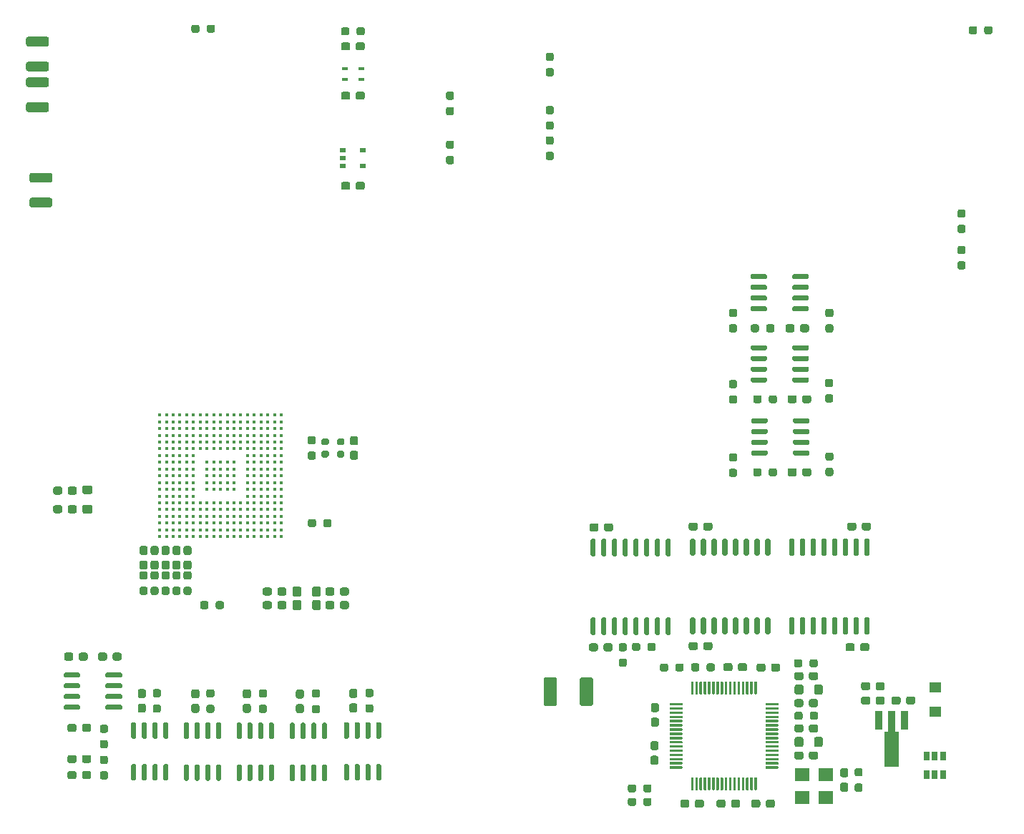
<source format=gtp>
G04 #@! TF.GenerationSoftware,KiCad,Pcbnew,(5.1.9)-1*
G04 #@! TF.CreationDate,2022-04-01T17:50:07-04:00*
G04 #@! TF.ProjectId,MC-DSP,4d432d44-5350-42e6-9b69-6361645f7063,rev?*
G04 #@! TF.SameCoordinates,Original*
G04 #@! TF.FileFunction,Paste,Top*
G04 #@! TF.FilePolarity,Positive*
%FSLAX46Y46*%
G04 Gerber Fmt 4.6, Leading zero omitted, Abs format (unit mm)*
G04 Created by KiCad (PCBNEW (5.1.9)-1) date 2022-04-01 17:50:07*
%MOMM*%
%LPD*%
G01*
G04 APERTURE LIST*
%ADD10C,0.400000*%
%ADD11R,1.800000X1.540000*%
%ADD12C,0.100000*%
%ADD13R,0.900000X2.300000*%
%ADD14R,0.650000X1.060000*%
%ADD15R,0.700000X0.510000*%
%ADD16R,0.700000X0.400000*%
%ADD17R,1.400000X1.300000*%
G04 APERTURE END LIST*
D10*
X170600000Y-76200000D03*
X169800000Y-76200000D03*
X169000000Y-76200000D03*
X168200000Y-76200000D03*
X167400000Y-76200000D03*
X166600000Y-76200000D03*
X165800000Y-76200000D03*
X165000000Y-76200000D03*
X164200000Y-76200000D03*
X163400000Y-76200000D03*
X162600000Y-76200000D03*
X161800000Y-76200000D03*
X161000000Y-76200000D03*
X160200000Y-76200000D03*
X159400000Y-76200000D03*
X158600000Y-76200000D03*
X157800000Y-76200000D03*
X157000000Y-76200000D03*
X156200000Y-76200000D03*
X170600000Y-75400000D03*
X169800000Y-75400000D03*
X169000000Y-75400000D03*
X168200000Y-75400000D03*
X167400000Y-75400000D03*
X166600000Y-75400000D03*
X165800000Y-75400000D03*
X165000000Y-75400000D03*
X164200000Y-75400000D03*
X163400000Y-75400000D03*
X162600000Y-75400000D03*
X161800000Y-75400000D03*
X161000000Y-75400000D03*
X160200000Y-75400000D03*
X159400000Y-75400000D03*
X158600000Y-75400000D03*
X157800000Y-75400000D03*
X157000000Y-75400000D03*
X156200000Y-75400000D03*
X170600000Y-74600000D03*
X169800000Y-74600000D03*
X169000000Y-74600000D03*
X168200000Y-74600000D03*
X167400000Y-74600000D03*
X166600000Y-74600000D03*
X165800000Y-74600000D03*
X165000000Y-74600000D03*
X164200000Y-74600000D03*
X163400000Y-74600000D03*
X162600000Y-74600000D03*
X161800000Y-74600000D03*
X161000000Y-74600000D03*
X160200000Y-74600000D03*
X159400000Y-74600000D03*
X158600000Y-74600000D03*
X157800000Y-74600000D03*
X157000000Y-74600000D03*
X156200000Y-74600000D03*
X170600000Y-73800000D03*
X169800000Y-73800000D03*
X169000000Y-73800000D03*
X168200000Y-73800000D03*
X167400000Y-73800000D03*
X166600000Y-73800000D03*
X165800000Y-73800000D03*
X165000000Y-73800000D03*
X164200000Y-73800000D03*
X163400000Y-73800000D03*
X162600000Y-73800000D03*
X161800000Y-73800000D03*
X161000000Y-73800000D03*
X160200000Y-73800000D03*
X159400000Y-73800000D03*
X158600000Y-73800000D03*
X157800000Y-73800000D03*
X157000000Y-73800000D03*
X156200000Y-73800000D03*
X170600000Y-73000000D03*
X169800000Y-73000000D03*
X169000000Y-73000000D03*
X168200000Y-73000000D03*
X167400000Y-73000000D03*
X166600000Y-73000000D03*
X165800000Y-73000000D03*
X165000000Y-73000000D03*
X164200000Y-73000000D03*
X163400000Y-73000000D03*
X162600000Y-73000000D03*
X161800000Y-73000000D03*
X161000000Y-73000000D03*
X160200000Y-73000000D03*
X159400000Y-73000000D03*
X158600000Y-73000000D03*
X157800000Y-73000000D03*
X157000000Y-73000000D03*
X156200000Y-73000000D03*
X170600000Y-72200000D03*
X169800000Y-72200000D03*
X169000000Y-72200000D03*
X168200000Y-72200000D03*
X167400000Y-72200000D03*
X166600000Y-72200000D03*
X165800000Y-72200000D03*
X165000000Y-72200000D03*
X164200000Y-72200000D03*
X163400000Y-72200000D03*
X162600000Y-72200000D03*
X161800000Y-72200000D03*
X161000000Y-72200000D03*
X160200000Y-72200000D03*
X159400000Y-72200000D03*
X158600000Y-72200000D03*
X157800000Y-72200000D03*
X157000000Y-72200000D03*
X156200000Y-72200000D03*
X170600000Y-71400000D03*
X169800000Y-71400000D03*
X169000000Y-71400000D03*
X168200000Y-71400000D03*
X167400000Y-71400000D03*
X166600000Y-71400000D03*
X160200000Y-71400000D03*
X159400000Y-71400000D03*
X158600000Y-71400000D03*
X157800000Y-71400000D03*
X157000000Y-71400000D03*
X156200000Y-71400000D03*
X170600000Y-70600000D03*
X169800000Y-70600000D03*
X169000000Y-70600000D03*
X168200000Y-70600000D03*
X167400000Y-70600000D03*
X166600000Y-70600000D03*
X165000000Y-70600000D03*
X164200000Y-70600000D03*
X163400000Y-70600000D03*
X162600000Y-70600000D03*
X161800000Y-70600000D03*
X160200000Y-70600000D03*
X159400000Y-70600000D03*
X158600000Y-70600000D03*
X157800000Y-70600000D03*
X157000000Y-70600000D03*
X156200000Y-70600000D03*
X170600000Y-69800000D03*
X169800000Y-69800000D03*
X169000000Y-69800000D03*
X168200000Y-69800000D03*
X167400000Y-69800000D03*
X166600000Y-69800000D03*
X165000000Y-69800000D03*
X164200000Y-69800000D03*
X163400000Y-69800000D03*
X162600000Y-69800000D03*
X161800000Y-69800000D03*
X160200000Y-69800000D03*
X159400000Y-69800000D03*
X158600000Y-69800000D03*
X157800000Y-69800000D03*
X157000000Y-69800000D03*
X156200000Y-69800000D03*
X170600000Y-69000000D03*
X169800000Y-69000000D03*
X169000000Y-69000000D03*
X168200000Y-69000000D03*
X167400000Y-69000000D03*
X166600000Y-69000000D03*
X165000000Y-69000000D03*
X164200000Y-69000000D03*
X163400000Y-69000000D03*
X162600000Y-69000000D03*
X161800000Y-69000000D03*
X160200000Y-69000000D03*
X159400000Y-69000000D03*
X158600000Y-69000000D03*
X157800000Y-69000000D03*
X157000000Y-69000000D03*
X156200000Y-69000000D03*
X170600000Y-68200000D03*
X169800000Y-68200000D03*
X169000000Y-68200000D03*
X168200000Y-68200000D03*
X167400000Y-68200000D03*
X166600000Y-68200000D03*
X165000000Y-68200000D03*
X164200000Y-68200000D03*
X163400000Y-68200000D03*
X162600000Y-68200000D03*
X161800000Y-68200000D03*
X160200000Y-68200000D03*
X159400000Y-68200000D03*
X158600000Y-68200000D03*
X157800000Y-68200000D03*
X157000000Y-68200000D03*
X156200000Y-68200000D03*
X170600000Y-67400000D03*
X169800000Y-67400000D03*
X169000000Y-67400000D03*
X168200000Y-67400000D03*
X167400000Y-67400000D03*
X166600000Y-67400000D03*
X165000000Y-67400000D03*
X164200000Y-67400000D03*
X163400000Y-67400000D03*
X162600000Y-67400000D03*
X161800000Y-67400000D03*
X160200000Y-67400000D03*
X159400000Y-67400000D03*
X158600000Y-67400000D03*
X157800000Y-67400000D03*
X157000000Y-67400000D03*
X156200000Y-67400000D03*
X170600000Y-66600000D03*
X169800000Y-66600000D03*
X169000000Y-66600000D03*
X168200000Y-66600000D03*
X167400000Y-66600000D03*
X166600000Y-66600000D03*
X160200000Y-66600000D03*
X159400000Y-66600000D03*
X158600000Y-66600000D03*
X157800000Y-66600000D03*
X157000000Y-66600000D03*
X156200000Y-66600000D03*
X170600000Y-65800000D03*
X169800000Y-65800000D03*
X169000000Y-65800000D03*
X168200000Y-65800000D03*
X167400000Y-65800000D03*
X166600000Y-65800000D03*
X165800000Y-65800000D03*
X165000000Y-65800000D03*
X164200000Y-65800000D03*
X163400000Y-65800000D03*
X162600000Y-65800000D03*
X161800000Y-65800000D03*
X161000000Y-65800000D03*
X160200000Y-65800000D03*
X159400000Y-65800000D03*
X158600000Y-65800000D03*
X157800000Y-65800000D03*
X157000000Y-65800000D03*
X156200000Y-65800000D03*
X170600000Y-65000000D03*
X169800000Y-65000000D03*
X169000000Y-65000000D03*
X168200000Y-65000000D03*
X167400000Y-65000000D03*
X166600000Y-65000000D03*
X165800000Y-65000000D03*
X165000000Y-65000000D03*
X164200000Y-65000000D03*
X163400000Y-65000000D03*
X162600000Y-65000000D03*
X161800000Y-65000000D03*
X161000000Y-65000000D03*
X160200000Y-65000000D03*
X159400000Y-65000000D03*
X158600000Y-65000000D03*
X157800000Y-65000000D03*
X157000000Y-65000000D03*
X156200000Y-65000000D03*
X170600000Y-64200000D03*
X169800000Y-64200000D03*
X169000000Y-64200000D03*
X168200000Y-64200000D03*
X167400000Y-64200000D03*
X166600000Y-64200000D03*
X165800000Y-64200000D03*
X165000000Y-64200000D03*
X164200000Y-64200000D03*
X163400000Y-64200000D03*
X162600000Y-64200000D03*
X161800000Y-64200000D03*
X161000000Y-64200000D03*
X160200000Y-64200000D03*
X159400000Y-64200000D03*
X158600000Y-64200000D03*
X157800000Y-64200000D03*
X157000000Y-64200000D03*
X156200000Y-64200000D03*
X170600000Y-63400000D03*
X169800000Y-63400000D03*
X169000000Y-63400000D03*
X168200000Y-63400000D03*
X167400000Y-63400000D03*
X166600000Y-63400000D03*
X165800000Y-63400000D03*
X165000000Y-63400000D03*
X164200000Y-63400000D03*
X163400000Y-63400000D03*
X162600000Y-63400000D03*
X161800000Y-63400000D03*
X161000000Y-63400000D03*
X160200000Y-63400000D03*
X159400000Y-63400000D03*
X158600000Y-63400000D03*
X157800000Y-63400000D03*
X157000000Y-63400000D03*
X156200000Y-63400000D03*
X170600000Y-62600000D03*
X169800000Y-62600000D03*
X169000000Y-62600000D03*
X168200000Y-62600000D03*
X167400000Y-62600000D03*
X166600000Y-62600000D03*
X165800000Y-62600000D03*
X165000000Y-62600000D03*
X164200000Y-62600000D03*
X163400000Y-62600000D03*
X162600000Y-62600000D03*
X161800000Y-62600000D03*
X161000000Y-62600000D03*
X160200000Y-62600000D03*
X159400000Y-62600000D03*
X158600000Y-62600000D03*
X157800000Y-62600000D03*
X157000000Y-62600000D03*
X156200000Y-62600000D03*
X170600000Y-61800000D03*
X169800000Y-61800000D03*
X169000000Y-61800000D03*
X168200000Y-61800000D03*
X167400000Y-61800000D03*
X166600000Y-61800000D03*
X165800000Y-61800000D03*
X165000000Y-61800000D03*
X164200000Y-61800000D03*
X163400000Y-61800000D03*
X162600000Y-61800000D03*
X161800000Y-61800000D03*
X161000000Y-61800000D03*
X160200000Y-61800000D03*
X159400000Y-61800000D03*
X158600000Y-61800000D03*
X157800000Y-61800000D03*
X157000000Y-61800000D03*
X156200000Y-61800000D03*
G36*
G01*
X155362500Y-82125000D02*
X155837500Y-82125000D01*
G75*
G02*
X156075000Y-82362500I0J-237500D01*
G01*
X156075000Y-82862500D01*
G75*
G02*
X155837500Y-83100000I-237500J0D01*
G01*
X155362500Y-83100000D01*
G75*
G02*
X155125000Y-82862500I0J237500D01*
G01*
X155125000Y-82362500D01*
G75*
G02*
X155362500Y-82125000I237500J0D01*
G01*
G37*
G36*
G01*
X155362500Y-80300000D02*
X155837500Y-80300000D01*
G75*
G02*
X156075000Y-80537500I0J-237500D01*
G01*
X156075000Y-81037500D01*
G75*
G02*
X155837500Y-81275000I-237500J0D01*
G01*
X155362500Y-81275000D01*
G75*
G02*
X155125000Y-81037500I0J237500D01*
G01*
X155125000Y-80537500D01*
G75*
G02*
X155362500Y-80300000I237500J0D01*
G01*
G37*
G36*
G01*
X162825000Y-84537500D02*
X162825000Y-84062500D01*
G75*
G02*
X163062500Y-83825000I237500J0D01*
G01*
X163562500Y-83825000D01*
G75*
G02*
X163800000Y-84062500I0J-237500D01*
G01*
X163800000Y-84537500D01*
G75*
G02*
X163562500Y-84775000I-237500J0D01*
G01*
X163062500Y-84775000D01*
G75*
G02*
X162825000Y-84537500I0J237500D01*
G01*
G37*
G36*
G01*
X161000000Y-84537500D02*
X161000000Y-84062500D01*
G75*
G02*
X161237500Y-83825000I237500J0D01*
G01*
X161737500Y-83825000D01*
G75*
G02*
X161975000Y-84062500I0J-237500D01*
G01*
X161975000Y-84537500D01*
G75*
G02*
X161737500Y-84775000I-237500J0D01*
G01*
X161237500Y-84775000D01*
G75*
G02*
X161000000Y-84537500I0J237500D01*
G01*
G37*
G36*
G01*
X174225000Y-83050001D02*
X174225000Y-82349999D01*
G75*
G02*
X174474999Y-82100000I249999J0D01*
G01*
X175025001Y-82100000D01*
G75*
G02*
X175275000Y-82349999I0J-249999D01*
G01*
X175275000Y-83050001D01*
G75*
G02*
X175025001Y-83300000I-249999J0D01*
G01*
X174474999Y-83300000D01*
G75*
G02*
X174225000Y-83050001I0J249999D01*
G01*
G37*
G36*
G01*
X171925000Y-83050001D02*
X171925000Y-82349999D01*
G75*
G02*
X172174999Y-82100000I249999J0D01*
G01*
X172725001Y-82100000D01*
G75*
G02*
X172975000Y-82349999I0J-249999D01*
G01*
X172975000Y-83050001D01*
G75*
G02*
X172725001Y-83300000I-249999J0D01*
G01*
X172174999Y-83300000D01*
G75*
G02*
X171925000Y-83050001I0J249999D01*
G01*
G37*
G36*
G01*
X174225000Y-84650001D02*
X174225000Y-83949999D01*
G75*
G02*
X174474999Y-83700000I249999J0D01*
G01*
X175025001Y-83700000D01*
G75*
G02*
X175275000Y-83949999I0J-249999D01*
G01*
X175275000Y-84650001D01*
G75*
G02*
X175025001Y-84900000I-249999J0D01*
G01*
X174474999Y-84900000D01*
G75*
G02*
X174225000Y-84650001I0J249999D01*
G01*
G37*
G36*
G01*
X171925000Y-84650001D02*
X171925000Y-83949999D01*
G75*
G02*
X172174999Y-83700000I249999J0D01*
G01*
X172725001Y-83700000D01*
G75*
G02*
X172975000Y-83949999I0J-249999D01*
G01*
X172975000Y-84650001D01*
G75*
G02*
X172725001Y-84900000I-249999J0D01*
G01*
X172174999Y-84900000D01*
G75*
G02*
X171925000Y-84650001I0J249999D01*
G01*
G37*
G36*
G01*
X148000001Y-71175000D02*
X147299999Y-71175000D01*
G75*
G02*
X147050000Y-70925001I0J249999D01*
G01*
X147050000Y-70374999D01*
G75*
G02*
X147299999Y-70125000I249999J0D01*
G01*
X148000001Y-70125000D01*
G75*
G02*
X148250000Y-70374999I0J-249999D01*
G01*
X148250000Y-70925001D01*
G75*
G02*
X148000001Y-71175000I-249999J0D01*
G01*
G37*
G36*
G01*
X148000001Y-73475000D02*
X147299999Y-73475000D01*
G75*
G02*
X147050000Y-73225001I0J249999D01*
G01*
X147050000Y-72674999D01*
G75*
G02*
X147299999Y-72425000I249999J0D01*
G01*
X148000001Y-72425000D01*
G75*
G02*
X148250000Y-72674999I0J-249999D01*
G01*
X148250000Y-73225001D01*
G75*
G02*
X148000001Y-73475000I-249999J0D01*
G01*
G37*
G36*
G01*
X169475000Y-82462500D02*
X169475000Y-82937500D01*
G75*
G02*
X169237500Y-83175000I-237500J0D01*
G01*
X168637500Y-83175000D01*
G75*
G02*
X168400000Y-82937500I0J237500D01*
G01*
X168400000Y-82462500D01*
G75*
G02*
X168637500Y-82225000I237500J0D01*
G01*
X169237500Y-82225000D01*
G75*
G02*
X169475000Y-82462500I0J-237500D01*
G01*
G37*
G36*
G01*
X171200000Y-82462500D02*
X171200000Y-82937500D01*
G75*
G02*
X170962500Y-83175000I-237500J0D01*
G01*
X170362500Y-83175000D01*
G75*
G02*
X170125000Y-82937500I0J237500D01*
G01*
X170125000Y-82462500D01*
G75*
G02*
X170362500Y-82225000I237500J0D01*
G01*
X170962500Y-82225000D01*
G75*
G02*
X171200000Y-82462500I0J-237500D01*
G01*
G37*
G36*
G01*
X176875000Y-82462500D02*
X176875000Y-82937500D01*
G75*
G02*
X176637500Y-83175000I-237500J0D01*
G01*
X176037500Y-83175000D01*
G75*
G02*
X175800000Y-82937500I0J237500D01*
G01*
X175800000Y-82462500D01*
G75*
G02*
X176037500Y-82225000I237500J0D01*
G01*
X176637500Y-82225000D01*
G75*
G02*
X176875000Y-82462500I0J-237500D01*
G01*
G37*
G36*
G01*
X178600000Y-82462500D02*
X178600000Y-82937500D01*
G75*
G02*
X178362500Y-83175000I-237500J0D01*
G01*
X177762500Y-83175000D01*
G75*
G02*
X177525000Y-82937500I0J237500D01*
G01*
X177525000Y-82462500D01*
G75*
G02*
X177762500Y-82225000I237500J0D01*
G01*
X178362500Y-82225000D01*
G75*
G02*
X178600000Y-82462500I0J-237500D01*
G01*
G37*
G36*
G01*
X169475000Y-84062500D02*
X169475000Y-84537500D01*
G75*
G02*
X169237500Y-84775000I-237500J0D01*
G01*
X168637500Y-84775000D01*
G75*
G02*
X168400000Y-84537500I0J237500D01*
G01*
X168400000Y-84062500D01*
G75*
G02*
X168637500Y-83825000I237500J0D01*
G01*
X169237500Y-83825000D01*
G75*
G02*
X169475000Y-84062500I0J-237500D01*
G01*
G37*
G36*
G01*
X171200000Y-84062500D02*
X171200000Y-84537500D01*
G75*
G02*
X170962500Y-84775000I-237500J0D01*
G01*
X170362500Y-84775000D01*
G75*
G02*
X170125000Y-84537500I0J237500D01*
G01*
X170125000Y-84062500D01*
G75*
G02*
X170362500Y-83825000I237500J0D01*
G01*
X170962500Y-83825000D01*
G75*
G02*
X171200000Y-84062500I0J-237500D01*
G01*
G37*
G36*
G01*
X176875000Y-84062500D02*
X176875000Y-84537500D01*
G75*
G02*
X176637500Y-84775000I-237500J0D01*
G01*
X176037500Y-84775000D01*
G75*
G02*
X175800000Y-84537500I0J237500D01*
G01*
X175800000Y-84062500D01*
G75*
G02*
X176037500Y-83825000I237500J0D01*
G01*
X176637500Y-83825000D01*
G75*
G02*
X176875000Y-84062500I0J-237500D01*
G01*
G37*
G36*
G01*
X178600000Y-84062500D02*
X178600000Y-84537500D01*
G75*
G02*
X178362500Y-84775000I-237500J0D01*
G01*
X177762500Y-84775000D01*
G75*
G02*
X177525000Y-84537500I0J237500D01*
G01*
X177525000Y-84062500D01*
G75*
G02*
X177762500Y-83825000I237500J0D01*
G01*
X178362500Y-83825000D01*
G75*
G02*
X178600000Y-84062500I0J-237500D01*
G01*
G37*
G36*
G01*
X144675000Y-72712500D02*
X144675000Y-73187500D01*
G75*
G02*
X144437500Y-73425000I-237500J0D01*
G01*
X143837500Y-73425000D01*
G75*
G02*
X143600000Y-73187500I0J237500D01*
G01*
X143600000Y-72712500D01*
G75*
G02*
X143837500Y-72475000I237500J0D01*
G01*
X144437500Y-72475000D01*
G75*
G02*
X144675000Y-72712500I0J-237500D01*
G01*
G37*
G36*
G01*
X146400000Y-72712500D02*
X146400000Y-73187500D01*
G75*
G02*
X146162500Y-73425000I-237500J0D01*
G01*
X145562500Y-73425000D01*
G75*
G02*
X145325000Y-73187500I0J237500D01*
G01*
X145325000Y-72712500D01*
G75*
G02*
X145562500Y-72475000I237500J0D01*
G01*
X146162500Y-72475000D01*
G75*
G02*
X146400000Y-72712500I0J-237500D01*
G01*
G37*
G36*
G01*
X145325000Y-70987500D02*
X145325000Y-70512500D01*
G75*
G02*
X145562500Y-70275000I237500J0D01*
G01*
X146162500Y-70275000D01*
G75*
G02*
X146400000Y-70512500I0J-237500D01*
G01*
X146400000Y-70987500D01*
G75*
G02*
X146162500Y-71225000I-237500J0D01*
G01*
X145562500Y-71225000D01*
G75*
G02*
X145325000Y-70987500I0J237500D01*
G01*
G37*
G36*
G01*
X143600000Y-70987500D02*
X143600000Y-70512500D01*
G75*
G02*
X143837500Y-70275000I237500J0D01*
G01*
X144437500Y-70275000D01*
G75*
G02*
X144675000Y-70512500I0J-237500D01*
G01*
X144675000Y-70987500D01*
G75*
G02*
X144437500Y-71225000I-237500J0D01*
G01*
X143837500Y-71225000D01*
G75*
G02*
X143600000Y-70987500I0J237500D01*
G01*
G37*
G36*
G01*
X203200000Y-93099999D02*
X203200000Y-96000001D01*
G75*
G02*
X202950001Y-96250000I-249999J0D01*
G01*
X201874999Y-96250000D01*
G75*
G02*
X201625000Y-96000001I0J249999D01*
G01*
X201625000Y-93099999D01*
G75*
G02*
X201874999Y-92850000I249999J0D01*
G01*
X202950001Y-92850000D01*
G75*
G02*
X203200000Y-93099999I0J-249999D01*
G01*
G37*
G36*
G01*
X207475000Y-93099999D02*
X207475000Y-96000001D01*
G75*
G02*
X207225001Y-96250000I-249999J0D01*
G01*
X206149999Y-96250000D01*
G75*
G02*
X205900000Y-96000001I0J249999D01*
G01*
X205900000Y-93099999D01*
G75*
G02*
X206149999Y-92850000I249999J0D01*
G01*
X207225001Y-92850000D01*
G75*
G02*
X207475000Y-93099999I0J-249999D01*
G01*
G37*
G36*
G01*
X226871600Y-104761000D02*
X226871600Y-106161000D01*
G75*
G02*
X226796600Y-106236000I-75000J0D01*
G01*
X226646600Y-106236000D01*
G75*
G02*
X226571600Y-106161000I0J75000D01*
G01*
X226571600Y-104761000D01*
G75*
G02*
X226646600Y-104686000I75000J0D01*
G01*
X226796600Y-104686000D01*
G75*
G02*
X226871600Y-104761000I0J-75000D01*
G01*
G37*
G36*
G01*
X226371600Y-104761000D02*
X226371600Y-106161000D01*
G75*
G02*
X226296600Y-106236000I-75000J0D01*
G01*
X226146600Y-106236000D01*
G75*
G02*
X226071600Y-106161000I0J75000D01*
G01*
X226071600Y-104761000D01*
G75*
G02*
X226146600Y-104686000I75000J0D01*
G01*
X226296600Y-104686000D01*
G75*
G02*
X226371600Y-104761000I0J-75000D01*
G01*
G37*
G36*
G01*
X225871600Y-104761000D02*
X225871600Y-106161000D01*
G75*
G02*
X225796600Y-106236000I-75000J0D01*
G01*
X225646600Y-106236000D01*
G75*
G02*
X225571600Y-106161000I0J75000D01*
G01*
X225571600Y-104761000D01*
G75*
G02*
X225646600Y-104686000I75000J0D01*
G01*
X225796600Y-104686000D01*
G75*
G02*
X225871600Y-104761000I0J-75000D01*
G01*
G37*
G36*
G01*
X225371600Y-104761000D02*
X225371600Y-106161000D01*
G75*
G02*
X225296600Y-106236000I-75000J0D01*
G01*
X225146600Y-106236000D01*
G75*
G02*
X225071600Y-106161000I0J75000D01*
G01*
X225071600Y-104761000D01*
G75*
G02*
X225146600Y-104686000I75000J0D01*
G01*
X225296600Y-104686000D01*
G75*
G02*
X225371600Y-104761000I0J-75000D01*
G01*
G37*
G36*
G01*
X224871600Y-104761000D02*
X224871600Y-106161000D01*
G75*
G02*
X224796600Y-106236000I-75000J0D01*
G01*
X224646600Y-106236000D01*
G75*
G02*
X224571600Y-106161000I0J75000D01*
G01*
X224571600Y-104761000D01*
G75*
G02*
X224646600Y-104686000I75000J0D01*
G01*
X224796600Y-104686000D01*
G75*
G02*
X224871600Y-104761000I0J-75000D01*
G01*
G37*
G36*
G01*
X224371600Y-104761000D02*
X224371600Y-106161000D01*
G75*
G02*
X224296600Y-106236000I-75000J0D01*
G01*
X224146600Y-106236000D01*
G75*
G02*
X224071600Y-106161000I0J75000D01*
G01*
X224071600Y-104761000D01*
G75*
G02*
X224146600Y-104686000I75000J0D01*
G01*
X224296600Y-104686000D01*
G75*
G02*
X224371600Y-104761000I0J-75000D01*
G01*
G37*
G36*
G01*
X223871600Y-104761000D02*
X223871600Y-106161000D01*
G75*
G02*
X223796600Y-106236000I-75000J0D01*
G01*
X223646600Y-106236000D01*
G75*
G02*
X223571600Y-106161000I0J75000D01*
G01*
X223571600Y-104761000D01*
G75*
G02*
X223646600Y-104686000I75000J0D01*
G01*
X223796600Y-104686000D01*
G75*
G02*
X223871600Y-104761000I0J-75000D01*
G01*
G37*
G36*
G01*
X223371600Y-104761000D02*
X223371600Y-106161000D01*
G75*
G02*
X223296600Y-106236000I-75000J0D01*
G01*
X223146600Y-106236000D01*
G75*
G02*
X223071600Y-106161000I0J75000D01*
G01*
X223071600Y-104761000D01*
G75*
G02*
X223146600Y-104686000I75000J0D01*
G01*
X223296600Y-104686000D01*
G75*
G02*
X223371600Y-104761000I0J-75000D01*
G01*
G37*
G36*
G01*
X222871600Y-104761000D02*
X222871600Y-106161000D01*
G75*
G02*
X222796600Y-106236000I-75000J0D01*
G01*
X222646600Y-106236000D01*
G75*
G02*
X222571600Y-106161000I0J75000D01*
G01*
X222571600Y-104761000D01*
G75*
G02*
X222646600Y-104686000I75000J0D01*
G01*
X222796600Y-104686000D01*
G75*
G02*
X222871600Y-104761000I0J-75000D01*
G01*
G37*
G36*
G01*
X222371600Y-104761000D02*
X222371600Y-106161000D01*
G75*
G02*
X222296600Y-106236000I-75000J0D01*
G01*
X222146600Y-106236000D01*
G75*
G02*
X222071600Y-106161000I0J75000D01*
G01*
X222071600Y-104761000D01*
G75*
G02*
X222146600Y-104686000I75000J0D01*
G01*
X222296600Y-104686000D01*
G75*
G02*
X222371600Y-104761000I0J-75000D01*
G01*
G37*
G36*
G01*
X221871600Y-104761000D02*
X221871600Y-106161000D01*
G75*
G02*
X221796600Y-106236000I-75000J0D01*
G01*
X221646600Y-106236000D01*
G75*
G02*
X221571600Y-106161000I0J75000D01*
G01*
X221571600Y-104761000D01*
G75*
G02*
X221646600Y-104686000I75000J0D01*
G01*
X221796600Y-104686000D01*
G75*
G02*
X221871600Y-104761000I0J-75000D01*
G01*
G37*
G36*
G01*
X221371600Y-104761000D02*
X221371600Y-106161000D01*
G75*
G02*
X221296600Y-106236000I-75000J0D01*
G01*
X221146600Y-106236000D01*
G75*
G02*
X221071600Y-106161000I0J75000D01*
G01*
X221071600Y-104761000D01*
G75*
G02*
X221146600Y-104686000I75000J0D01*
G01*
X221296600Y-104686000D01*
G75*
G02*
X221371600Y-104761000I0J-75000D01*
G01*
G37*
G36*
G01*
X220871600Y-104761000D02*
X220871600Y-106161000D01*
G75*
G02*
X220796600Y-106236000I-75000J0D01*
G01*
X220646600Y-106236000D01*
G75*
G02*
X220571600Y-106161000I0J75000D01*
G01*
X220571600Y-104761000D01*
G75*
G02*
X220646600Y-104686000I75000J0D01*
G01*
X220796600Y-104686000D01*
G75*
G02*
X220871600Y-104761000I0J-75000D01*
G01*
G37*
G36*
G01*
X220371600Y-104761000D02*
X220371600Y-106161000D01*
G75*
G02*
X220296600Y-106236000I-75000J0D01*
G01*
X220146600Y-106236000D01*
G75*
G02*
X220071600Y-106161000I0J75000D01*
G01*
X220071600Y-104761000D01*
G75*
G02*
X220146600Y-104686000I75000J0D01*
G01*
X220296600Y-104686000D01*
G75*
G02*
X220371600Y-104761000I0J-75000D01*
G01*
G37*
G36*
G01*
X219871600Y-104761000D02*
X219871600Y-106161000D01*
G75*
G02*
X219796600Y-106236000I-75000J0D01*
G01*
X219646600Y-106236000D01*
G75*
G02*
X219571600Y-106161000I0J75000D01*
G01*
X219571600Y-104761000D01*
G75*
G02*
X219646600Y-104686000I75000J0D01*
G01*
X219796600Y-104686000D01*
G75*
G02*
X219871600Y-104761000I0J-75000D01*
G01*
G37*
G36*
G01*
X219371600Y-104761000D02*
X219371600Y-106161000D01*
G75*
G02*
X219296600Y-106236000I-75000J0D01*
G01*
X219146600Y-106236000D01*
G75*
G02*
X219071600Y-106161000I0J75000D01*
G01*
X219071600Y-104761000D01*
G75*
G02*
X219146600Y-104686000I75000J0D01*
G01*
X219296600Y-104686000D01*
G75*
G02*
X219371600Y-104761000I0J-75000D01*
G01*
G37*
G36*
G01*
X218071600Y-103461000D02*
X218071600Y-103611000D01*
G75*
G02*
X217996600Y-103686000I-75000J0D01*
G01*
X216596600Y-103686000D01*
G75*
G02*
X216521600Y-103611000I0J75000D01*
G01*
X216521600Y-103461000D01*
G75*
G02*
X216596600Y-103386000I75000J0D01*
G01*
X217996600Y-103386000D01*
G75*
G02*
X218071600Y-103461000I0J-75000D01*
G01*
G37*
G36*
G01*
X218071600Y-102961000D02*
X218071600Y-103111000D01*
G75*
G02*
X217996600Y-103186000I-75000J0D01*
G01*
X216596600Y-103186000D01*
G75*
G02*
X216521600Y-103111000I0J75000D01*
G01*
X216521600Y-102961000D01*
G75*
G02*
X216596600Y-102886000I75000J0D01*
G01*
X217996600Y-102886000D01*
G75*
G02*
X218071600Y-102961000I0J-75000D01*
G01*
G37*
G36*
G01*
X218071600Y-102461000D02*
X218071600Y-102611000D01*
G75*
G02*
X217996600Y-102686000I-75000J0D01*
G01*
X216596600Y-102686000D01*
G75*
G02*
X216521600Y-102611000I0J75000D01*
G01*
X216521600Y-102461000D01*
G75*
G02*
X216596600Y-102386000I75000J0D01*
G01*
X217996600Y-102386000D01*
G75*
G02*
X218071600Y-102461000I0J-75000D01*
G01*
G37*
G36*
G01*
X218071600Y-101961000D02*
X218071600Y-102111000D01*
G75*
G02*
X217996600Y-102186000I-75000J0D01*
G01*
X216596600Y-102186000D01*
G75*
G02*
X216521600Y-102111000I0J75000D01*
G01*
X216521600Y-101961000D01*
G75*
G02*
X216596600Y-101886000I75000J0D01*
G01*
X217996600Y-101886000D01*
G75*
G02*
X218071600Y-101961000I0J-75000D01*
G01*
G37*
G36*
G01*
X218071600Y-101461000D02*
X218071600Y-101611000D01*
G75*
G02*
X217996600Y-101686000I-75000J0D01*
G01*
X216596600Y-101686000D01*
G75*
G02*
X216521600Y-101611000I0J75000D01*
G01*
X216521600Y-101461000D01*
G75*
G02*
X216596600Y-101386000I75000J0D01*
G01*
X217996600Y-101386000D01*
G75*
G02*
X218071600Y-101461000I0J-75000D01*
G01*
G37*
G36*
G01*
X218071600Y-100961000D02*
X218071600Y-101111000D01*
G75*
G02*
X217996600Y-101186000I-75000J0D01*
G01*
X216596600Y-101186000D01*
G75*
G02*
X216521600Y-101111000I0J75000D01*
G01*
X216521600Y-100961000D01*
G75*
G02*
X216596600Y-100886000I75000J0D01*
G01*
X217996600Y-100886000D01*
G75*
G02*
X218071600Y-100961000I0J-75000D01*
G01*
G37*
G36*
G01*
X218071600Y-100461000D02*
X218071600Y-100611000D01*
G75*
G02*
X217996600Y-100686000I-75000J0D01*
G01*
X216596600Y-100686000D01*
G75*
G02*
X216521600Y-100611000I0J75000D01*
G01*
X216521600Y-100461000D01*
G75*
G02*
X216596600Y-100386000I75000J0D01*
G01*
X217996600Y-100386000D01*
G75*
G02*
X218071600Y-100461000I0J-75000D01*
G01*
G37*
G36*
G01*
X218071600Y-99961000D02*
X218071600Y-100111000D01*
G75*
G02*
X217996600Y-100186000I-75000J0D01*
G01*
X216596600Y-100186000D01*
G75*
G02*
X216521600Y-100111000I0J75000D01*
G01*
X216521600Y-99961000D01*
G75*
G02*
X216596600Y-99886000I75000J0D01*
G01*
X217996600Y-99886000D01*
G75*
G02*
X218071600Y-99961000I0J-75000D01*
G01*
G37*
G36*
G01*
X218071600Y-99461000D02*
X218071600Y-99611000D01*
G75*
G02*
X217996600Y-99686000I-75000J0D01*
G01*
X216596600Y-99686000D01*
G75*
G02*
X216521600Y-99611000I0J75000D01*
G01*
X216521600Y-99461000D01*
G75*
G02*
X216596600Y-99386000I75000J0D01*
G01*
X217996600Y-99386000D01*
G75*
G02*
X218071600Y-99461000I0J-75000D01*
G01*
G37*
G36*
G01*
X218071600Y-98961000D02*
X218071600Y-99111000D01*
G75*
G02*
X217996600Y-99186000I-75000J0D01*
G01*
X216596600Y-99186000D01*
G75*
G02*
X216521600Y-99111000I0J75000D01*
G01*
X216521600Y-98961000D01*
G75*
G02*
X216596600Y-98886000I75000J0D01*
G01*
X217996600Y-98886000D01*
G75*
G02*
X218071600Y-98961000I0J-75000D01*
G01*
G37*
G36*
G01*
X218071600Y-98461000D02*
X218071600Y-98611000D01*
G75*
G02*
X217996600Y-98686000I-75000J0D01*
G01*
X216596600Y-98686000D01*
G75*
G02*
X216521600Y-98611000I0J75000D01*
G01*
X216521600Y-98461000D01*
G75*
G02*
X216596600Y-98386000I75000J0D01*
G01*
X217996600Y-98386000D01*
G75*
G02*
X218071600Y-98461000I0J-75000D01*
G01*
G37*
G36*
G01*
X218071600Y-97961000D02*
X218071600Y-98111000D01*
G75*
G02*
X217996600Y-98186000I-75000J0D01*
G01*
X216596600Y-98186000D01*
G75*
G02*
X216521600Y-98111000I0J75000D01*
G01*
X216521600Y-97961000D01*
G75*
G02*
X216596600Y-97886000I75000J0D01*
G01*
X217996600Y-97886000D01*
G75*
G02*
X218071600Y-97961000I0J-75000D01*
G01*
G37*
G36*
G01*
X218071600Y-97461000D02*
X218071600Y-97611000D01*
G75*
G02*
X217996600Y-97686000I-75000J0D01*
G01*
X216596600Y-97686000D01*
G75*
G02*
X216521600Y-97611000I0J75000D01*
G01*
X216521600Y-97461000D01*
G75*
G02*
X216596600Y-97386000I75000J0D01*
G01*
X217996600Y-97386000D01*
G75*
G02*
X218071600Y-97461000I0J-75000D01*
G01*
G37*
G36*
G01*
X218071600Y-96961000D02*
X218071600Y-97111000D01*
G75*
G02*
X217996600Y-97186000I-75000J0D01*
G01*
X216596600Y-97186000D01*
G75*
G02*
X216521600Y-97111000I0J75000D01*
G01*
X216521600Y-96961000D01*
G75*
G02*
X216596600Y-96886000I75000J0D01*
G01*
X217996600Y-96886000D01*
G75*
G02*
X218071600Y-96961000I0J-75000D01*
G01*
G37*
G36*
G01*
X218071600Y-96461000D02*
X218071600Y-96611000D01*
G75*
G02*
X217996600Y-96686000I-75000J0D01*
G01*
X216596600Y-96686000D01*
G75*
G02*
X216521600Y-96611000I0J75000D01*
G01*
X216521600Y-96461000D01*
G75*
G02*
X216596600Y-96386000I75000J0D01*
G01*
X217996600Y-96386000D01*
G75*
G02*
X218071600Y-96461000I0J-75000D01*
G01*
G37*
G36*
G01*
X218071600Y-95961000D02*
X218071600Y-96111000D01*
G75*
G02*
X217996600Y-96186000I-75000J0D01*
G01*
X216596600Y-96186000D01*
G75*
G02*
X216521600Y-96111000I0J75000D01*
G01*
X216521600Y-95961000D01*
G75*
G02*
X216596600Y-95886000I75000J0D01*
G01*
X217996600Y-95886000D01*
G75*
G02*
X218071600Y-95961000I0J-75000D01*
G01*
G37*
G36*
G01*
X219371600Y-93411000D02*
X219371600Y-94811000D01*
G75*
G02*
X219296600Y-94886000I-75000J0D01*
G01*
X219146600Y-94886000D01*
G75*
G02*
X219071600Y-94811000I0J75000D01*
G01*
X219071600Y-93411000D01*
G75*
G02*
X219146600Y-93336000I75000J0D01*
G01*
X219296600Y-93336000D01*
G75*
G02*
X219371600Y-93411000I0J-75000D01*
G01*
G37*
G36*
G01*
X219871600Y-93411000D02*
X219871600Y-94811000D01*
G75*
G02*
X219796600Y-94886000I-75000J0D01*
G01*
X219646600Y-94886000D01*
G75*
G02*
X219571600Y-94811000I0J75000D01*
G01*
X219571600Y-93411000D01*
G75*
G02*
X219646600Y-93336000I75000J0D01*
G01*
X219796600Y-93336000D01*
G75*
G02*
X219871600Y-93411000I0J-75000D01*
G01*
G37*
G36*
G01*
X220371600Y-93411000D02*
X220371600Y-94811000D01*
G75*
G02*
X220296600Y-94886000I-75000J0D01*
G01*
X220146600Y-94886000D01*
G75*
G02*
X220071600Y-94811000I0J75000D01*
G01*
X220071600Y-93411000D01*
G75*
G02*
X220146600Y-93336000I75000J0D01*
G01*
X220296600Y-93336000D01*
G75*
G02*
X220371600Y-93411000I0J-75000D01*
G01*
G37*
G36*
G01*
X220871600Y-93411000D02*
X220871600Y-94811000D01*
G75*
G02*
X220796600Y-94886000I-75000J0D01*
G01*
X220646600Y-94886000D01*
G75*
G02*
X220571600Y-94811000I0J75000D01*
G01*
X220571600Y-93411000D01*
G75*
G02*
X220646600Y-93336000I75000J0D01*
G01*
X220796600Y-93336000D01*
G75*
G02*
X220871600Y-93411000I0J-75000D01*
G01*
G37*
G36*
G01*
X221371600Y-93411000D02*
X221371600Y-94811000D01*
G75*
G02*
X221296600Y-94886000I-75000J0D01*
G01*
X221146600Y-94886000D01*
G75*
G02*
X221071600Y-94811000I0J75000D01*
G01*
X221071600Y-93411000D01*
G75*
G02*
X221146600Y-93336000I75000J0D01*
G01*
X221296600Y-93336000D01*
G75*
G02*
X221371600Y-93411000I0J-75000D01*
G01*
G37*
G36*
G01*
X221871600Y-93411000D02*
X221871600Y-94811000D01*
G75*
G02*
X221796600Y-94886000I-75000J0D01*
G01*
X221646600Y-94886000D01*
G75*
G02*
X221571600Y-94811000I0J75000D01*
G01*
X221571600Y-93411000D01*
G75*
G02*
X221646600Y-93336000I75000J0D01*
G01*
X221796600Y-93336000D01*
G75*
G02*
X221871600Y-93411000I0J-75000D01*
G01*
G37*
G36*
G01*
X222371600Y-93411000D02*
X222371600Y-94811000D01*
G75*
G02*
X222296600Y-94886000I-75000J0D01*
G01*
X222146600Y-94886000D01*
G75*
G02*
X222071600Y-94811000I0J75000D01*
G01*
X222071600Y-93411000D01*
G75*
G02*
X222146600Y-93336000I75000J0D01*
G01*
X222296600Y-93336000D01*
G75*
G02*
X222371600Y-93411000I0J-75000D01*
G01*
G37*
G36*
G01*
X222871600Y-93411000D02*
X222871600Y-94811000D01*
G75*
G02*
X222796600Y-94886000I-75000J0D01*
G01*
X222646600Y-94886000D01*
G75*
G02*
X222571600Y-94811000I0J75000D01*
G01*
X222571600Y-93411000D01*
G75*
G02*
X222646600Y-93336000I75000J0D01*
G01*
X222796600Y-93336000D01*
G75*
G02*
X222871600Y-93411000I0J-75000D01*
G01*
G37*
G36*
G01*
X223371600Y-93411000D02*
X223371600Y-94811000D01*
G75*
G02*
X223296600Y-94886000I-75000J0D01*
G01*
X223146600Y-94886000D01*
G75*
G02*
X223071600Y-94811000I0J75000D01*
G01*
X223071600Y-93411000D01*
G75*
G02*
X223146600Y-93336000I75000J0D01*
G01*
X223296600Y-93336000D01*
G75*
G02*
X223371600Y-93411000I0J-75000D01*
G01*
G37*
G36*
G01*
X223871600Y-93411000D02*
X223871600Y-94811000D01*
G75*
G02*
X223796600Y-94886000I-75000J0D01*
G01*
X223646600Y-94886000D01*
G75*
G02*
X223571600Y-94811000I0J75000D01*
G01*
X223571600Y-93411000D01*
G75*
G02*
X223646600Y-93336000I75000J0D01*
G01*
X223796600Y-93336000D01*
G75*
G02*
X223871600Y-93411000I0J-75000D01*
G01*
G37*
G36*
G01*
X224371600Y-93411000D02*
X224371600Y-94811000D01*
G75*
G02*
X224296600Y-94886000I-75000J0D01*
G01*
X224146600Y-94886000D01*
G75*
G02*
X224071600Y-94811000I0J75000D01*
G01*
X224071600Y-93411000D01*
G75*
G02*
X224146600Y-93336000I75000J0D01*
G01*
X224296600Y-93336000D01*
G75*
G02*
X224371600Y-93411000I0J-75000D01*
G01*
G37*
G36*
G01*
X224871600Y-93411000D02*
X224871600Y-94811000D01*
G75*
G02*
X224796600Y-94886000I-75000J0D01*
G01*
X224646600Y-94886000D01*
G75*
G02*
X224571600Y-94811000I0J75000D01*
G01*
X224571600Y-93411000D01*
G75*
G02*
X224646600Y-93336000I75000J0D01*
G01*
X224796600Y-93336000D01*
G75*
G02*
X224871600Y-93411000I0J-75000D01*
G01*
G37*
G36*
G01*
X225371600Y-93411000D02*
X225371600Y-94811000D01*
G75*
G02*
X225296600Y-94886000I-75000J0D01*
G01*
X225146600Y-94886000D01*
G75*
G02*
X225071600Y-94811000I0J75000D01*
G01*
X225071600Y-93411000D01*
G75*
G02*
X225146600Y-93336000I75000J0D01*
G01*
X225296600Y-93336000D01*
G75*
G02*
X225371600Y-93411000I0J-75000D01*
G01*
G37*
G36*
G01*
X225871600Y-93411000D02*
X225871600Y-94811000D01*
G75*
G02*
X225796600Y-94886000I-75000J0D01*
G01*
X225646600Y-94886000D01*
G75*
G02*
X225571600Y-94811000I0J75000D01*
G01*
X225571600Y-93411000D01*
G75*
G02*
X225646600Y-93336000I75000J0D01*
G01*
X225796600Y-93336000D01*
G75*
G02*
X225871600Y-93411000I0J-75000D01*
G01*
G37*
G36*
G01*
X226371600Y-93411000D02*
X226371600Y-94811000D01*
G75*
G02*
X226296600Y-94886000I-75000J0D01*
G01*
X226146600Y-94886000D01*
G75*
G02*
X226071600Y-94811000I0J75000D01*
G01*
X226071600Y-93411000D01*
G75*
G02*
X226146600Y-93336000I75000J0D01*
G01*
X226296600Y-93336000D01*
G75*
G02*
X226371600Y-93411000I0J-75000D01*
G01*
G37*
G36*
G01*
X226871600Y-93411000D02*
X226871600Y-94811000D01*
G75*
G02*
X226796600Y-94886000I-75000J0D01*
G01*
X226646600Y-94886000D01*
G75*
G02*
X226571600Y-94811000I0J75000D01*
G01*
X226571600Y-93411000D01*
G75*
G02*
X226646600Y-93336000I75000J0D01*
G01*
X226796600Y-93336000D01*
G75*
G02*
X226871600Y-93411000I0J-75000D01*
G01*
G37*
G36*
G01*
X229421600Y-95961000D02*
X229421600Y-96111000D01*
G75*
G02*
X229346600Y-96186000I-75000J0D01*
G01*
X227946600Y-96186000D01*
G75*
G02*
X227871600Y-96111000I0J75000D01*
G01*
X227871600Y-95961000D01*
G75*
G02*
X227946600Y-95886000I75000J0D01*
G01*
X229346600Y-95886000D01*
G75*
G02*
X229421600Y-95961000I0J-75000D01*
G01*
G37*
G36*
G01*
X229421600Y-96461000D02*
X229421600Y-96611000D01*
G75*
G02*
X229346600Y-96686000I-75000J0D01*
G01*
X227946600Y-96686000D01*
G75*
G02*
X227871600Y-96611000I0J75000D01*
G01*
X227871600Y-96461000D01*
G75*
G02*
X227946600Y-96386000I75000J0D01*
G01*
X229346600Y-96386000D01*
G75*
G02*
X229421600Y-96461000I0J-75000D01*
G01*
G37*
G36*
G01*
X229421600Y-96961000D02*
X229421600Y-97111000D01*
G75*
G02*
X229346600Y-97186000I-75000J0D01*
G01*
X227946600Y-97186000D01*
G75*
G02*
X227871600Y-97111000I0J75000D01*
G01*
X227871600Y-96961000D01*
G75*
G02*
X227946600Y-96886000I75000J0D01*
G01*
X229346600Y-96886000D01*
G75*
G02*
X229421600Y-96961000I0J-75000D01*
G01*
G37*
G36*
G01*
X229421600Y-97461000D02*
X229421600Y-97611000D01*
G75*
G02*
X229346600Y-97686000I-75000J0D01*
G01*
X227946600Y-97686000D01*
G75*
G02*
X227871600Y-97611000I0J75000D01*
G01*
X227871600Y-97461000D01*
G75*
G02*
X227946600Y-97386000I75000J0D01*
G01*
X229346600Y-97386000D01*
G75*
G02*
X229421600Y-97461000I0J-75000D01*
G01*
G37*
G36*
G01*
X229421600Y-97961000D02*
X229421600Y-98111000D01*
G75*
G02*
X229346600Y-98186000I-75000J0D01*
G01*
X227946600Y-98186000D01*
G75*
G02*
X227871600Y-98111000I0J75000D01*
G01*
X227871600Y-97961000D01*
G75*
G02*
X227946600Y-97886000I75000J0D01*
G01*
X229346600Y-97886000D01*
G75*
G02*
X229421600Y-97961000I0J-75000D01*
G01*
G37*
G36*
G01*
X229421600Y-98461000D02*
X229421600Y-98611000D01*
G75*
G02*
X229346600Y-98686000I-75000J0D01*
G01*
X227946600Y-98686000D01*
G75*
G02*
X227871600Y-98611000I0J75000D01*
G01*
X227871600Y-98461000D01*
G75*
G02*
X227946600Y-98386000I75000J0D01*
G01*
X229346600Y-98386000D01*
G75*
G02*
X229421600Y-98461000I0J-75000D01*
G01*
G37*
G36*
G01*
X229421600Y-98961000D02*
X229421600Y-99111000D01*
G75*
G02*
X229346600Y-99186000I-75000J0D01*
G01*
X227946600Y-99186000D01*
G75*
G02*
X227871600Y-99111000I0J75000D01*
G01*
X227871600Y-98961000D01*
G75*
G02*
X227946600Y-98886000I75000J0D01*
G01*
X229346600Y-98886000D01*
G75*
G02*
X229421600Y-98961000I0J-75000D01*
G01*
G37*
G36*
G01*
X229421600Y-99461000D02*
X229421600Y-99611000D01*
G75*
G02*
X229346600Y-99686000I-75000J0D01*
G01*
X227946600Y-99686000D01*
G75*
G02*
X227871600Y-99611000I0J75000D01*
G01*
X227871600Y-99461000D01*
G75*
G02*
X227946600Y-99386000I75000J0D01*
G01*
X229346600Y-99386000D01*
G75*
G02*
X229421600Y-99461000I0J-75000D01*
G01*
G37*
G36*
G01*
X229421600Y-99961000D02*
X229421600Y-100111000D01*
G75*
G02*
X229346600Y-100186000I-75000J0D01*
G01*
X227946600Y-100186000D01*
G75*
G02*
X227871600Y-100111000I0J75000D01*
G01*
X227871600Y-99961000D01*
G75*
G02*
X227946600Y-99886000I75000J0D01*
G01*
X229346600Y-99886000D01*
G75*
G02*
X229421600Y-99961000I0J-75000D01*
G01*
G37*
G36*
G01*
X229421600Y-100461000D02*
X229421600Y-100611000D01*
G75*
G02*
X229346600Y-100686000I-75000J0D01*
G01*
X227946600Y-100686000D01*
G75*
G02*
X227871600Y-100611000I0J75000D01*
G01*
X227871600Y-100461000D01*
G75*
G02*
X227946600Y-100386000I75000J0D01*
G01*
X229346600Y-100386000D01*
G75*
G02*
X229421600Y-100461000I0J-75000D01*
G01*
G37*
G36*
G01*
X229421600Y-100961000D02*
X229421600Y-101111000D01*
G75*
G02*
X229346600Y-101186000I-75000J0D01*
G01*
X227946600Y-101186000D01*
G75*
G02*
X227871600Y-101111000I0J75000D01*
G01*
X227871600Y-100961000D01*
G75*
G02*
X227946600Y-100886000I75000J0D01*
G01*
X229346600Y-100886000D01*
G75*
G02*
X229421600Y-100961000I0J-75000D01*
G01*
G37*
G36*
G01*
X229421600Y-101461000D02*
X229421600Y-101611000D01*
G75*
G02*
X229346600Y-101686000I-75000J0D01*
G01*
X227946600Y-101686000D01*
G75*
G02*
X227871600Y-101611000I0J75000D01*
G01*
X227871600Y-101461000D01*
G75*
G02*
X227946600Y-101386000I75000J0D01*
G01*
X229346600Y-101386000D01*
G75*
G02*
X229421600Y-101461000I0J-75000D01*
G01*
G37*
G36*
G01*
X229421600Y-101961000D02*
X229421600Y-102111000D01*
G75*
G02*
X229346600Y-102186000I-75000J0D01*
G01*
X227946600Y-102186000D01*
G75*
G02*
X227871600Y-102111000I0J75000D01*
G01*
X227871600Y-101961000D01*
G75*
G02*
X227946600Y-101886000I75000J0D01*
G01*
X229346600Y-101886000D01*
G75*
G02*
X229421600Y-101961000I0J-75000D01*
G01*
G37*
G36*
G01*
X229421600Y-102461000D02*
X229421600Y-102611000D01*
G75*
G02*
X229346600Y-102686000I-75000J0D01*
G01*
X227946600Y-102686000D01*
G75*
G02*
X227871600Y-102611000I0J75000D01*
G01*
X227871600Y-102461000D01*
G75*
G02*
X227946600Y-102386000I75000J0D01*
G01*
X229346600Y-102386000D01*
G75*
G02*
X229421600Y-102461000I0J-75000D01*
G01*
G37*
G36*
G01*
X229421600Y-102961000D02*
X229421600Y-103111000D01*
G75*
G02*
X229346600Y-103186000I-75000J0D01*
G01*
X227946600Y-103186000D01*
G75*
G02*
X227871600Y-103111000I0J75000D01*
G01*
X227871600Y-102961000D01*
G75*
G02*
X227946600Y-102886000I75000J0D01*
G01*
X229346600Y-102886000D01*
G75*
G02*
X229421600Y-102961000I0J-75000D01*
G01*
G37*
G36*
G01*
X229421600Y-103461000D02*
X229421600Y-103611000D01*
G75*
G02*
X229346600Y-103686000I-75000J0D01*
G01*
X227946600Y-103686000D01*
G75*
G02*
X227871600Y-103611000I0J75000D01*
G01*
X227871600Y-103461000D01*
G75*
G02*
X227946600Y-103386000I75000J0D01*
G01*
X229346600Y-103386000D01*
G75*
G02*
X229421600Y-103461000I0J-75000D01*
G01*
G37*
G36*
G01*
X143250001Y-34281000D02*
X141049999Y-34281000D01*
G75*
G02*
X140800000Y-34031001I0J249999D01*
G01*
X140800000Y-33380999D01*
G75*
G02*
X141049999Y-33131000I249999J0D01*
G01*
X143250001Y-33131000D01*
G75*
G02*
X143500000Y-33380999I0J-249999D01*
G01*
X143500000Y-34031001D01*
G75*
G02*
X143250001Y-34281000I-249999J0D01*
G01*
G37*
G36*
G01*
X143250001Y-37231000D02*
X141049999Y-37231000D01*
G75*
G02*
X140800000Y-36981001I0J249999D01*
G01*
X140800000Y-36330999D01*
G75*
G02*
X141049999Y-36081000I249999J0D01*
G01*
X143250001Y-36081000D01*
G75*
G02*
X143500000Y-36330999I0J-249999D01*
G01*
X143500000Y-36981001D01*
G75*
G02*
X143250001Y-37231000I-249999J0D01*
G01*
G37*
G36*
G01*
X140649999Y-19981000D02*
X142850001Y-19981000D01*
G75*
G02*
X143100000Y-20230999I0J-249999D01*
G01*
X143100000Y-20881001D01*
G75*
G02*
X142850001Y-21131000I-249999J0D01*
G01*
X140649999Y-21131000D01*
G75*
G02*
X140400000Y-20881001I0J249999D01*
G01*
X140400000Y-20230999D01*
G75*
G02*
X140649999Y-19981000I249999J0D01*
G01*
G37*
G36*
G01*
X140649999Y-17031000D02*
X142850001Y-17031000D01*
G75*
G02*
X143100000Y-17280999I0J-249999D01*
G01*
X143100000Y-17931001D01*
G75*
G02*
X142850001Y-18181000I-249999J0D01*
G01*
X140649999Y-18181000D01*
G75*
G02*
X140400000Y-17931001I0J249999D01*
G01*
X140400000Y-17280999D01*
G75*
G02*
X140649999Y-17031000I249999J0D01*
G01*
G37*
G36*
G01*
X142850001Y-22981000D02*
X140649999Y-22981000D01*
G75*
G02*
X140400000Y-22731001I0J249999D01*
G01*
X140400000Y-22080999D01*
G75*
G02*
X140649999Y-21831000I249999J0D01*
G01*
X142850001Y-21831000D01*
G75*
G02*
X143100000Y-22080999I0J-249999D01*
G01*
X143100000Y-22731001D01*
G75*
G02*
X142850001Y-22981000I-249999J0D01*
G01*
G37*
G36*
G01*
X142850001Y-25931000D02*
X140649999Y-25931000D01*
G75*
G02*
X140400000Y-25681001I0J249999D01*
G01*
X140400000Y-25030999D01*
G75*
G02*
X140649999Y-24781000I249999J0D01*
G01*
X142850001Y-24781000D01*
G75*
G02*
X143100000Y-25030999I0J-249999D01*
G01*
X143100000Y-25681001D01*
G75*
G02*
X142850001Y-25931000I-249999J0D01*
G01*
G37*
D11*
X232200000Y-107040000D03*
X232200000Y-104360000D03*
X235000000Y-104360000D03*
X235000000Y-107040000D03*
G36*
G01*
X178962500Y-66025000D02*
X179437500Y-66025000D01*
G75*
G02*
X179675000Y-66262500I0J-237500D01*
G01*
X179675000Y-66862500D01*
G75*
G02*
X179437500Y-67100000I-237500J0D01*
G01*
X178962500Y-67100000D01*
G75*
G02*
X178725000Y-66862500I0J237500D01*
G01*
X178725000Y-66262500D01*
G75*
G02*
X178962500Y-66025000I237500J0D01*
G01*
G37*
G36*
G01*
X178962500Y-64300000D02*
X179437500Y-64300000D01*
G75*
G02*
X179675000Y-64537500I0J-237500D01*
G01*
X179675000Y-65137500D01*
G75*
G02*
X179437500Y-65375000I-237500J0D01*
G01*
X178962500Y-65375000D01*
G75*
G02*
X178725000Y-65137500I0J237500D01*
G01*
X178725000Y-64537500D01*
G75*
G02*
X178962500Y-64300000I237500J0D01*
G01*
G37*
G36*
G01*
X175525000Y-66025000D02*
X176025000Y-66025000D01*
G75*
G02*
X176225000Y-66225000I0J-200000D01*
G01*
X176225000Y-66625000D01*
G75*
G02*
X176025000Y-66825000I-200000J0D01*
G01*
X175525000Y-66825000D01*
G75*
G02*
X175325000Y-66625000I0J200000D01*
G01*
X175325000Y-66225000D01*
G75*
G02*
X175525000Y-66025000I200000J0D01*
G01*
G37*
G36*
G01*
X175525000Y-64575000D02*
X176025000Y-64575000D01*
G75*
G02*
X176225000Y-64775000I0J-200000D01*
G01*
X176225000Y-65175000D01*
G75*
G02*
X176025000Y-65375000I-200000J0D01*
G01*
X175525000Y-65375000D01*
G75*
G02*
X175325000Y-65175000I0J200000D01*
G01*
X175325000Y-64775000D01*
G75*
G02*
X175525000Y-64575000I200000J0D01*
G01*
G37*
G36*
G01*
X177375000Y-66025000D02*
X177875000Y-66025000D01*
G75*
G02*
X178075000Y-66225000I0J-200000D01*
G01*
X178075000Y-66625000D01*
G75*
G02*
X177875000Y-66825000I-200000J0D01*
G01*
X177375000Y-66825000D01*
G75*
G02*
X177175000Y-66625000I0J200000D01*
G01*
X177175000Y-66225000D01*
G75*
G02*
X177375000Y-66025000I200000J0D01*
G01*
G37*
G36*
G01*
X177375000Y-64575000D02*
X177875000Y-64575000D01*
G75*
G02*
X178075000Y-64775000I0J-200000D01*
G01*
X178075000Y-65175000D01*
G75*
G02*
X177875000Y-65375000I-200000J0D01*
G01*
X177375000Y-65375000D01*
G75*
G02*
X177175000Y-65175000I0J200000D01*
G01*
X177175000Y-64775000D01*
G75*
G02*
X177375000Y-64575000I200000J0D01*
G01*
G37*
G36*
G01*
X253766500Y-16493500D02*
X253766500Y-16018500D01*
G75*
G02*
X254004000Y-15781000I237500J0D01*
G01*
X254504000Y-15781000D01*
G75*
G02*
X254741500Y-16018500I0J-237500D01*
G01*
X254741500Y-16493500D01*
G75*
G02*
X254504000Y-16731000I-237500J0D01*
G01*
X254004000Y-16731000D01*
G75*
G02*
X253766500Y-16493500I0J237500D01*
G01*
G37*
G36*
G01*
X251941500Y-16493500D02*
X251941500Y-16018500D01*
G75*
G02*
X252179000Y-15781000I237500J0D01*
G01*
X252679000Y-15781000D01*
G75*
G02*
X252916500Y-16018500I0J-237500D01*
G01*
X252916500Y-16493500D01*
G75*
G02*
X252679000Y-16731000I-237500J0D01*
G01*
X252179000Y-16731000D01*
G75*
G02*
X251941500Y-16493500I0J237500D01*
G01*
G37*
G36*
G01*
X237437500Y-104675000D02*
X236962500Y-104675000D01*
G75*
G02*
X236725000Y-104437500I0J237500D01*
G01*
X236725000Y-103837500D01*
G75*
G02*
X236962500Y-103600000I237500J0D01*
G01*
X237437500Y-103600000D01*
G75*
G02*
X237675000Y-103837500I0J-237500D01*
G01*
X237675000Y-104437500D01*
G75*
G02*
X237437500Y-104675000I-237500J0D01*
G01*
G37*
G36*
G01*
X237437500Y-106400000D02*
X236962500Y-106400000D01*
G75*
G02*
X236725000Y-106162500I0J237500D01*
G01*
X236725000Y-105562500D01*
G75*
G02*
X236962500Y-105325000I237500J0D01*
G01*
X237437500Y-105325000D01*
G75*
G02*
X237675000Y-105562500I0J-237500D01*
G01*
X237675000Y-106162500D01*
G75*
G02*
X237437500Y-106400000I-237500J0D01*
G01*
G37*
G36*
G01*
X244525000Y-95837500D02*
X244525000Y-95362500D01*
G75*
G02*
X244762500Y-95125000I237500J0D01*
G01*
X245362500Y-95125000D01*
G75*
G02*
X245600000Y-95362500I0J-237500D01*
G01*
X245600000Y-95837500D01*
G75*
G02*
X245362500Y-96075000I-237500J0D01*
G01*
X244762500Y-96075000D01*
G75*
G02*
X244525000Y-95837500I0J237500D01*
G01*
G37*
G36*
G01*
X242800000Y-95837500D02*
X242800000Y-95362500D01*
G75*
G02*
X243037500Y-95125000I237500J0D01*
G01*
X243637500Y-95125000D01*
G75*
G02*
X243875000Y-95362500I0J-237500D01*
G01*
X243875000Y-95837500D01*
G75*
G02*
X243637500Y-96075000I-237500J0D01*
G01*
X243037500Y-96075000D01*
G75*
G02*
X242800000Y-95837500I0J237500D01*
G01*
G37*
G36*
G01*
X240275000Y-95362500D02*
X240275000Y-95837500D01*
G75*
G02*
X240037500Y-96075000I-237500J0D01*
G01*
X239437500Y-96075000D01*
G75*
G02*
X239200000Y-95837500I0J237500D01*
G01*
X239200000Y-95362500D01*
G75*
G02*
X239437500Y-95125000I237500J0D01*
G01*
X240037500Y-95125000D01*
G75*
G02*
X240275000Y-95362500I0J-237500D01*
G01*
G37*
G36*
G01*
X242000000Y-95362500D02*
X242000000Y-95837500D01*
G75*
G02*
X241762500Y-96075000I-237500J0D01*
G01*
X241162500Y-96075000D01*
G75*
G02*
X240925000Y-95837500I0J237500D01*
G01*
X240925000Y-95362500D01*
G75*
G02*
X241162500Y-95125000I237500J0D01*
G01*
X241762500Y-95125000D01*
G75*
G02*
X242000000Y-95362500I0J-237500D01*
G01*
G37*
G36*
G01*
X240275000Y-93662500D02*
X240275000Y-94137500D01*
G75*
G02*
X240037500Y-94375000I-237500J0D01*
G01*
X239437500Y-94375000D01*
G75*
G02*
X239200000Y-94137500I0J237500D01*
G01*
X239200000Y-93662500D01*
G75*
G02*
X239437500Y-93425000I237500J0D01*
G01*
X240037500Y-93425000D01*
G75*
G02*
X240275000Y-93662500I0J-237500D01*
G01*
G37*
G36*
G01*
X242000000Y-93662500D02*
X242000000Y-94137500D01*
G75*
G02*
X241762500Y-94375000I-237500J0D01*
G01*
X241162500Y-94375000D01*
G75*
G02*
X240925000Y-94137500I0J237500D01*
G01*
X240925000Y-93662500D01*
G75*
G02*
X241162500Y-93425000I237500J0D01*
G01*
X241762500Y-93425000D01*
G75*
G02*
X242000000Y-93662500I0J-237500D01*
G01*
G37*
G36*
G01*
X233025000Y-99137500D02*
X233025000Y-98662500D01*
G75*
G02*
X233262500Y-98425000I237500J0D01*
G01*
X233862500Y-98425000D01*
G75*
G02*
X234100000Y-98662500I0J-237500D01*
G01*
X234100000Y-99137500D01*
G75*
G02*
X233862500Y-99375000I-237500J0D01*
G01*
X233262500Y-99375000D01*
G75*
G02*
X233025000Y-99137500I0J237500D01*
G01*
G37*
G36*
G01*
X231300000Y-99137500D02*
X231300000Y-98662500D01*
G75*
G02*
X231537500Y-98425000I237500J0D01*
G01*
X232137500Y-98425000D01*
G75*
G02*
X232375000Y-98662500I0J-237500D01*
G01*
X232375000Y-99137500D01*
G75*
G02*
X232137500Y-99375000I-237500J0D01*
G01*
X231537500Y-99375000D01*
G75*
G02*
X231300000Y-99137500I0J237500D01*
G01*
G37*
G36*
G01*
X233025000Y-102337500D02*
X233025000Y-101862500D01*
G75*
G02*
X233262500Y-101625000I237500J0D01*
G01*
X233862500Y-101625000D01*
G75*
G02*
X234100000Y-101862500I0J-237500D01*
G01*
X234100000Y-102337500D01*
G75*
G02*
X233862500Y-102575000I-237500J0D01*
G01*
X233262500Y-102575000D01*
G75*
G02*
X233025000Y-102337500I0J237500D01*
G01*
G37*
G36*
G01*
X231300000Y-102337500D02*
X231300000Y-101862500D01*
G75*
G02*
X231537500Y-101625000I237500J0D01*
G01*
X232137500Y-101625000D01*
G75*
G02*
X232375000Y-101862500I0J-237500D01*
G01*
X232375000Y-102337500D01*
G75*
G02*
X232137500Y-102575000I-237500J0D01*
G01*
X231537500Y-102575000D01*
G75*
G02*
X231300000Y-102337500I0J237500D01*
G01*
G37*
G36*
G01*
X233025000Y-92937500D02*
X233025000Y-92462500D01*
G75*
G02*
X233262500Y-92225000I237500J0D01*
G01*
X233862500Y-92225000D01*
G75*
G02*
X234100000Y-92462500I0J-237500D01*
G01*
X234100000Y-92937500D01*
G75*
G02*
X233862500Y-93175000I-237500J0D01*
G01*
X233262500Y-93175000D01*
G75*
G02*
X233025000Y-92937500I0J237500D01*
G01*
G37*
G36*
G01*
X231300000Y-92937500D02*
X231300000Y-92462500D01*
G75*
G02*
X231537500Y-92225000I237500J0D01*
G01*
X232137500Y-92225000D01*
G75*
G02*
X232375000Y-92462500I0J-237500D01*
G01*
X232375000Y-92937500D01*
G75*
G02*
X232137500Y-93175000I-237500J0D01*
G01*
X231537500Y-93175000D01*
G75*
G02*
X231300000Y-92937500I0J237500D01*
G01*
G37*
G36*
G01*
X233025000Y-96137500D02*
X233025000Y-95662500D01*
G75*
G02*
X233262500Y-95425000I237500J0D01*
G01*
X233862500Y-95425000D01*
G75*
G02*
X234100000Y-95662500I0J-237500D01*
G01*
X234100000Y-96137500D01*
G75*
G02*
X233862500Y-96375000I-237500J0D01*
G01*
X233262500Y-96375000D01*
G75*
G02*
X233025000Y-96137500I0J237500D01*
G01*
G37*
G36*
G01*
X231300000Y-96137500D02*
X231300000Y-95662500D01*
G75*
G02*
X231537500Y-95425000I237500J0D01*
G01*
X232137500Y-95425000D01*
G75*
G02*
X232375000Y-95662500I0J-237500D01*
G01*
X232375000Y-96137500D01*
G75*
G02*
X232137500Y-96375000I-237500J0D01*
G01*
X231537500Y-96375000D01*
G75*
G02*
X231300000Y-96137500I0J237500D01*
G01*
G37*
G36*
G01*
X208725000Y-89537500D02*
X208725000Y-89062500D01*
G75*
G02*
X208962500Y-88825000I237500J0D01*
G01*
X209562500Y-88825000D01*
G75*
G02*
X209800000Y-89062500I0J-237500D01*
G01*
X209800000Y-89537500D01*
G75*
G02*
X209562500Y-89775000I-237500J0D01*
G01*
X208962500Y-89775000D01*
G75*
G02*
X208725000Y-89537500I0J237500D01*
G01*
G37*
G36*
G01*
X207000000Y-89537500D02*
X207000000Y-89062500D01*
G75*
G02*
X207237500Y-88825000I237500J0D01*
G01*
X207837500Y-88825000D01*
G75*
G02*
X208075000Y-89062500I0J-237500D01*
G01*
X208075000Y-89537500D01*
G75*
G02*
X207837500Y-89775000I-237500J0D01*
G01*
X207237500Y-89775000D01*
G75*
G02*
X207000000Y-89537500I0J237500D01*
G01*
G37*
G36*
G01*
X220525000Y-89391500D02*
X220525000Y-88916500D01*
G75*
G02*
X220762500Y-88679000I237500J0D01*
G01*
X221362500Y-88679000D01*
G75*
G02*
X221600000Y-88916500I0J-237500D01*
G01*
X221600000Y-89391500D01*
G75*
G02*
X221362500Y-89629000I-237500J0D01*
G01*
X220762500Y-89629000D01*
G75*
G02*
X220525000Y-89391500I0J237500D01*
G01*
G37*
G36*
G01*
X218800000Y-89391500D02*
X218800000Y-88916500D01*
G75*
G02*
X219037500Y-88679000I237500J0D01*
G01*
X219637500Y-88679000D01*
G75*
G02*
X219875000Y-88916500I0J-237500D01*
G01*
X219875000Y-89391500D01*
G75*
G02*
X219637500Y-89629000I-237500J0D01*
G01*
X219037500Y-89629000D01*
G75*
G02*
X218800000Y-89391500I0J237500D01*
G01*
G37*
G36*
G01*
X238435000Y-89043500D02*
X238435000Y-89518500D01*
G75*
G02*
X238197500Y-89756000I-237500J0D01*
G01*
X237597500Y-89756000D01*
G75*
G02*
X237360000Y-89518500I0J237500D01*
G01*
X237360000Y-89043500D01*
G75*
G02*
X237597500Y-88806000I237500J0D01*
G01*
X238197500Y-88806000D01*
G75*
G02*
X238435000Y-89043500I0J-237500D01*
G01*
G37*
G36*
G01*
X240160000Y-89043500D02*
X240160000Y-89518500D01*
G75*
G02*
X239922500Y-89756000I-237500J0D01*
G01*
X239322500Y-89756000D01*
G75*
G02*
X239085000Y-89518500I0J237500D01*
G01*
X239085000Y-89043500D01*
G75*
G02*
X239322500Y-88806000I237500J0D01*
G01*
X239922500Y-88806000D01*
G75*
G02*
X240160000Y-89043500I0J-237500D01*
G01*
G37*
G36*
G01*
X223812500Y-108037500D02*
X223812500Y-107562500D01*
G75*
G02*
X224050000Y-107325000I237500J0D01*
G01*
X224650000Y-107325000D01*
G75*
G02*
X224887500Y-107562500I0J-237500D01*
G01*
X224887500Y-108037500D01*
G75*
G02*
X224650000Y-108275000I-237500J0D01*
G01*
X224050000Y-108275000D01*
G75*
G02*
X223812500Y-108037500I0J237500D01*
G01*
G37*
G36*
G01*
X222087500Y-108037500D02*
X222087500Y-107562500D01*
G75*
G02*
X222325000Y-107325000I237500J0D01*
G01*
X222925000Y-107325000D01*
G75*
G02*
X223162500Y-107562500I0J-237500D01*
G01*
X223162500Y-108037500D01*
G75*
G02*
X222925000Y-108275000I-237500J0D01*
G01*
X222325000Y-108275000D01*
G75*
G02*
X222087500Y-108037500I0J237500D01*
G01*
G37*
G36*
G01*
X214512500Y-102125000D02*
X214987500Y-102125000D01*
G75*
G02*
X215225000Y-102362500I0J-237500D01*
G01*
X215225000Y-102962500D01*
G75*
G02*
X214987500Y-103200000I-237500J0D01*
G01*
X214512500Y-103200000D01*
G75*
G02*
X214275000Y-102962500I0J237500D01*
G01*
X214275000Y-102362500D01*
G75*
G02*
X214512500Y-102125000I237500J0D01*
G01*
G37*
G36*
G01*
X214512500Y-100400000D02*
X214987500Y-100400000D01*
G75*
G02*
X215225000Y-100637500I0J-237500D01*
G01*
X215225000Y-101237500D01*
G75*
G02*
X214987500Y-101475000I-237500J0D01*
G01*
X214512500Y-101475000D01*
G75*
G02*
X214275000Y-101237500I0J237500D01*
G01*
X214275000Y-100637500D01*
G75*
G02*
X214512500Y-100400000I237500J0D01*
G01*
G37*
G36*
G01*
X223975000Y-91412500D02*
X223975000Y-91887500D01*
G75*
G02*
X223737500Y-92125000I-237500J0D01*
G01*
X223137500Y-92125000D01*
G75*
G02*
X222900000Y-91887500I0J237500D01*
G01*
X222900000Y-91412500D01*
G75*
G02*
X223137500Y-91175000I237500J0D01*
G01*
X223737500Y-91175000D01*
G75*
G02*
X223975000Y-91412500I0J-237500D01*
G01*
G37*
G36*
G01*
X225700000Y-91412500D02*
X225700000Y-91887500D01*
G75*
G02*
X225462500Y-92125000I-237500J0D01*
G01*
X224862500Y-92125000D01*
G75*
G02*
X224625000Y-91887500I0J237500D01*
G01*
X224625000Y-91412500D01*
G75*
G02*
X224862500Y-91175000I237500J0D01*
G01*
X225462500Y-91175000D01*
G75*
G02*
X225700000Y-91412500I0J-237500D01*
G01*
G37*
G36*
G01*
X219525000Y-108037500D02*
X219525000Y-107562500D01*
G75*
G02*
X219762500Y-107325000I237500J0D01*
G01*
X220362500Y-107325000D01*
G75*
G02*
X220600000Y-107562500I0J-237500D01*
G01*
X220600000Y-108037500D01*
G75*
G02*
X220362500Y-108275000I-237500J0D01*
G01*
X219762500Y-108275000D01*
G75*
G02*
X219525000Y-108037500I0J237500D01*
G01*
G37*
G36*
G01*
X217800000Y-108037500D02*
X217800000Y-107562500D01*
G75*
G02*
X218037500Y-107325000I237500J0D01*
G01*
X218637500Y-107325000D01*
G75*
G02*
X218875000Y-107562500I0J-237500D01*
G01*
X218875000Y-108037500D01*
G75*
G02*
X218637500Y-108275000I-237500J0D01*
G01*
X218037500Y-108275000D01*
G75*
G02*
X217800000Y-108037500I0J237500D01*
G01*
G37*
G36*
G01*
X228544000Y-91931500D02*
X228544000Y-91456500D01*
G75*
G02*
X228781500Y-91219000I237500J0D01*
G01*
X229381500Y-91219000D01*
G75*
G02*
X229619000Y-91456500I0J-237500D01*
G01*
X229619000Y-91931500D01*
G75*
G02*
X229381500Y-92169000I-237500J0D01*
G01*
X228781500Y-92169000D01*
G75*
G02*
X228544000Y-91931500I0J237500D01*
G01*
G37*
G36*
G01*
X226819000Y-91931500D02*
X226819000Y-91456500D01*
G75*
G02*
X227056500Y-91219000I237500J0D01*
G01*
X227656500Y-91219000D01*
G75*
G02*
X227894000Y-91456500I0J-237500D01*
G01*
X227894000Y-91931500D01*
G75*
G02*
X227656500Y-92169000I-237500J0D01*
G01*
X227056500Y-92169000D01*
G75*
G02*
X226819000Y-91931500I0J237500D01*
G01*
G37*
G36*
G01*
X215037500Y-96975000D02*
X214562500Y-96975000D01*
G75*
G02*
X214325000Y-96737500I0J237500D01*
G01*
X214325000Y-96137500D01*
G75*
G02*
X214562500Y-95900000I237500J0D01*
G01*
X215037500Y-95900000D01*
G75*
G02*
X215275000Y-96137500I0J-237500D01*
G01*
X215275000Y-96737500D01*
G75*
G02*
X215037500Y-96975000I-237500J0D01*
G01*
G37*
G36*
G01*
X215037500Y-98700000D02*
X214562500Y-98700000D01*
G75*
G02*
X214325000Y-98462500I0J237500D01*
G01*
X214325000Y-97862500D01*
G75*
G02*
X214562500Y-97625000I237500J0D01*
G01*
X215037500Y-97625000D01*
G75*
G02*
X215275000Y-97862500I0J-237500D01*
G01*
X215275000Y-98462500D01*
G75*
G02*
X215037500Y-98700000I-237500J0D01*
G01*
G37*
G36*
G01*
X227925000Y-108037500D02*
X227925000Y-107562500D01*
G75*
G02*
X228162500Y-107325000I237500J0D01*
G01*
X228762500Y-107325000D01*
G75*
G02*
X229000000Y-107562500I0J-237500D01*
G01*
X229000000Y-108037500D01*
G75*
G02*
X228762500Y-108275000I-237500J0D01*
G01*
X228162500Y-108275000D01*
G75*
G02*
X227925000Y-108037500I0J237500D01*
G01*
G37*
G36*
G01*
X226200000Y-108037500D02*
X226200000Y-107562500D01*
G75*
G02*
X226437500Y-107325000I237500J0D01*
G01*
X227037500Y-107325000D01*
G75*
G02*
X227275000Y-107562500I0J-237500D01*
G01*
X227275000Y-108037500D01*
G75*
G02*
X227037500Y-108275000I-237500J0D01*
G01*
X226437500Y-108275000D01*
G75*
G02*
X226200000Y-108037500I0J237500D01*
G01*
G37*
G36*
G01*
X238625000Y-74762500D02*
X238625000Y-75237500D01*
G75*
G02*
X238387500Y-75475000I-237500J0D01*
G01*
X237787500Y-75475000D01*
G75*
G02*
X237550000Y-75237500I0J237500D01*
G01*
X237550000Y-74762500D01*
G75*
G02*
X237787500Y-74525000I237500J0D01*
G01*
X238387500Y-74525000D01*
G75*
G02*
X238625000Y-74762500I0J-237500D01*
G01*
G37*
G36*
G01*
X240350000Y-74762500D02*
X240350000Y-75237500D01*
G75*
G02*
X240112500Y-75475000I-237500J0D01*
G01*
X239512500Y-75475000D01*
G75*
G02*
X239275000Y-75237500I0J237500D01*
G01*
X239275000Y-74762500D01*
G75*
G02*
X239512500Y-74525000I237500J0D01*
G01*
X240112500Y-74525000D01*
G75*
G02*
X240350000Y-74762500I0J-237500D01*
G01*
G37*
G36*
G01*
X220525000Y-75237500D02*
X220525000Y-74762500D01*
G75*
G02*
X220762500Y-74525000I237500J0D01*
G01*
X221362500Y-74525000D01*
G75*
G02*
X221600000Y-74762500I0J-237500D01*
G01*
X221600000Y-75237500D01*
G75*
G02*
X221362500Y-75475000I-237500J0D01*
G01*
X220762500Y-75475000D01*
G75*
G02*
X220525000Y-75237500I0J237500D01*
G01*
G37*
G36*
G01*
X218800000Y-75237500D02*
X218800000Y-74762500D01*
G75*
G02*
X219037500Y-74525000I237500J0D01*
G01*
X219637500Y-74525000D01*
G75*
G02*
X219875000Y-74762500I0J-237500D01*
G01*
X219875000Y-75237500D01*
G75*
G02*
X219637500Y-75475000I-237500J0D01*
G01*
X219037500Y-75475000D01*
G75*
G02*
X218800000Y-75237500I0J237500D01*
G01*
G37*
G36*
G01*
X208775000Y-75337500D02*
X208775000Y-74862500D01*
G75*
G02*
X209012500Y-74625000I237500J0D01*
G01*
X209612500Y-74625000D01*
G75*
G02*
X209850000Y-74862500I0J-237500D01*
G01*
X209850000Y-75337500D01*
G75*
G02*
X209612500Y-75575000I-237500J0D01*
G01*
X209012500Y-75575000D01*
G75*
G02*
X208775000Y-75337500I0J237500D01*
G01*
G37*
G36*
G01*
X207050000Y-75337500D02*
X207050000Y-74862500D01*
G75*
G02*
X207287500Y-74625000I237500J0D01*
G01*
X207887500Y-74625000D01*
G75*
G02*
X208125000Y-74862500I0J-237500D01*
G01*
X208125000Y-75337500D01*
G75*
G02*
X207887500Y-75575000I-237500J0D01*
G01*
X207287500Y-75575000D01*
G75*
G02*
X207050000Y-75337500I0J237500D01*
G01*
G37*
G36*
G01*
X231577000Y-68342500D02*
X231577000Y-68817500D01*
G75*
G02*
X231339500Y-69055000I-237500J0D01*
G01*
X230739500Y-69055000D01*
G75*
G02*
X230502000Y-68817500I0J237500D01*
G01*
X230502000Y-68342500D01*
G75*
G02*
X230739500Y-68105000I237500J0D01*
G01*
X231339500Y-68105000D01*
G75*
G02*
X231577000Y-68342500I0J-237500D01*
G01*
G37*
G36*
G01*
X233302000Y-68342500D02*
X233302000Y-68817500D01*
G75*
G02*
X233064500Y-69055000I-237500J0D01*
G01*
X232464500Y-69055000D01*
G75*
G02*
X232227000Y-68817500I0J237500D01*
G01*
X232227000Y-68342500D01*
G75*
G02*
X232464500Y-68105000I237500J0D01*
G01*
X233064500Y-68105000D01*
G75*
G02*
X233302000Y-68342500I0J-237500D01*
G01*
G37*
G36*
G01*
X231577000Y-59692500D02*
X231577000Y-60167500D01*
G75*
G02*
X231339500Y-60405000I-237500J0D01*
G01*
X230739500Y-60405000D01*
G75*
G02*
X230502000Y-60167500I0J237500D01*
G01*
X230502000Y-59692500D01*
G75*
G02*
X230739500Y-59455000I237500J0D01*
G01*
X231339500Y-59455000D01*
G75*
G02*
X231577000Y-59692500I0J-237500D01*
G01*
G37*
G36*
G01*
X233302000Y-59692500D02*
X233302000Y-60167500D01*
G75*
G02*
X233064500Y-60405000I-237500J0D01*
G01*
X232464500Y-60405000D01*
G75*
G02*
X232227000Y-60167500I0J237500D01*
G01*
X232227000Y-59692500D01*
G75*
G02*
X232464500Y-59455000I237500J0D01*
G01*
X233064500Y-59455000D01*
G75*
G02*
X233302000Y-59692500I0J-237500D01*
G01*
G37*
G36*
G01*
X231323000Y-51292500D02*
X231323000Y-51767500D01*
G75*
G02*
X231085500Y-52005000I-237500J0D01*
G01*
X230485500Y-52005000D01*
G75*
G02*
X230248000Y-51767500I0J237500D01*
G01*
X230248000Y-51292500D01*
G75*
G02*
X230485500Y-51055000I237500J0D01*
G01*
X231085500Y-51055000D01*
G75*
G02*
X231323000Y-51292500I0J-237500D01*
G01*
G37*
G36*
G01*
X233048000Y-51292500D02*
X233048000Y-51767500D01*
G75*
G02*
X232810500Y-52005000I-237500J0D01*
G01*
X232210500Y-52005000D01*
G75*
G02*
X231973000Y-51767500I0J237500D01*
G01*
X231973000Y-51292500D01*
G75*
G02*
X232210500Y-51055000I237500J0D01*
G01*
X232810500Y-51055000D01*
G75*
G02*
X233048000Y-51292500I0J-237500D01*
G01*
G37*
G36*
G01*
X145975000Y-90162500D02*
X145975000Y-90637500D01*
G75*
G02*
X145737500Y-90875000I-237500J0D01*
G01*
X145137500Y-90875000D01*
G75*
G02*
X144900000Y-90637500I0J237500D01*
G01*
X144900000Y-90162500D01*
G75*
G02*
X145137500Y-89925000I237500J0D01*
G01*
X145737500Y-89925000D01*
G75*
G02*
X145975000Y-90162500I0J-237500D01*
G01*
G37*
G36*
G01*
X147700000Y-90162500D02*
X147700000Y-90637500D01*
G75*
G02*
X147462500Y-90875000I-237500J0D01*
G01*
X146862500Y-90875000D01*
G75*
G02*
X146625000Y-90637500I0J237500D01*
G01*
X146625000Y-90162500D01*
G75*
G02*
X146862500Y-89925000I237500J0D01*
G01*
X147462500Y-89925000D01*
G75*
G02*
X147700000Y-90162500I0J-237500D01*
G01*
G37*
G36*
G01*
X149975000Y-90162500D02*
X149975000Y-90637500D01*
G75*
G02*
X149737500Y-90875000I-237500J0D01*
G01*
X149137500Y-90875000D01*
G75*
G02*
X148900000Y-90637500I0J237500D01*
G01*
X148900000Y-90162500D01*
G75*
G02*
X149137500Y-89925000I237500J0D01*
G01*
X149737500Y-89925000D01*
G75*
G02*
X149975000Y-90162500I0J-237500D01*
G01*
G37*
G36*
G01*
X151700000Y-90162500D02*
X151700000Y-90637500D01*
G75*
G02*
X151462500Y-90875000I-237500J0D01*
G01*
X150862500Y-90875000D01*
G75*
G02*
X150625000Y-90637500I0J237500D01*
G01*
X150625000Y-90162500D01*
G75*
G02*
X150862500Y-89925000I237500J0D01*
G01*
X151462500Y-89925000D01*
G75*
G02*
X151700000Y-90162500I0J-237500D01*
G01*
G37*
G36*
G01*
X147015800Y-99075500D02*
X147015800Y-98600500D01*
G75*
G02*
X147253300Y-98363000I237500J0D01*
G01*
X147853300Y-98363000D01*
G75*
G02*
X148090800Y-98600500I0J-237500D01*
G01*
X148090800Y-99075500D01*
G75*
G02*
X147853300Y-99313000I-237500J0D01*
G01*
X147253300Y-99313000D01*
G75*
G02*
X147015800Y-99075500I0J237500D01*
G01*
G37*
G36*
G01*
X145290800Y-99075500D02*
X145290800Y-98600500D01*
G75*
G02*
X145528300Y-98363000I237500J0D01*
G01*
X146128300Y-98363000D01*
G75*
G02*
X146365800Y-98600500I0J-237500D01*
G01*
X146365800Y-99075500D01*
G75*
G02*
X146128300Y-99313000I-237500J0D01*
G01*
X145528300Y-99313000D01*
G75*
G02*
X145290800Y-99075500I0J237500D01*
G01*
G37*
G36*
G01*
X147015800Y-102758500D02*
X147015800Y-102283500D01*
G75*
G02*
X147253300Y-102046000I237500J0D01*
G01*
X147853300Y-102046000D01*
G75*
G02*
X148090800Y-102283500I0J-237500D01*
G01*
X148090800Y-102758500D01*
G75*
G02*
X147853300Y-102996000I-237500J0D01*
G01*
X147253300Y-102996000D01*
G75*
G02*
X147015800Y-102758500I0J237500D01*
G01*
G37*
G36*
G01*
X145290800Y-102758500D02*
X145290800Y-102283500D01*
G75*
G02*
X145528300Y-102046000I237500J0D01*
G01*
X146128300Y-102046000D01*
G75*
G02*
X146365800Y-102283500I0J-237500D01*
G01*
X146365800Y-102758500D01*
G75*
G02*
X146128300Y-102996000I-237500J0D01*
G01*
X145528300Y-102996000D01*
G75*
G02*
X145290800Y-102758500I0J237500D01*
G01*
G37*
G36*
G01*
X147015800Y-104663500D02*
X147015800Y-104188500D01*
G75*
G02*
X147253300Y-103951000I237500J0D01*
G01*
X147853300Y-103951000D01*
G75*
G02*
X148090800Y-104188500I0J-237500D01*
G01*
X148090800Y-104663500D01*
G75*
G02*
X147853300Y-104901000I-237500J0D01*
G01*
X147253300Y-104901000D01*
G75*
G02*
X147015800Y-104663500I0J237500D01*
G01*
G37*
G36*
G01*
X145290800Y-104663500D02*
X145290800Y-104188500D01*
G75*
G02*
X145528300Y-103951000I237500J0D01*
G01*
X146128300Y-103951000D01*
G75*
G02*
X146365800Y-104188500I0J-237500D01*
G01*
X146365800Y-104663500D01*
G75*
G02*
X146128300Y-104901000I-237500J0D01*
G01*
X145528300Y-104901000D01*
G75*
G02*
X145290800Y-104663500I0J237500D01*
G01*
G37*
G36*
G01*
X156662500Y-79025000D02*
X157137500Y-79025000D01*
G75*
G02*
X157375000Y-79262500I0J-237500D01*
G01*
X157375000Y-79862500D01*
G75*
G02*
X157137500Y-80100000I-237500J0D01*
G01*
X156662500Y-80100000D01*
G75*
G02*
X156425000Y-79862500I0J237500D01*
G01*
X156425000Y-79262500D01*
G75*
G02*
X156662500Y-79025000I237500J0D01*
G01*
G37*
G36*
G01*
X156662500Y-77300000D02*
X157137500Y-77300000D01*
G75*
G02*
X157375000Y-77537500I0J-237500D01*
G01*
X157375000Y-78137500D01*
G75*
G02*
X157137500Y-78375000I-237500J0D01*
G01*
X156662500Y-78375000D01*
G75*
G02*
X156425000Y-78137500I0J237500D01*
G01*
X156425000Y-77537500D01*
G75*
G02*
X156662500Y-77300000I237500J0D01*
G01*
G37*
G36*
G01*
X159262500Y-79025000D02*
X159737500Y-79025000D01*
G75*
G02*
X159975000Y-79262500I0J-237500D01*
G01*
X159975000Y-79862500D01*
G75*
G02*
X159737500Y-80100000I-237500J0D01*
G01*
X159262500Y-80100000D01*
G75*
G02*
X159025000Y-79862500I0J237500D01*
G01*
X159025000Y-79262500D01*
G75*
G02*
X159262500Y-79025000I237500J0D01*
G01*
G37*
G36*
G01*
X159262500Y-77300000D02*
X159737500Y-77300000D01*
G75*
G02*
X159975000Y-77537500I0J-237500D01*
G01*
X159975000Y-78137500D01*
G75*
G02*
X159737500Y-78375000I-237500J0D01*
G01*
X159262500Y-78375000D01*
G75*
G02*
X159025000Y-78137500I0J237500D01*
G01*
X159025000Y-77537500D01*
G75*
G02*
X159262500Y-77300000I237500J0D01*
G01*
G37*
G36*
G01*
X154062500Y-79025000D02*
X154537500Y-79025000D01*
G75*
G02*
X154775000Y-79262500I0J-237500D01*
G01*
X154775000Y-79862500D01*
G75*
G02*
X154537500Y-80100000I-237500J0D01*
G01*
X154062500Y-80100000D01*
G75*
G02*
X153825000Y-79862500I0J237500D01*
G01*
X153825000Y-79262500D01*
G75*
G02*
X154062500Y-79025000I237500J0D01*
G01*
G37*
G36*
G01*
X154062500Y-77300000D02*
X154537500Y-77300000D01*
G75*
G02*
X154775000Y-77537500I0J-237500D01*
G01*
X154775000Y-78137500D01*
G75*
G02*
X154537500Y-78375000I-237500J0D01*
G01*
X154062500Y-78375000D01*
G75*
G02*
X153825000Y-78137500I0J237500D01*
G01*
X153825000Y-77537500D01*
G75*
G02*
X154062500Y-77300000I237500J0D01*
G01*
G37*
G36*
G01*
X157962500Y-79025000D02*
X158437500Y-79025000D01*
G75*
G02*
X158675000Y-79262500I0J-237500D01*
G01*
X158675000Y-79862500D01*
G75*
G02*
X158437500Y-80100000I-237500J0D01*
G01*
X157962500Y-80100000D01*
G75*
G02*
X157725000Y-79862500I0J237500D01*
G01*
X157725000Y-79262500D01*
G75*
G02*
X157962500Y-79025000I237500J0D01*
G01*
G37*
G36*
G01*
X157962500Y-77300000D02*
X158437500Y-77300000D01*
G75*
G02*
X158675000Y-77537500I0J-237500D01*
G01*
X158675000Y-78137500D01*
G75*
G02*
X158437500Y-78375000I-237500J0D01*
G01*
X157962500Y-78375000D01*
G75*
G02*
X157725000Y-78137500I0J237500D01*
G01*
X157725000Y-77537500D01*
G75*
G02*
X157962500Y-77300000I237500J0D01*
G01*
G37*
G36*
G01*
X155362500Y-79025000D02*
X155837500Y-79025000D01*
G75*
G02*
X156075000Y-79262500I0J-237500D01*
G01*
X156075000Y-79862500D01*
G75*
G02*
X155837500Y-80100000I-237500J0D01*
G01*
X155362500Y-80100000D01*
G75*
G02*
X155125000Y-79862500I0J237500D01*
G01*
X155125000Y-79262500D01*
G75*
G02*
X155362500Y-79025000I237500J0D01*
G01*
G37*
G36*
G01*
X155362500Y-77300000D02*
X155837500Y-77300000D01*
G75*
G02*
X156075000Y-77537500I0J-237500D01*
G01*
X156075000Y-78137500D01*
G75*
G02*
X155837500Y-78375000I-237500J0D01*
G01*
X155362500Y-78375000D01*
G75*
G02*
X155125000Y-78137500I0J237500D01*
G01*
X155125000Y-77537500D01*
G75*
G02*
X155362500Y-77300000I237500J0D01*
G01*
G37*
G36*
G01*
X166282500Y-95992200D02*
X166757500Y-95992200D01*
G75*
G02*
X166995000Y-96229700I0J-237500D01*
G01*
X166995000Y-96829700D01*
G75*
G02*
X166757500Y-97067200I-237500J0D01*
G01*
X166282500Y-97067200D01*
G75*
G02*
X166045000Y-96829700I0J237500D01*
G01*
X166045000Y-96229700D01*
G75*
G02*
X166282500Y-95992200I237500J0D01*
G01*
G37*
G36*
G01*
X166282500Y-94267200D02*
X166757500Y-94267200D01*
G75*
G02*
X166995000Y-94504700I0J-237500D01*
G01*
X166995000Y-95104700D01*
G75*
G02*
X166757500Y-95342200I-237500J0D01*
G01*
X166282500Y-95342200D01*
G75*
G02*
X166045000Y-95104700I0J237500D01*
G01*
X166045000Y-94504700D01*
G75*
G02*
X166282500Y-94267200I237500J0D01*
G01*
G37*
G36*
G01*
X178880500Y-95942200D02*
X179355500Y-95942200D01*
G75*
G02*
X179593000Y-96179700I0J-237500D01*
G01*
X179593000Y-96779700D01*
G75*
G02*
X179355500Y-97017200I-237500J0D01*
G01*
X178880500Y-97017200D01*
G75*
G02*
X178643000Y-96779700I0J237500D01*
G01*
X178643000Y-96179700D01*
G75*
G02*
X178880500Y-95942200I237500J0D01*
G01*
G37*
G36*
G01*
X178880500Y-94217200D02*
X179355500Y-94217200D01*
G75*
G02*
X179593000Y-94454700I0J-237500D01*
G01*
X179593000Y-95054700D01*
G75*
G02*
X179355500Y-95292200I-237500J0D01*
G01*
X178880500Y-95292200D01*
G75*
G02*
X178643000Y-95054700I0J237500D01*
G01*
X178643000Y-94454700D01*
G75*
G02*
X178880500Y-94217200I237500J0D01*
G01*
G37*
G36*
G01*
X153857500Y-95967200D02*
X154332500Y-95967200D01*
G75*
G02*
X154570000Y-96204700I0J-237500D01*
G01*
X154570000Y-96804700D01*
G75*
G02*
X154332500Y-97042200I-237500J0D01*
G01*
X153857500Y-97042200D01*
G75*
G02*
X153620000Y-96804700I0J237500D01*
G01*
X153620000Y-96204700D01*
G75*
G02*
X153857500Y-95967200I237500J0D01*
G01*
G37*
G36*
G01*
X153857500Y-94242200D02*
X154332500Y-94242200D01*
G75*
G02*
X154570000Y-94479700I0J-237500D01*
G01*
X154570000Y-95079700D01*
G75*
G02*
X154332500Y-95317200I-237500J0D01*
G01*
X153857500Y-95317200D01*
G75*
G02*
X153620000Y-95079700I0J237500D01*
G01*
X153620000Y-94479700D01*
G75*
G02*
X153857500Y-94242200I237500J0D01*
G01*
G37*
G36*
G01*
X172555500Y-96017200D02*
X173030500Y-96017200D01*
G75*
G02*
X173268000Y-96254700I0J-237500D01*
G01*
X173268000Y-96854700D01*
G75*
G02*
X173030500Y-97092200I-237500J0D01*
G01*
X172555500Y-97092200D01*
G75*
G02*
X172318000Y-96854700I0J237500D01*
G01*
X172318000Y-96254700D01*
G75*
G02*
X172555500Y-96017200I237500J0D01*
G01*
G37*
G36*
G01*
X172555500Y-94292200D02*
X173030500Y-94292200D01*
G75*
G02*
X173268000Y-94529700I0J-237500D01*
G01*
X173268000Y-95129700D01*
G75*
G02*
X173030500Y-95367200I-237500J0D01*
G01*
X172555500Y-95367200D01*
G75*
G02*
X172318000Y-95129700I0J237500D01*
G01*
X172318000Y-94529700D01*
G75*
G02*
X172555500Y-94292200I237500J0D01*
G01*
G37*
G36*
G01*
X160186500Y-95992200D02*
X160661500Y-95992200D01*
G75*
G02*
X160899000Y-96229700I0J-237500D01*
G01*
X160899000Y-96829700D01*
G75*
G02*
X160661500Y-97067200I-237500J0D01*
G01*
X160186500Y-97067200D01*
G75*
G02*
X159949000Y-96829700I0J237500D01*
G01*
X159949000Y-96229700D01*
G75*
G02*
X160186500Y-95992200I237500J0D01*
G01*
G37*
G36*
G01*
X160186500Y-94267200D02*
X160661500Y-94267200D01*
G75*
G02*
X160899000Y-94504700I0J-237500D01*
G01*
X160899000Y-95104700D01*
G75*
G02*
X160661500Y-95342200I-237500J0D01*
G01*
X160186500Y-95342200D01*
G75*
G02*
X159949000Y-95104700I0J237500D01*
G01*
X159949000Y-94504700D01*
G75*
G02*
X160186500Y-94267200I237500J0D01*
G01*
G37*
G36*
G01*
X178745000Y-17923500D02*
X178745000Y-18398500D01*
G75*
G02*
X178507500Y-18636000I-237500J0D01*
G01*
X177907500Y-18636000D01*
G75*
G02*
X177670000Y-18398500I0J237500D01*
G01*
X177670000Y-17923500D01*
G75*
G02*
X177907500Y-17686000I237500J0D01*
G01*
X178507500Y-17686000D01*
G75*
G02*
X178745000Y-17923500I0J-237500D01*
G01*
G37*
G36*
G01*
X180470000Y-17923500D02*
X180470000Y-18398500D01*
G75*
G02*
X180232500Y-18636000I-237500J0D01*
G01*
X179632500Y-18636000D01*
G75*
G02*
X179395000Y-18398500I0J237500D01*
G01*
X179395000Y-17923500D01*
G75*
G02*
X179632500Y-17686000I237500J0D01*
G01*
X180232500Y-17686000D01*
G75*
G02*
X180470000Y-17923500I0J-237500D01*
G01*
G37*
G36*
G01*
X179395000Y-34908500D02*
X179395000Y-34433500D01*
G75*
G02*
X179632500Y-34196000I237500J0D01*
G01*
X180232500Y-34196000D01*
G75*
G02*
X180470000Y-34433500I0J-237500D01*
G01*
X180470000Y-34908500D01*
G75*
G02*
X180232500Y-35146000I-237500J0D01*
G01*
X179632500Y-35146000D01*
G75*
G02*
X179395000Y-34908500I0J237500D01*
G01*
G37*
G36*
G01*
X177670000Y-34908500D02*
X177670000Y-34433500D01*
G75*
G02*
X177907500Y-34196000I237500J0D01*
G01*
X178507500Y-34196000D01*
G75*
G02*
X178745000Y-34433500I0J-237500D01*
G01*
X178745000Y-34908500D01*
G75*
G02*
X178507500Y-35146000I-237500J0D01*
G01*
X177907500Y-35146000D01*
G75*
G02*
X177670000Y-34908500I0J237500D01*
G01*
G37*
G36*
G01*
X179395000Y-24240500D02*
X179395000Y-23765500D01*
G75*
G02*
X179632500Y-23528000I237500J0D01*
G01*
X180232500Y-23528000D01*
G75*
G02*
X180470000Y-23765500I0J-237500D01*
G01*
X180470000Y-24240500D01*
G75*
G02*
X180232500Y-24478000I-237500J0D01*
G01*
X179632500Y-24478000D01*
G75*
G02*
X179395000Y-24240500I0J237500D01*
G01*
G37*
G36*
G01*
X177670000Y-24240500D02*
X177670000Y-23765500D01*
G75*
G02*
X177907500Y-23528000I237500J0D01*
G01*
X178507500Y-23528000D01*
G75*
G02*
X178745000Y-23765500I0J-237500D01*
G01*
X178745000Y-24240500D01*
G75*
G02*
X178507500Y-24478000I-237500J0D01*
G01*
X177907500Y-24478000D01*
G75*
G02*
X177670000Y-24240500I0J237500D01*
G01*
G37*
G36*
G01*
X239727800Y-85719400D02*
X240027800Y-85719400D01*
G75*
G02*
X240177800Y-85869400I0J-150000D01*
G01*
X240177800Y-87619400D01*
G75*
G02*
X240027800Y-87769400I-150000J0D01*
G01*
X239727800Y-87769400D01*
G75*
G02*
X239577800Y-87619400I0J150000D01*
G01*
X239577800Y-85869400D01*
G75*
G02*
X239727800Y-85719400I150000J0D01*
G01*
G37*
G36*
G01*
X238457800Y-85719400D02*
X238757800Y-85719400D01*
G75*
G02*
X238907800Y-85869400I0J-150000D01*
G01*
X238907800Y-87619400D01*
G75*
G02*
X238757800Y-87769400I-150000J0D01*
G01*
X238457800Y-87769400D01*
G75*
G02*
X238307800Y-87619400I0J150000D01*
G01*
X238307800Y-85869400D01*
G75*
G02*
X238457800Y-85719400I150000J0D01*
G01*
G37*
G36*
G01*
X237187800Y-85719400D02*
X237487800Y-85719400D01*
G75*
G02*
X237637800Y-85869400I0J-150000D01*
G01*
X237637800Y-87619400D01*
G75*
G02*
X237487800Y-87769400I-150000J0D01*
G01*
X237187800Y-87769400D01*
G75*
G02*
X237037800Y-87619400I0J150000D01*
G01*
X237037800Y-85869400D01*
G75*
G02*
X237187800Y-85719400I150000J0D01*
G01*
G37*
G36*
G01*
X235917800Y-85719400D02*
X236217800Y-85719400D01*
G75*
G02*
X236367800Y-85869400I0J-150000D01*
G01*
X236367800Y-87619400D01*
G75*
G02*
X236217800Y-87769400I-150000J0D01*
G01*
X235917800Y-87769400D01*
G75*
G02*
X235767800Y-87619400I0J150000D01*
G01*
X235767800Y-85869400D01*
G75*
G02*
X235917800Y-85719400I150000J0D01*
G01*
G37*
G36*
G01*
X234647800Y-85719400D02*
X234947800Y-85719400D01*
G75*
G02*
X235097800Y-85869400I0J-150000D01*
G01*
X235097800Y-87619400D01*
G75*
G02*
X234947800Y-87769400I-150000J0D01*
G01*
X234647800Y-87769400D01*
G75*
G02*
X234497800Y-87619400I0J150000D01*
G01*
X234497800Y-85869400D01*
G75*
G02*
X234647800Y-85719400I150000J0D01*
G01*
G37*
G36*
G01*
X233377800Y-85719400D02*
X233677800Y-85719400D01*
G75*
G02*
X233827800Y-85869400I0J-150000D01*
G01*
X233827800Y-87619400D01*
G75*
G02*
X233677800Y-87769400I-150000J0D01*
G01*
X233377800Y-87769400D01*
G75*
G02*
X233227800Y-87619400I0J150000D01*
G01*
X233227800Y-85869400D01*
G75*
G02*
X233377800Y-85719400I150000J0D01*
G01*
G37*
G36*
G01*
X232107800Y-85719400D02*
X232407800Y-85719400D01*
G75*
G02*
X232557800Y-85869400I0J-150000D01*
G01*
X232557800Y-87619400D01*
G75*
G02*
X232407800Y-87769400I-150000J0D01*
G01*
X232107800Y-87769400D01*
G75*
G02*
X231957800Y-87619400I0J150000D01*
G01*
X231957800Y-85869400D01*
G75*
G02*
X232107800Y-85719400I150000J0D01*
G01*
G37*
G36*
G01*
X230837800Y-85719400D02*
X231137800Y-85719400D01*
G75*
G02*
X231287800Y-85869400I0J-150000D01*
G01*
X231287800Y-87619400D01*
G75*
G02*
X231137800Y-87769400I-150000J0D01*
G01*
X230837800Y-87769400D01*
G75*
G02*
X230687800Y-87619400I0J150000D01*
G01*
X230687800Y-85869400D01*
G75*
G02*
X230837800Y-85719400I150000J0D01*
G01*
G37*
G36*
G01*
X230837800Y-76419400D02*
X231137800Y-76419400D01*
G75*
G02*
X231287800Y-76569400I0J-150000D01*
G01*
X231287800Y-78319400D01*
G75*
G02*
X231137800Y-78469400I-150000J0D01*
G01*
X230837800Y-78469400D01*
G75*
G02*
X230687800Y-78319400I0J150000D01*
G01*
X230687800Y-76569400D01*
G75*
G02*
X230837800Y-76419400I150000J0D01*
G01*
G37*
G36*
G01*
X232107800Y-76419400D02*
X232407800Y-76419400D01*
G75*
G02*
X232557800Y-76569400I0J-150000D01*
G01*
X232557800Y-78319400D01*
G75*
G02*
X232407800Y-78469400I-150000J0D01*
G01*
X232107800Y-78469400D01*
G75*
G02*
X231957800Y-78319400I0J150000D01*
G01*
X231957800Y-76569400D01*
G75*
G02*
X232107800Y-76419400I150000J0D01*
G01*
G37*
G36*
G01*
X233377800Y-76419400D02*
X233677800Y-76419400D01*
G75*
G02*
X233827800Y-76569400I0J-150000D01*
G01*
X233827800Y-78319400D01*
G75*
G02*
X233677800Y-78469400I-150000J0D01*
G01*
X233377800Y-78469400D01*
G75*
G02*
X233227800Y-78319400I0J150000D01*
G01*
X233227800Y-76569400D01*
G75*
G02*
X233377800Y-76419400I150000J0D01*
G01*
G37*
G36*
G01*
X234647800Y-76419400D02*
X234947800Y-76419400D01*
G75*
G02*
X235097800Y-76569400I0J-150000D01*
G01*
X235097800Y-78319400D01*
G75*
G02*
X234947800Y-78469400I-150000J0D01*
G01*
X234647800Y-78469400D01*
G75*
G02*
X234497800Y-78319400I0J150000D01*
G01*
X234497800Y-76569400D01*
G75*
G02*
X234647800Y-76419400I150000J0D01*
G01*
G37*
G36*
G01*
X235917800Y-76419400D02*
X236217800Y-76419400D01*
G75*
G02*
X236367800Y-76569400I0J-150000D01*
G01*
X236367800Y-78319400D01*
G75*
G02*
X236217800Y-78469400I-150000J0D01*
G01*
X235917800Y-78469400D01*
G75*
G02*
X235767800Y-78319400I0J150000D01*
G01*
X235767800Y-76569400D01*
G75*
G02*
X235917800Y-76419400I150000J0D01*
G01*
G37*
G36*
G01*
X237187800Y-76419400D02*
X237487800Y-76419400D01*
G75*
G02*
X237637800Y-76569400I0J-150000D01*
G01*
X237637800Y-78319400D01*
G75*
G02*
X237487800Y-78469400I-150000J0D01*
G01*
X237187800Y-78469400D01*
G75*
G02*
X237037800Y-78319400I0J150000D01*
G01*
X237037800Y-76569400D01*
G75*
G02*
X237187800Y-76419400I150000J0D01*
G01*
G37*
G36*
G01*
X238457800Y-76419400D02*
X238757800Y-76419400D01*
G75*
G02*
X238907800Y-76569400I0J-150000D01*
G01*
X238907800Y-78319400D01*
G75*
G02*
X238757800Y-78469400I-150000J0D01*
G01*
X238457800Y-78469400D01*
G75*
G02*
X238307800Y-78319400I0J150000D01*
G01*
X238307800Y-76569400D01*
G75*
G02*
X238457800Y-76419400I150000J0D01*
G01*
G37*
G36*
G01*
X239727800Y-76419400D02*
X240027800Y-76419400D01*
G75*
G02*
X240177800Y-76569400I0J-150000D01*
G01*
X240177800Y-78319400D01*
G75*
G02*
X240027800Y-78469400I-150000J0D01*
G01*
X239727800Y-78469400D01*
G75*
G02*
X239577800Y-78319400I0J150000D01*
G01*
X239577800Y-76569400D01*
G75*
G02*
X239727800Y-76419400I150000J0D01*
G01*
G37*
G36*
G01*
X219421300Y-78475400D02*
X219121300Y-78475400D01*
G75*
G02*
X218971300Y-78325400I0J150000D01*
G01*
X218971300Y-76575400D01*
G75*
G02*
X219121300Y-76425400I150000J0D01*
G01*
X219421300Y-76425400D01*
G75*
G02*
X219571300Y-76575400I0J-150000D01*
G01*
X219571300Y-78325400D01*
G75*
G02*
X219421300Y-78475400I-150000J0D01*
G01*
G37*
G36*
G01*
X220691300Y-78475400D02*
X220391300Y-78475400D01*
G75*
G02*
X220241300Y-78325400I0J150000D01*
G01*
X220241300Y-76575400D01*
G75*
G02*
X220391300Y-76425400I150000J0D01*
G01*
X220691300Y-76425400D01*
G75*
G02*
X220841300Y-76575400I0J-150000D01*
G01*
X220841300Y-78325400D01*
G75*
G02*
X220691300Y-78475400I-150000J0D01*
G01*
G37*
G36*
G01*
X221961300Y-78475400D02*
X221661300Y-78475400D01*
G75*
G02*
X221511300Y-78325400I0J150000D01*
G01*
X221511300Y-76575400D01*
G75*
G02*
X221661300Y-76425400I150000J0D01*
G01*
X221961300Y-76425400D01*
G75*
G02*
X222111300Y-76575400I0J-150000D01*
G01*
X222111300Y-78325400D01*
G75*
G02*
X221961300Y-78475400I-150000J0D01*
G01*
G37*
G36*
G01*
X223231300Y-78475400D02*
X222931300Y-78475400D01*
G75*
G02*
X222781300Y-78325400I0J150000D01*
G01*
X222781300Y-76575400D01*
G75*
G02*
X222931300Y-76425400I150000J0D01*
G01*
X223231300Y-76425400D01*
G75*
G02*
X223381300Y-76575400I0J-150000D01*
G01*
X223381300Y-78325400D01*
G75*
G02*
X223231300Y-78475400I-150000J0D01*
G01*
G37*
G36*
G01*
X224501300Y-78475400D02*
X224201300Y-78475400D01*
G75*
G02*
X224051300Y-78325400I0J150000D01*
G01*
X224051300Y-76575400D01*
G75*
G02*
X224201300Y-76425400I150000J0D01*
G01*
X224501300Y-76425400D01*
G75*
G02*
X224651300Y-76575400I0J-150000D01*
G01*
X224651300Y-78325400D01*
G75*
G02*
X224501300Y-78475400I-150000J0D01*
G01*
G37*
G36*
G01*
X225771300Y-78475400D02*
X225471300Y-78475400D01*
G75*
G02*
X225321300Y-78325400I0J150000D01*
G01*
X225321300Y-76575400D01*
G75*
G02*
X225471300Y-76425400I150000J0D01*
G01*
X225771300Y-76425400D01*
G75*
G02*
X225921300Y-76575400I0J-150000D01*
G01*
X225921300Y-78325400D01*
G75*
G02*
X225771300Y-78475400I-150000J0D01*
G01*
G37*
G36*
G01*
X227041300Y-78475400D02*
X226741300Y-78475400D01*
G75*
G02*
X226591300Y-78325400I0J150000D01*
G01*
X226591300Y-76575400D01*
G75*
G02*
X226741300Y-76425400I150000J0D01*
G01*
X227041300Y-76425400D01*
G75*
G02*
X227191300Y-76575400I0J-150000D01*
G01*
X227191300Y-78325400D01*
G75*
G02*
X227041300Y-78475400I-150000J0D01*
G01*
G37*
G36*
G01*
X228311300Y-78475400D02*
X228011300Y-78475400D01*
G75*
G02*
X227861300Y-78325400I0J150000D01*
G01*
X227861300Y-76575400D01*
G75*
G02*
X228011300Y-76425400I150000J0D01*
G01*
X228311300Y-76425400D01*
G75*
G02*
X228461300Y-76575400I0J-150000D01*
G01*
X228461300Y-78325400D01*
G75*
G02*
X228311300Y-78475400I-150000J0D01*
G01*
G37*
G36*
G01*
X228311300Y-87775400D02*
X228011300Y-87775400D01*
G75*
G02*
X227861300Y-87625400I0J150000D01*
G01*
X227861300Y-85875400D01*
G75*
G02*
X228011300Y-85725400I150000J0D01*
G01*
X228311300Y-85725400D01*
G75*
G02*
X228461300Y-85875400I0J-150000D01*
G01*
X228461300Y-87625400D01*
G75*
G02*
X228311300Y-87775400I-150000J0D01*
G01*
G37*
G36*
G01*
X227041300Y-87775400D02*
X226741300Y-87775400D01*
G75*
G02*
X226591300Y-87625400I0J150000D01*
G01*
X226591300Y-85875400D01*
G75*
G02*
X226741300Y-85725400I150000J0D01*
G01*
X227041300Y-85725400D01*
G75*
G02*
X227191300Y-85875400I0J-150000D01*
G01*
X227191300Y-87625400D01*
G75*
G02*
X227041300Y-87775400I-150000J0D01*
G01*
G37*
G36*
G01*
X225771300Y-87775400D02*
X225471300Y-87775400D01*
G75*
G02*
X225321300Y-87625400I0J150000D01*
G01*
X225321300Y-85875400D01*
G75*
G02*
X225471300Y-85725400I150000J0D01*
G01*
X225771300Y-85725400D01*
G75*
G02*
X225921300Y-85875400I0J-150000D01*
G01*
X225921300Y-87625400D01*
G75*
G02*
X225771300Y-87775400I-150000J0D01*
G01*
G37*
G36*
G01*
X224501300Y-87775400D02*
X224201300Y-87775400D01*
G75*
G02*
X224051300Y-87625400I0J150000D01*
G01*
X224051300Y-85875400D01*
G75*
G02*
X224201300Y-85725400I150000J0D01*
G01*
X224501300Y-85725400D01*
G75*
G02*
X224651300Y-85875400I0J-150000D01*
G01*
X224651300Y-87625400D01*
G75*
G02*
X224501300Y-87775400I-150000J0D01*
G01*
G37*
G36*
G01*
X223231300Y-87775400D02*
X222931300Y-87775400D01*
G75*
G02*
X222781300Y-87625400I0J150000D01*
G01*
X222781300Y-85875400D01*
G75*
G02*
X222931300Y-85725400I150000J0D01*
G01*
X223231300Y-85725400D01*
G75*
G02*
X223381300Y-85875400I0J-150000D01*
G01*
X223381300Y-87625400D01*
G75*
G02*
X223231300Y-87775400I-150000J0D01*
G01*
G37*
G36*
G01*
X221961300Y-87775400D02*
X221661300Y-87775400D01*
G75*
G02*
X221511300Y-87625400I0J150000D01*
G01*
X221511300Y-85875400D01*
G75*
G02*
X221661300Y-85725400I150000J0D01*
G01*
X221961300Y-85725400D01*
G75*
G02*
X222111300Y-85875400I0J-150000D01*
G01*
X222111300Y-87625400D01*
G75*
G02*
X221961300Y-87775400I-150000J0D01*
G01*
G37*
G36*
G01*
X220691300Y-87775400D02*
X220391300Y-87775400D01*
G75*
G02*
X220241300Y-87625400I0J150000D01*
G01*
X220241300Y-85875400D01*
G75*
G02*
X220391300Y-85725400I150000J0D01*
G01*
X220691300Y-85725400D01*
G75*
G02*
X220841300Y-85875400I0J-150000D01*
G01*
X220841300Y-87625400D01*
G75*
G02*
X220691300Y-87775400I-150000J0D01*
G01*
G37*
G36*
G01*
X219421300Y-87775400D02*
X219121300Y-87775400D01*
G75*
G02*
X218971300Y-87625400I0J150000D01*
G01*
X218971300Y-85875400D01*
G75*
G02*
X219121300Y-85725400I150000J0D01*
G01*
X219421300Y-85725400D01*
G75*
G02*
X219571300Y-85875400I0J-150000D01*
G01*
X219571300Y-87625400D01*
G75*
G02*
X219421300Y-87775400I-150000J0D01*
G01*
G37*
G36*
G01*
X207644400Y-78518600D02*
X207344400Y-78518600D01*
G75*
G02*
X207194400Y-78368600I0J150000D01*
G01*
X207194400Y-76618600D01*
G75*
G02*
X207344400Y-76468600I150000J0D01*
G01*
X207644400Y-76468600D01*
G75*
G02*
X207794400Y-76618600I0J-150000D01*
G01*
X207794400Y-78368600D01*
G75*
G02*
X207644400Y-78518600I-150000J0D01*
G01*
G37*
G36*
G01*
X208914400Y-78518600D02*
X208614400Y-78518600D01*
G75*
G02*
X208464400Y-78368600I0J150000D01*
G01*
X208464400Y-76618600D01*
G75*
G02*
X208614400Y-76468600I150000J0D01*
G01*
X208914400Y-76468600D01*
G75*
G02*
X209064400Y-76618600I0J-150000D01*
G01*
X209064400Y-78368600D01*
G75*
G02*
X208914400Y-78518600I-150000J0D01*
G01*
G37*
G36*
G01*
X210184400Y-78518600D02*
X209884400Y-78518600D01*
G75*
G02*
X209734400Y-78368600I0J150000D01*
G01*
X209734400Y-76618600D01*
G75*
G02*
X209884400Y-76468600I150000J0D01*
G01*
X210184400Y-76468600D01*
G75*
G02*
X210334400Y-76618600I0J-150000D01*
G01*
X210334400Y-78368600D01*
G75*
G02*
X210184400Y-78518600I-150000J0D01*
G01*
G37*
G36*
G01*
X211454400Y-78518600D02*
X211154400Y-78518600D01*
G75*
G02*
X211004400Y-78368600I0J150000D01*
G01*
X211004400Y-76618600D01*
G75*
G02*
X211154400Y-76468600I150000J0D01*
G01*
X211454400Y-76468600D01*
G75*
G02*
X211604400Y-76618600I0J-150000D01*
G01*
X211604400Y-78368600D01*
G75*
G02*
X211454400Y-78518600I-150000J0D01*
G01*
G37*
G36*
G01*
X212724400Y-78518600D02*
X212424400Y-78518600D01*
G75*
G02*
X212274400Y-78368600I0J150000D01*
G01*
X212274400Y-76618600D01*
G75*
G02*
X212424400Y-76468600I150000J0D01*
G01*
X212724400Y-76468600D01*
G75*
G02*
X212874400Y-76618600I0J-150000D01*
G01*
X212874400Y-78368600D01*
G75*
G02*
X212724400Y-78518600I-150000J0D01*
G01*
G37*
G36*
G01*
X213994400Y-78518600D02*
X213694400Y-78518600D01*
G75*
G02*
X213544400Y-78368600I0J150000D01*
G01*
X213544400Y-76618600D01*
G75*
G02*
X213694400Y-76468600I150000J0D01*
G01*
X213994400Y-76468600D01*
G75*
G02*
X214144400Y-76618600I0J-150000D01*
G01*
X214144400Y-78368600D01*
G75*
G02*
X213994400Y-78518600I-150000J0D01*
G01*
G37*
G36*
G01*
X215264400Y-78518600D02*
X214964400Y-78518600D01*
G75*
G02*
X214814400Y-78368600I0J150000D01*
G01*
X214814400Y-76618600D01*
G75*
G02*
X214964400Y-76468600I150000J0D01*
G01*
X215264400Y-76468600D01*
G75*
G02*
X215414400Y-76618600I0J-150000D01*
G01*
X215414400Y-78368600D01*
G75*
G02*
X215264400Y-78518600I-150000J0D01*
G01*
G37*
G36*
G01*
X216534400Y-78518600D02*
X216234400Y-78518600D01*
G75*
G02*
X216084400Y-78368600I0J150000D01*
G01*
X216084400Y-76618600D01*
G75*
G02*
X216234400Y-76468600I150000J0D01*
G01*
X216534400Y-76468600D01*
G75*
G02*
X216684400Y-76618600I0J-150000D01*
G01*
X216684400Y-78368600D01*
G75*
G02*
X216534400Y-78518600I-150000J0D01*
G01*
G37*
G36*
G01*
X216534400Y-87818600D02*
X216234400Y-87818600D01*
G75*
G02*
X216084400Y-87668600I0J150000D01*
G01*
X216084400Y-85918600D01*
G75*
G02*
X216234400Y-85768600I150000J0D01*
G01*
X216534400Y-85768600D01*
G75*
G02*
X216684400Y-85918600I0J-150000D01*
G01*
X216684400Y-87668600D01*
G75*
G02*
X216534400Y-87818600I-150000J0D01*
G01*
G37*
G36*
G01*
X215264400Y-87818600D02*
X214964400Y-87818600D01*
G75*
G02*
X214814400Y-87668600I0J150000D01*
G01*
X214814400Y-85918600D01*
G75*
G02*
X214964400Y-85768600I150000J0D01*
G01*
X215264400Y-85768600D01*
G75*
G02*
X215414400Y-85918600I0J-150000D01*
G01*
X215414400Y-87668600D01*
G75*
G02*
X215264400Y-87818600I-150000J0D01*
G01*
G37*
G36*
G01*
X213994400Y-87818600D02*
X213694400Y-87818600D01*
G75*
G02*
X213544400Y-87668600I0J150000D01*
G01*
X213544400Y-85918600D01*
G75*
G02*
X213694400Y-85768600I150000J0D01*
G01*
X213994400Y-85768600D01*
G75*
G02*
X214144400Y-85918600I0J-150000D01*
G01*
X214144400Y-87668600D01*
G75*
G02*
X213994400Y-87818600I-150000J0D01*
G01*
G37*
G36*
G01*
X212724400Y-87818600D02*
X212424400Y-87818600D01*
G75*
G02*
X212274400Y-87668600I0J150000D01*
G01*
X212274400Y-85918600D01*
G75*
G02*
X212424400Y-85768600I150000J0D01*
G01*
X212724400Y-85768600D01*
G75*
G02*
X212874400Y-85918600I0J-150000D01*
G01*
X212874400Y-87668600D01*
G75*
G02*
X212724400Y-87818600I-150000J0D01*
G01*
G37*
G36*
G01*
X211454400Y-87818600D02*
X211154400Y-87818600D01*
G75*
G02*
X211004400Y-87668600I0J150000D01*
G01*
X211004400Y-85918600D01*
G75*
G02*
X211154400Y-85768600I150000J0D01*
G01*
X211454400Y-85768600D01*
G75*
G02*
X211604400Y-85918600I0J-150000D01*
G01*
X211604400Y-87668600D01*
G75*
G02*
X211454400Y-87818600I-150000J0D01*
G01*
G37*
G36*
G01*
X210184400Y-87818600D02*
X209884400Y-87818600D01*
G75*
G02*
X209734400Y-87668600I0J150000D01*
G01*
X209734400Y-85918600D01*
G75*
G02*
X209884400Y-85768600I150000J0D01*
G01*
X210184400Y-85768600D01*
G75*
G02*
X210334400Y-85918600I0J-150000D01*
G01*
X210334400Y-87668600D01*
G75*
G02*
X210184400Y-87818600I-150000J0D01*
G01*
G37*
G36*
G01*
X208914400Y-87818600D02*
X208614400Y-87818600D01*
G75*
G02*
X208464400Y-87668600I0J150000D01*
G01*
X208464400Y-85918600D01*
G75*
G02*
X208614400Y-85768600I150000J0D01*
G01*
X208914400Y-85768600D01*
G75*
G02*
X209064400Y-85918600I0J-150000D01*
G01*
X209064400Y-87668600D01*
G75*
G02*
X208914400Y-87818600I-150000J0D01*
G01*
G37*
G36*
G01*
X207644400Y-87818600D02*
X207344400Y-87818600D01*
G75*
G02*
X207194400Y-87668600I0J150000D01*
G01*
X207194400Y-85918600D01*
G75*
G02*
X207344400Y-85768600I150000J0D01*
G01*
X207644400Y-85768600D01*
G75*
G02*
X207794400Y-85918600I0J-150000D01*
G01*
X207794400Y-87668600D01*
G75*
G02*
X207644400Y-87818600I-150000J0D01*
G01*
G37*
D12*
G36*
X241933500Y-103400000D02*
G01*
X241933500Y-99275000D01*
X242350000Y-99275000D01*
X242350000Y-96800000D01*
X243250000Y-96800000D01*
X243250000Y-99275000D01*
X243666500Y-99275000D01*
X243666500Y-103400000D01*
X241933500Y-103400000D01*
G37*
D13*
X241300000Y-97950000D03*
X244300000Y-97950000D03*
D14*
X247920000Y-104327200D03*
X248870000Y-104327200D03*
X246970000Y-104327200D03*
X246970000Y-102127200D03*
X247920000Y-102127200D03*
X248870000Y-102127200D03*
G36*
G01*
X231130500Y-62633750D02*
X231130500Y-62333750D01*
G75*
G02*
X231280500Y-62183750I150000J0D01*
G01*
X232930500Y-62183750D01*
G75*
G02*
X233080500Y-62333750I0J-150000D01*
G01*
X233080500Y-62633750D01*
G75*
G02*
X232930500Y-62783750I-150000J0D01*
G01*
X231280500Y-62783750D01*
G75*
G02*
X231130500Y-62633750I0J150000D01*
G01*
G37*
G36*
G01*
X231130500Y-63903750D02*
X231130500Y-63603750D01*
G75*
G02*
X231280500Y-63453750I150000J0D01*
G01*
X232930500Y-63453750D01*
G75*
G02*
X233080500Y-63603750I0J-150000D01*
G01*
X233080500Y-63903750D01*
G75*
G02*
X232930500Y-64053750I-150000J0D01*
G01*
X231280500Y-64053750D01*
G75*
G02*
X231130500Y-63903750I0J150000D01*
G01*
G37*
G36*
G01*
X231130500Y-65173750D02*
X231130500Y-64873750D01*
G75*
G02*
X231280500Y-64723750I150000J0D01*
G01*
X232930500Y-64723750D01*
G75*
G02*
X233080500Y-64873750I0J-150000D01*
G01*
X233080500Y-65173750D01*
G75*
G02*
X232930500Y-65323750I-150000J0D01*
G01*
X231280500Y-65323750D01*
G75*
G02*
X231130500Y-65173750I0J150000D01*
G01*
G37*
G36*
G01*
X231130500Y-66443750D02*
X231130500Y-66143750D01*
G75*
G02*
X231280500Y-65993750I150000J0D01*
G01*
X232930500Y-65993750D01*
G75*
G02*
X233080500Y-66143750I0J-150000D01*
G01*
X233080500Y-66443750D01*
G75*
G02*
X232930500Y-66593750I-150000J0D01*
G01*
X231280500Y-66593750D01*
G75*
G02*
X231130500Y-66443750I0J150000D01*
G01*
G37*
G36*
G01*
X226180500Y-66443750D02*
X226180500Y-66143750D01*
G75*
G02*
X226330500Y-65993750I150000J0D01*
G01*
X227980500Y-65993750D01*
G75*
G02*
X228130500Y-66143750I0J-150000D01*
G01*
X228130500Y-66443750D01*
G75*
G02*
X227980500Y-66593750I-150000J0D01*
G01*
X226330500Y-66593750D01*
G75*
G02*
X226180500Y-66443750I0J150000D01*
G01*
G37*
G36*
G01*
X226180500Y-65173750D02*
X226180500Y-64873750D01*
G75*
G02*
X226330500Y-64723750I150000J0D01*
G01*
X227980500Y-64723750D01*
G75*
G02*
X228130500Y-64873750I0J-150000D01*
G01*
X228130500Y-65173750D01*
G75*
G02*
X227980500Y-65323750I-150000J0D01*
G01*
X226330500Y-65323750D01*
G75*
G02*
X226180500Y-65173750I0J150000D01*
G01*
G37*
G36*
G01*
X226180500Y-63903750D02*
X226180500Y-63603750D01*
G75*
G02*
X226330500Y-63453750I150000J0D01*
G01*
X227980500Y-63453750D01*
G75*
G02*
X228130500Y-63603750I0J-150000D01*
G01*
X228130500Y-63903750D01*
G75*
G02*
X227980500Y-64053750I-150000J0D01*
G01*
X226330500Y-64053750D01*
G75*
G02*
X226180500Y-63903750I0J150000D01*
G01*
G37*
G36*
G01*
X226180500Y-62633750D02*
X226180500Y-62333750D01*
G75*
G02*
X226330500Y-62183750I150000J0D01*
G01*
X227980500Y-62183750D01*
G75*
G02*
X228130500Y-62333750I0J-150000D01*
G01*
X228130500Y-62633750D01*
G75*
G02*
X227980500Y-62783750I-150000J0D01*
G01*
X226330500Y-62783750D01*
G75*
G02*
X226180500Y-62633750I0J150000D01*
G01*
G37*
G36*
G01*
X231071000Y-53980500D02*
X231071000Y-53680500D01*
G75*
G02*
X231221000Y-53530500I150000J0D01*
G01*
X232871000Y-53530500D01*
G75*
G02*
X233021000Y-53680500I0J-150000D01*
G01*
X233021000Y-53980500D01*
G75*
G02*
X232871000Y-54130500I-150000J0D01*
G01*
X231221000Y-54130500D01*
G75*
G02*
X231071000Y-53980500I0J150000D01*
G01*
G37*
G36*
G01*
X231071000Y-55250500D02*
X231071000Y-54950500D01*
G75*
G02*
X231221000Y-54800500I150000J0D01*
G01*
X232871000Y-54800500D01*
G75*
G02*
X233021000Y-54950500I0J-150000D01*
G01*
X233021000Y-55250500D01*
G75*
G02*
X232871000Y-55400500I-150000J0D01*
G01*
X231221000Y-55400500D01*
G75*
G02*
X231071000Y-55250500I0J150000D01*
G01*
G37*
G36*
G01*
X231071000Y-56520500D02*
X231071000Y-56220500D01*
G75*
G02*
X231221000Y-56070500I150000J0D01*
G01*
X232871000Y-56070500D01*
G75*
G02*
X233021000Y-56220500I0J-150000D01*
G01*
X233021000Y-56520500D01*
G75*
G02*
X232871000Y-56670500I-150000J0D01*
G01*
X231221000Y-56670500D01*
G75*
G02*
X231071000Y-56520500I0J150000D01*
G01*
G37*
G36*
G01*
X231071000Y-57790500D02*
X231071000Y-57490500D01*
G75*
G02*
X231221000Y-57340500I150000J0D01*
G01*
X232871000Y-57340500D01*
G75*
G02*
X233021000Y-57490500I0J-150000D01*
G01*
X233021000Y-57790500D01*
G75*
G02*
X232871000Y-57940500I-150000J0D01*
G01*
X231221000Y-57940500D01*
G75*
G02*
X231071000Y-57790500I0J150000D01*
G01*
G37*
G36*
G01*
X226121000Y-57790500D02*
X226121000Y-57490500D01*
G75*
G02*
X226271000Y-57340500I150000J0D01*
G01*
X227921000Y-57340500D01*
G75*
G02*
X228071000Y-57490500I0J-150000D01*
G01*
X228071000Y-57790500D01*
G75*
G02*
X227921000Y-57940500I-150000J0D01*
G01*
X226271000Y-57940500D01*
G75*
G02*
X226121000Y-57790500I0J150000D01*
G01*
G37*
G36*
G01*
X226121000Y-56520500D02*
X226121000Y-56220500D01*
G75*
G02*
X226271000Y-56070500I150000J0D01*
G01*
X227921000Y-56070500D01*
G75*
G02*
X228071000Y-56220500I0J-150000D01*
G01*
X228071000Y-56520500D01*
G75*
G02*
X227921000Y-56670500I-150000J0D01*
G01*
X226271000Y-56670500D01*
G75*
G02*
X226121000Y-56520500I0J150000D01*
G01*
G37*
G36*
G01*
X226121000Y-55250500D02*
X226121000Y-54950500D01*
G75*
G02*
X226271000Y-54800500I150000J0D01*
G01*
X227921000Y-54800500D01*
G75*
G02*
X228071000Y-54950500I0J-150000D01*
G01*
X228071000Y-55250500D01*
G75*
G02*
X227921000Y-55400500I-150000J0D01*
G01*
X226271000Y-55400500D01*
G75*
G02*
X226121000Y-55250500I0J150000D01*
G01*
G37*
G36*
G01*
X226121000Y-53980500D02*
X226121000Y-53680500D01*
G75*
G02*
X226271000Y-53530500I150000J0D01*
G01*
X227921000Y-53530500D01*
G75*
G02*
X228071000Y-53680500I0J-150000D01*
G01*
X228071000Y-53980500D01*
G75*
G02*
X227921000Y-54130500I-150000J0D01*
G01*
X226271000Y-54130500D01*
G75*
G02*
X226121000Y-53980500I0J150000D01*
G01*
G37*
G36*
G01*
X231046000Y-45575000D02*
X231046000Y-45275000D01*
G75*
G02*
X231196000Y-45125000I150000J0D01*
G01*
X232846000Y-45125000D01*
G75*
G02*
X232996000Y-45275000I0J-150000D01*
G01*
X232996000Y-45575000D01*
G75*
G02*
X232846000Y-45725000I-150000J0D01*
G01*
X231196000Y-45725000D01*
G75*
G02*
X231046000Y-45575000I0J150000D01*
G01*
G37*
G36*
G01*
X231046000Y-46845000D02*
X231046000Y-46545000D01*
G75*
G02*
X231196000Y-46395000I150000J0D01*
G01*
X232846000Y-46395000D01*
G75*
G02*
X232996000Y-46545000I0J-150000D01*
G01*
X232996000Y-46845000D01*
G75*
G02*
X232846000Y-46995000I-150000J0D01*
G01*
X231196000Y-46995000D01*
G75*
G02*
X231046000Y-46845000I0J150000D01*
G01*
G37*
G36*
G01*
X231046000Y-48115000D02*
X231046000Y-47815000D01*
G75*
G02*
X231196000Y-47665000I150000J0D01*
G01*
X232846000Y-47665000D01*
G75*
G02*
X232996000Y-47815000I0J-150000D01*
G01*
X232996000Y-48115000D01*
G75*
G02*
X232846000Y-48265000I-150000J0D01*
G01*
X231196000Y-48265000D01*
G75*
G02*
X231046000Y-48115000I0J150000D01*
G01*
G37*
G36*
G01*
X231046000Y-49385000D02*
X231046000Y-49085000D01*
G75*
G02*
X231196000Y-48935000I150000J0D01*
G01*
X232846000Y-48935000D01*
G75*
G02*
X232996000Y-49085000I0J-150000D01*
G01*
X232996000Y-49385000D01*
G75*
G02*
X232846000Y-49535000I-150000J0D01*
G01*
X231196000Y-49535000D01*
G75*
G02*
X231046000Y-49385000I0J150000D01*
G01*
G37*
G36*
G01*
X226096000Y-49385000D02*
X226096000Y-49085000D01*
G75*
G02*
X226246000Y-48935000I150000J0D01*
G01*
X227896000Y-48935000D01*
G75*
G02*
X228046000Y-49085000I0J-150000D01*
G01*
X228046000Y-49385000D01*
G75*
G02*
X227896000Y-49535000I-150000J0D01*
G01*
X226246000Y-49535000D01*
G75*
G02*
X226096000Y-49385000I0J150000D01*
G01*
G37*
G36*
G01*
X226096000Y-48115000D02*
X226096000Y-47815000D01*
G75*
G02*
X226246000Y-47665000I150000J0D01*
G01*
X227896000Y-47665000D01*
G75*
G02*
X228046000Y-47815000I0J-150000D01*
G01*
X228046000Y-48115000D01*
G75*
G02*
X227896000Y-48265000I-150000J0D01*
G01*
X226246000Y-48265000D01*
G75*
G02*
X226096000Y-48115000I0J150000D01*
G01*
G37*
G36*
G01*
X226096000Y-46845000D02*
X226096000Y-46545000D01*
G75*
G02*
X226246000Y-46395000I150000J0D01*
G01*
X227896000Y-46395000D01*
G75*
G02*
X228046000Y-46545000I0J-150000D01*
G01*
X228046000Y-46845000D01*
G75*
G02*
X227896000Y-46995000I-150000J0D01*
G01*
X226246000Y-46995000D01*
G75*
G02*
X226096000Y-46845000I0J150000D01*
G01*
G37*
G36*
G01*
X226096000Y-45575000D02*
X226096000Y-45275000D01*
G75*
G02*
X226246000Y-45125000I150000J0D01*
G01*
X227896000Y-45125000D01*
G75*
G02*
X228046000Y-45275000I0J-150000D01*
G01*
X228046000Y-45575000D01*
G75*
G02*
X227896000Y-45725000I-150000J0D01*
G01*
X226246000Y-45725000D01*
G75*
G02*
X226096000Y-45575000I0J150000D01*
G01*
G37*
G36*
G01*
X149800000Y-92745000D02*
X149800000Y-92445000D01*
G75*
G02*
X149950000Y-92295000I150000J0D01*
G01*
X151600000Y-92295000D01*
G75*
G02*
X151750000Y-92445000I0J-150000D01*
G01*
X151750000Y-92745000D01*
G75*
G02*
X151600000Y-92895000I-150000J0D01*
G01*
X149950000Y-92895000D01*
G75*
G02*
X149800000Y-92745000I0J150000D01*
G01*
G37*
G36*
G01*
X149800000Y-94015000D02*
X149800000Y-93715000D01*
G75*
G02*
X149950000Y-93565000I150000J0D01*
G01*
X151600000Y-93565000D01*
G75*
G02*
X151750000Y-93715000I0J-150000D01*
G01*
X151750000Y-94015000D01*
G75*
G02*
X151600000Y-94165000I-150000J0D01*
G01*
X149950000Y-94165000D01*
G75*
G02*
X149800000Y-94015000I0J150000D01*
G01*
G37*
G36*
G01*
X149800000Y-95285000D02*
X149800000Y-94985000D01*
G75*
G02*
X149950000Y-94835000I150000J0D01*
G01*
X151600000Y-94835000D01*
G75*
G02*
X151750000Y-94985000I0J-150000D01*
G01*
X151750000Y-95285000D01*
G75*
G02*
X151600000Y-95435000I-150000J0D01*
G01*
X149950000Y-95435000D01*
G75*
G02*
X149800000Y-95285000I0J150000D01*
G01*
G37*
G36*
G01*
X149800000Y-96555000D02*
X149800000Y-96255000D01*
G75*
G02*
X149950000Y-96105000I150000J0D01*
G01*
X151600000Y-96105000D01*
G75*
G02*
X151750000Y-96255000I0J-150000D01*
G01*
X151750000Y-96555000D01*
G75*
G02*
X151600000Y-96705000I-150000J0D01*
G01*
X149950000Y-96705000D01*
G75*
G02*
X149800000Y-96555000I0J150000D01*
G01*
G37*
G36*
G01*
X144850000Y-96555000D02*
X144850000Y-96255000D01*
G75*
G02*
X145000000Y-96105000I150000J0D01*
G01*
X146650000Y-96105000D01*
G75*
G02*
X146800000Y-96255000I0J-150000D01*
G01*
X146800000Y-96555000D01*
G75*
G02*
X146650000Y-96705000I-150000J0D01*
G01*
X145000000Y-96705000D01*
G75*
G02*
X144850000Y-96555000I0J150000D01*
G01*
G37*
G36*
G01*
X144850000Y-95285000D02*
X144850000Y-94985000D01*
G75*
G02*
X145000000Y-94835000I150000J0D01*
G01*
X146650000Y-94835000D01*
G75*
G02*
X146800000Y-94985000I0J-150000D01*
G01*
X146800000Y-95285000D01*
G75*
G02*
X146650000Y-95435000I-150000J0D01*
G01*
X145000000Y-95435000D01*
G75*
G02*
X144850000Y-95285000I0J150000D01*
G01*
G37*
G36*
G01*
X144850000Y-94015000D02*
X144850000Y-93715000D01*
G75*
G02*
X145000000Y-93565000I150000J0D01*
G01*
X146650000Y-93565000D01*
G75*
G02*
X146800000Y-93715000I0J-150000D01*
G01*
X146800000Y-94015000D01*
G75*
G02*
X146650000Y-94165000I-150000J0D01*
G01*
X145000000Y-94165000D01*
G75*
G02*
X144850000Y-94015000I0J150000D01*
G01*
G37*
G36*
G01*
X144850000Y-92745000D02*
X144850000Y-92445000D01*
G75*
G02*
X145000000Y-92295000I150000J0D01*
G01*
X146650000Y-92295000D01*
G75*
G02*
X146800000Y-92445000I0J-150000D01*
G01*
X146800000Y-92745000D01*
G75*
G02*
X146650000Y-92895000I-150000J0D01*
G01*
X145000000Y-92895000D01*
G75*
G02*
X144850000Y-92745000I0J150000D01*
G01*
G37*
G36*
G01*
X165772750Y-100150200D02*
X165472750Y-100150200D01*
G75*
G02*
X165322750Y-100000200I0J150000D01*
G01*
X165322750Y-98350200D01*
G75*
G02*
X165472750Y-98200200I150000J0D01*
G01*
X165772750Y-98200200D01*
G75*
G02*
X165922750Y-98350200I0J-150000D01*
G01*
X165922750Y-100000200D01*
G75*
G02*
X165772750Y-100150200I-150000J0D01*
G01*
G37*
G36*
G01*
X167042750Y-100150200D02*
X166742750Y-100150200D01*
G75*
G02*
X166592750Y-100000200I0J150000D01*
G01*
X166592750Y-98350200D01*
G75*
G02*
X166742750Y-98200200I150000J0D01*
G01*
X167042750Y-98200200D01*
G75*
G02*
X167192750Y-98350200I0J-150000D01*
G01*
X167192750Y-100000200D01*
G75*
G02*
X167042750Y-100150200I-150000J0D01*
G01*
G37*
G36*
G01*
X168312750Y-100150200D02*
X168012750Y-100150200D01*
G75*
G02*
X167862750Y-100000200I0J150000D01*
G01*
X167862750Y-98350200D01*
G75*
G02*
X168012750Y-98200200I150000J0D01*
G01*
X168312750Y-98200200D01*
G75*
G02*
X168462750Y-98350200I0J-150000D01*
G01*
X168462750Y-100000200D01*
G75*
G02*
X168312750Y-100150200I-150000J0D01*
G01*
G37*
G36*
G01*
X169582750Y-100150200D02*
X169282750Y-100150200D01*
G75*
G02*
X169132750Y-100000200I0J150000D01*
G01*
X169132750Y-98350200D01*
G75*
G02*
X169282750Y-98200200I150000J0D01*
G01*
X169582750Y-98200200D01*
G75*
G02*
X169732750Y-98350200I0J-150000D01*
G01*
X169732750Y-100000200D01*
G75*
G02*
X169582750Y-100150200I-150000J0D01*
G01*
G37*
G36*
G01*
X169582750Y-105100200D02*
X169282750Y-105100200D01*
G75*
G02*
X169132750Y-104950200I0J150000D01*
G01*
X169132750Y-103300200D01*
G75*
G02*
X169282750Y-103150200I150000J0D01*
G01*
X169582750Y-103150200D01*
G75*
G02*
X169732750Y-103300200I0J-150000D01*
G01*
X169732750Y-104950200D01*
G75*
G02*
X169582750Y-105100200I-150000J0D01*
G01*
G37*
G36*
G01*
X168312750Y-105100200D02*
X168012750Y-105100200D01*
G75*
G02*
X167862750Y-104950200I0J150000D01*
G01*
X167862750Y-103300200D01*
G75*
G02*
X168012750Y-103150200I150000J0D01*
G01*
X168312750Y-103150200D01*
G75*
G02*
X168462750Y-103300200I0J-150000D01*
G01*
X168462750Y-104950200D01*
G75*
G02*
X168312750Y-105100200I-150000J0D01*
G01*
G37*
G36*
G01*
X167042750Y-105100200D02*
X166742750Y-105100200D01*
G75*
G02*
X166592750Y-104950200I0J150000D01*
G01*
X166592750Y-103300200D01*
G75*
G02*
X166742750Y-103150200I150000J0D01*
G01*
X167042750Y-103150200D01*
G75*
G02*
X167192750Y-103300200I0J-150000D01*
G01*
X167192750Y-104950200D01*
G75*
G02*
X167042750Y-105100200I-150000J0D01*
G01*
G37*
G36*
G01*
X165772750Y-105100200D02*
X165472750Y-105100200D01*
G75*
G02*
X165322750Y-104950200I0J150000D01*
G01*
X165322750Y-103300200D01*
G75*
G02*
X165472750Y-103150200I150000J0D01*
G01*
X165772750Y-103150200D01*
G75*
G02*
X165922750Y-103300200I0J-150000D01*
G01*
X165922750Y-104950200D01*
G75*
G02*
X165772750Y-105100200I-150000J0D01*
G01*
G37*
G36*
G01*
X178459750Y-100100200D02*
X178159750Y-100100200D01*
G75*
G02*
X178009750Y-99950200I0J150000D01*
G01*
X178009750Y-98300200D01*
G75*
G02*
X178159750Y-98150200I150000J0D01*
G01*
X178459750Y-98150200D01*
G75*
G02*
X178609750Y-98300200I0J-150000D01*
G01*
X178609750Y-99950200D01*
G75*
G02*
X178459750Y-100100200I-150000J0D01*
G01*
G37*
G36*
G01*
X179729750Y-100100200D02*
X179429750Y-100100200D01*
G75*
G02*
X179279750Y-99950200I0J150000D01*
G01*
X179279750Y-98300200D01*
G75*
G02*
X179429750Y-98150200I150000J0D01*
G01*
X179729750Y-98150200D01*
G75*
G02*
X179879750Y-98300200I0J-150000D01*
G01*
X179879750Y-99950200D01*
G75*
G02*
X179729750Y-100100200I-150000J0D01*
G01*
G37*
G36*
G01*
X180999750Y-100100200D02*
X180699750Y-100100200D01*
G75*
G02*
X180549750Y-99950200I0J150000D01*
G01*
X180549750Y-98300200D01*
G75*
G02*
X180699750Y-98150200I150000J0D01*
G01*
X180999750Y-98150200D01*
G75*
G02*
X181149750Y-98300200I0J-150000D01*
G01*
X181149750Y-99950200D01*
G75*
G02*
X180999750Y-100100200I-150000J0D01*
G01*
G37*
G36*
G01*
X182269750Y-100100200D02*
X181969750Y-100100200D01*
G75*
G02*
X181819750Y-99950200I0J150000D01*
G01*
X181819750Y-98300200D01*
G75*
G02*
X181969750Y-98150200I150000J0D01*
G01*
X182269750Y-98150200D01*
G75*
G02*
X182419750Y-98300200I0J-150000D01*
G01*
X182419750Y-99950200D01*
G75*
G02*
X182269750Y-100100200I-150000J0D01*
G01*
G37*
G36*
G01*
X182269750Y-105050200D02*
X181969750Y-105050200D01*
G75*
G02*
X181819750Y-104900200I0J150000D01*
G01*
X181819750Y-103250200D01*
G75*
G02*
X181969750Y-103100200I150000J0D01*
G01*
X182269750Y-103100200D01*
G75*
G02*
X182419750Y-103250200I0J-150000D01*
G01*
X182419750Y-104900200D01*
G75*
G02*
X182269750Y-105050200I-150000J0D01*
G01*
G37*
G36*
G01*
X180999750Y-105050200D02*
X180699750Y-105050200D01*
G75*
G02*
X180549750Y-104900200I0J150000D01*
G01*
X180549750Y-103250200D01*
G75*
G02*
X180699750Y-103100200I150000J0D01*
G01*
X180999750Y-103100200D01*
G75*
G02*
X181149750Y-103250200I0J-150000D01*
G01*
X181149750Y-104900200D01*
G75*
G02*
X180999750Y-105050200I-150000J0D01*
G01*
G37*
G36*
G01*
X179729750Y-105050200D02*
X179429750Y-105050200D01*
G75*
G02*
X179279750Y-104900200I0J150000D01*
G01*
X179279750Y-103250200D01*
G75*
G02*
X179429750Y-103100200I150000J0D01*
G01*
X179729750Y-103100200D01*
G75*
G02*
X179879750Y-103250200I0J-150000D01*
G01*
X179879750Y-104900200D01*
G75*
G02*
X179729750Y-105050200I-150000J0D01*
G01*
G37*
G36*
G01*
X178459750Y-105050200D02*
X178159750Y-105050200D01*
G75*
G02*
X178009750Y-104900200I0J150000D01*
G01*
X178009750Y-103250200D01*
G75*
G02*
X178159750Y-103100200I150000J0D01*
G01*
X178459750Y-103100200D01*
G75*
G02*
X178609750Y-103250200I0J-150000D01*
G01*
X178609750Y-104900200D01*
G75*
G02*
X178459750Y-105050200I-150000J0D01*
G01*
G37*
G36*
G01*
X153271750Y-100125200D02*
X152971750Y-100125200D01*
G75*
G02*
X152821750Y-99975200I0J150000D01*
G01*
X152821750Y-98325200D01*
G75*
G02*
X152971750Y-98175200I150000J0D01*
G01*
X153271750Y-98175200D01*
G75*
G02*
X153421750Y-98325200I0J-150000D01*
G01*
X153421750Y-99975200D01*
G75*
G02*
X153271750Y-100125200I-150000J0D01*
G01*
G37*
G36*
G01*
X154541750Y-100125200D02*
X154241750Y-100125200D01*
G75*
G02*
X154091750Y-99975200I0J150000D01*
G01*
X154091750Y-98325200D01*
G75*
G02*
X154241750Y-98175200I150000J0D01*
G01*
X154541750Y-98175200D01*
G75*
G02*
X154691750Y-98325200I0J-150000D01*
G01*
X154691750Y-99975200D01*
G75*
G02*
X154541750Y-100125200I-150000J0D01*
G01*
G37*
G36*
G01*
X155811750Y-100125200D02*
X155511750Y-100125200D01*
G75*
G02*
X155361750Y-99975200I0J150000D01*
G01*
X155361750Y-98325200D01*
G75*
G02*
X155511750Y-98175200I150000J0D01*
G01*
X155811750Y-98175200D01*
G75*
G02*
X155961750Y-98325200I0J-150000D01*
G01*
X155961750Y-99975200D01*
G75*
G02*
X155811750Y-100125200I-150000J0D01*
G01*
G37*
G36*
G01*
X157081750Y-100125200D02*
X156781750Y-100125200D01*
G75*
G02*
X156631750Y-99975200I0J150000D01*
G01*
X156631750Y-98325200D01*
G75*
G02*
X156781750Y-98175200I150000J0D01*
G01*
X157081750Y-98175200D01*
G75*
G02*
X157231750Y-98325200I0J-150000D01*
G01*
X157231750Y-99975200D01*
G75*
G02*
X157081750Y-100125200I-150000J0D01*
G01*
G37*
G36*
G01*
X157081750Y-105075200D02*
X156781750Y-105075200D01*
G75*
G02*
X156631750Y-104925200I0J150000D01*
G01*
X156631750Y-103275200D01*
G75*
G02*
X156781750Y-103125200I150000J0D01*
G01*
X157081750Y-103125200D01*
G75*
G02*
X157231750Y-103275200I0J-150000D01*
G01*
X157231750Y-104925200D01*
G75*
G02*
X157081750Y-105075200I-150000J0D01*
G01*
G37*
G36*
G01*
X155811750Y-105075200D02*
X155511750Y-105075200D01*
G75*
G02*
X155361750Y-104925200I0J150000D01*
G01*
X155361750Y-103275200D01*
G75*
G02*
X155511750Y-103125200I150000J0D01*
G01*
X155811750Y-103125200D01*
G75*
G02*
X155961750Y-103275200I0J-150000D01*
G01*
X155961750Y-104925200D01*
G75*
G02*
X155811750Y-105075200I-150000J0D01*
G01*
G37*
G36*
G01*
X154541750Y-105075200D02*
X154241750Y-105075200D01*
G75*
G02*
X154091750Y-104925200I0J150000D01*
G01*
X154091750Y-103275200D01*
G75*
G02*
X154241750Y-103125200I150000J0D01*
G01*
X154541750Y-103125200D01*
G75*
G02*
X154691750Y-103275200I0J-150000D01*
G01*
X154691750Y-104925200D01*
G75*
G02*
X154541750Y-105075200I-150000J0D01*
G01*
G37*
G36*
G01*
X153271750Y-105075200D02*
X152971750Y-105075200D01*
G75*
G02*
X152821750Y-104925200I0J150000D01*
G01*
X152821750Y-103275200D01*
G75*
G02*
X152971750Y-103125200I150000J0D01*
G01*
X153271750Y-103125200D01*
G75*
G02*
X153421750Y-103275200I0J-150000D01*
G01*
X153421750Y-104925200D01*
G75*
G02*
X153271750Y-105075200I-150000J0D01*
G01*
G37*
G36*
G01*
X172058750Y-100175200D02*
X171758750Y-100175200D01*
G75*
G02*
X171608750Y-100025200I0J150000D01*
G01*
X171608750Y-98375200D01*
G75*
G02*
X171758750Y-98225200I150000J0D01*
G01*
X172058750Y-98225200D01*
G75*
G02*
X172208750Y-98375200I0J-150000D01*
G01*
X172208750Y-100025200D01*
G75*
G02*
X172058750Y-100175200I-150000J0D01*
G01*
G37*
G36*
G01*
X173328750Y-100175200D02*
X173028750Y-100175200D01*
G75*
G02*
X172878750Y-100025200I0J150000D01*
G01*
X172878750Y-98375200D01*
G75*
G02*
X173028750Y-98225200I150000J0D01*
G01*
X173328750Y-98225200D01*
G75*
G02*
X173478750Y-98375200I0J-150000D01*
G01*
X173478750Y-100025200D01*
G75*
G02*
X173328750Y-100175200I-150000J0D01*
G01*
G37*
G36*
G01*
X174598750Y-100175200D02*
X174298750Y-100175200D01*
G75*
G02*
X174148750Y-100025200I0J150000D01*
G01*
X174148750Y-98375200D01*
G75*
G02*
X174298750Y-98225200I150000J0D01*
G01*
X174598750Y-98225200D01*
G75*
G02*
X174748750Y-98375200I0J-150000D01*
G01*
X174748750Y-100025200D01*
G75*
G02*
X174598750Y-100175200I-150000J0D01*
G01*
G37*
G36*
G01*
X175868750Y-100175200D02*
X175568750Y-100175200D01*
G75*
G02*
X175418750Y-100025200I0J150000D01*
G01*
X175418750Y-98375200D01*
G75*
G02*
X175568750Y-98225200I150000J0D01*
G01*
X175868750Y-98225200D01*
G75*
G02*
X176018750Y-98375200I0J-150000D01*
G01*
X176018750Y-100025200D01*
G75*
G02*
X175868750Y-100175200I-150000J0D01*
G01*
G37*
G36*
G01*
X175868750Y-105125200D02*
X175568750Y-105125200D01*
G75*
G02*
X175418750Y-104975200I0J150000D01*
G01*
X175418750Y-103325200D01*
G75*
G02*
X175568750Y-103175200I150000J0D01*
G01*
X175868750Y-103175200D01*
G75*
G02*
X176018750Y-103325200I0J-150000D01*
G01*
X176018750Y-104975200D01*
G75*
G02*
X175868750Y-105125200I-150000J0D01*
G01*
G37*
G36*
G01*
X174598750Y-105125200D02*
X174298750Y-105125200D01*
G75*
G02*
X174148750Y-104975200I0J150000D01*
G01*
X174148750Y-103325200D01*
G75*
G02*
X174298750Y-103175200I150000J0D01*
G01*
X174598750Y-103175200D01*
G75*
G02*
X174748750Y-103325200I0J-150000D01*
G01*
X174748750Y-104975200D01*
G75*
G02*
X174598750Y-105125200I-150000J0D01*
G01*
G37*
G36*
G01*
X173328750Y-105125200D02*
X173028750Y-105125200D01*
G75*
G02*
X172878750Y-104975200I0J150000D01*
G01*
X172878750Y-103325200D01*
G75*
G02*
X173028750Y-103175200I150000J0D01*
G01*
X173328750Y-103175200D01*
G75*
G02*
X173478750Y-103325200I0J-150000D01*
G01*
X173478750Y-104975200D01*
G75*
G02*
X173328750Y-105125200I-150000J0D01*
G01*
G37*
G36*
G01*
X172058750Y-105125200D02*
X171758750Y-105125200D01*
G75*
G02*
X171608750Y-104975200I0J150000D01*
G01*
X171608750Y-103325200D01*
G75*
G02*
X171758750Y-103175200I150000J0D01*
G01*
X172058750Y-103175200D01*
G75*
G02*
X172208750Y-103325200I0J-150000D01*
G01*
X172208750Y-104975200D01*
G75*
G02*
X172058750Y-105125200I-150000J0D01*
G01*
G37*
G36*
G01*
X159524750Y-100150200D02*
X159224750Y-100150200D01*
G75*
G02*
X159074750Y-100000200I0J150000D01*
G01*
X159074750Y-98350200D01*
G75*
G02*
X159224750Y-98200200I150000J0D01*
G01*
X159524750Y-98200200D01*
G75*
G02*
X159674750Y-98350200I0J-150000D01*
G01*
X159674750Y-100000200D01*
G75*
G02*
X159524750Y-100150200I-150000J0D01*
G01*
G37*
G36*
G01*
X160794750Y-100150200D02*
X160494750Y-100150200D01*
G75*
G02*
X160344750Y-100000200I0J150000D01*
G01*
X160344750Y-98350200D01*
G75*
G02*
X160494750Y-98200200I150000J0D01*
G01*
X160794750Y-98200200D01*
G75*
G02*
X160944750Y-98350200I0J-150000D01*
G01*
X160944750Y-100000200D01*
G75*
G02*
X160794750Y-100150200I-150000J0D01*
G01*
G37*
G36*
G01*
X162064750Y-100150200D02*
X161764750Y-100150200D01*
G75*
G02*
X161614750Y-100000200I0J150000D01*
G01*
X161614750Y-98350200D01*
G75*
G02*
X161764750Y-98200200I150000J0D01*
G01*
X162064750Y-98200200D01*
G75*
G02*
X162214750Y-98350200I0J-150000D01*
G01*
X162214750Y-100000200D01*
G75*
G02*
X162064750Y-100150200I-150000J0D01*
G01*
G37*
G36*
G01*
X163334750Y-100150200D02*
X163034750Y-100150200D01*
G75*
G02*
X162884750Y-100000200I0J150000D01*
G01*
X162884750Y-98350200D01*
G75*
G02*
X163034750Y-98200200I150000J0D01*
G01*
X163334750Y-98200200D01*
G75*
G02*
X163484750Y-98350200I0J-150000D01*
G01*
X163484750Y-100000200D01*
G75*
G02*
X163334750Y-100150200I-150000J0D01*
G01*
G37*
G36*
G01*
X163334750Y-105100200D02*
X163034750Y-105100200D01*
G75*
G02*
X162884750Y-104950200I0J150000D01*
G01*
X162884750Y-103300200D01*
G75*
G02*
X163034750Y-103150200I150000J0D01*
G01*
X163334750Y-103150200D01*
G75*
G02*
X163484750Y-103300200I0J-150000D01*
G01*
X163484750Y-104950200D01*
G75*
G02*
X163334750Y-105100200I-150000J0D01*
G01*
G37*
G36*
G01*
X162064750Y-105100200D02*
X161764750Y-105100200D01*
G75*
G02*
X161614750Y-104950200I0J150000D01*
G01*
X161614750Y-103300200D01*
G75*
G02*
X161764750Y-103150200I150000J0D01*
G01*
X162064750Y-103150200D01*
G75*
G02*
X162214750Y-103300200I0J-150000D01*
G01*
X162214750Y-104950200D01*
G75*
G02*
X162064750Y-105100200I-150000J0D01*
G01*
G37*
G36*
G01*
X160794750Y-105100200D02*
X160494750Y-105100200D01*
G75*
G02*
X160344750Y-104950200I0J150000D01*
G01*
X160344750Y-103300200D01*
G75*
G02*
X160494750Y-103150200I150000J0D01*
G01*
X160794750Y-103150200D01*
G75*
G02*
X160944750Y-103300200I0J-150000D01*
G01*
X160944750Y-104950200D01*
G75*
G02*
X160794750Y-105100200I-150000J0D01*
G01*
G37*
G36*
G01*
X159524750Y-105100200D02*
X159224750Y-105100200D01*
G75*
G02*
X159074750Y-104950200I0J150000D01*
G01*
X159074750Y-103300200D01*
G75*
G02*
X159224750Y-103150200I150000J0D01*
G01*
X159524750Y-103150200D01*
G75*
G02*
X159674750Y-103300200I0J-150000D01*
G01*
X159674750Y-104950200D01*
G75*
G02*
X159524750Y-105100200I-150000J0D01*
G01*
G37*
D15*
X180230000Y-30419000D03*
X180230000Y-32319000D03*
X177910000Y-32319000D03*
X177910000Y-31369000D03*
X177910000Y-30419000D03*
D16*
X180045000Y-22113000D03*
X180045000Y-20813000D03*
X178095000Y-20813000D03*
X178095000Y-22113000D03*
G36*
G01*
X232239000Y-90948500D02*
X232239000Y-91423500D01*
G75*
G02*
X232001500Y-91661000I-237500J0D01*
G01*
X231501500Y-91661000D01*
G75*
G02*
X231264000Y-91423500I0J237500D01*
G01*
X231264000Y-90948500D01*
G75*
G02*
X231501500Y-90711000I237500J0D01*
G01*
X232001500Y-90711000D01*
G75*
G02*
X232239000Y-90948500I0J-237500D01*
G01*
G37*
G36*
G01*
X234064000Y-90948500D02*
X234064000Y-91423500D01*
G75*
G02*
X233826500Y-91661000I-237500J0D01*
G01*
X233326500Y-91661000D01*
G75*
G02*
X233089000Y-91423500I0J237500D01*
G01*
X233089000Y-90948500D01*
G75*
G02*
X233326500Y-90711000I237500J0D01*
G01*
X233826500Y-90711000D01*
G75*
G02*
X234064000Y-90948500I0J-237500D01*
G01*
G37*
G36*
G01*
X232275000Y-97162500D02*
X232275000Y-97637500D01*
G75*
G02*
X232037500Y-97875000I-237500J0D01*
G01*
X231537500Y-97875000D01*
G75*
G02*
X231300000Y-97637500I0J237500D01*
G01*
X231300000Y-97162500D01*
G75*
G02*
X231537500Y-96925000I237500J0D01*
G01*
X232037500Y-96925000D01*
G75*
G02*
X232275000Y-97162500I0J-237500D01*
G01*
G37*
G36*
G01*
X234100000Y-97162500D02*
X234100000Y-97637500D01*
G75*
G02*
X233862500Y-97875000I-237500J0D01*
G01*
X233362500Y-97875000D01*
G75*
G02*
X233125000Y-97637500I0J237500D01*
G01*
X233125000Y-97162500D01*
G75*
G02*
X233362500Y-96925000I237500J0D01*
G01*
X233862500Y-96925000D01*
G75*
G02*
X234100000Y-97162500I0J-237500D01*
G01*
G37*
G36*
G01*
X238662500Y-105425000D02*
X239137500Y-105425000D01*
G75*
G02*
X239375000Y-105662500I0J-237500D01*
G01*
X239375000Y-106162500D01*
G75*
G02*
X239137500Y-106400000I-237500J0D01*
G01*
X238662500Y-106400000D01*
G75*
G02*
X238425000Y-106162500I0J237500D01*
G01*
X238425000Y-105662500D01*
G75*
G02*
X238662500Y-105425000I237500J0D01*
G01*
G37*
G36*
G01*
X238662500Y-103600000D02*
X239137500Y-103600000D01*
G75*
G02*
X239375000Y-103837500I0J-237500D01*
G01*
X239375000Y-104337500D01*
G75*
G02*
X239137500Y-104575000I-237500J0D01*
G01*
X238662500Y-104575000D01*
G75*
G02*
X238425000Y-104337500I0J237500D01*
G01*
X238425000Y-103837500D01*
G75*
G02*
X238662500Y-103600000I237500J0D01*
G01*
G37*
G36*
G01*
X213425000Y-106237500D02*
X213425000Y-105762500D01*
G75*
G02*
X213662500Y-105525000I237500J0D01*
G01*
X214162500Y-105525000D01*
G75*
G02*
X214400000Y-105762500I0J-237500D01*
G01*
X214400000Y-106237500D01*
G75*
G02*
X214162500Y-106475000I-237500J0D01*
G01*
X213662500Y-106475000D01*
G75*
G02*
X213425000Y-106237500I0J237500D01*
G01*
G37*
G36*
G01*
X211600000Y-106237500D02*
X211600000Y-105762500D01*
G75*
G02*
X211837500Y-105525000I237500J0D01*
G01*
X212337500Y-105525000D01*
G75*
G02*
X212575000Y-105762500I0J-237500D01*
G01*
X212575000Y-106237500D01*
G75*
G02*
X212337500Y-106475000I-237500J0D01*
G01*
X211837500Y-106475000D01*
G75*
G02*
X211600000Y-106237500I0J237500D01*
G01*
G37*
G36*
G01*
X212575000Y-107362500D02*
X212575000Y-107837500D01*
G75*
G02*
X212337500Y-108075000I-237500J0D01*
G01*
X211837500Y-108075000D01*
G75*
G02*
X211600000Y-107837500I0J237500D01*
G01*
X211600000Y-107362500D01*
G75*
G02*
X211837500Y-107125000I237500J0D01*
G01*
X212337500Y-107125000D01*
G75*
G02*
X212575000Y-107362500I0J-237500D01*
G01*
G37*
G36*
G01*
X214400000Y-107362500D02*
X214400000Y-107837500D01*
G75*
G02*
X214162500Y-108075000I-237500J0D01*
G01*
X213662500Y-108075000D01*
G75*
G02*
X213425000Y-107837500I0J237500D01*
G01*
X213425000Y-107362500D01*
G75*
G02*
X213662500Y-107125000I237500J0D01*
G01*
X214162500Y-107125000D01*
G75*
G02*
X214400000Y-107362500I0J-237500D01*
G01*
G37*
G36*
G01*
X217225000Y-91925700D02*
X217225000Y-91450700D01*
G75*
G02*
X217462500Y-91213200I237500J0D01*
G01*
X217962500Y-91213200D01*
G75*
G02*
X218200000Y-91450700I0J-237500D01*
G01*
X218200000Y-91925700D01*
G75*
G02*
X217962500Y-92163200I-237500J0D01*
G01*
X217462500Y-92163200D01*
G75*
G02*
X217225000Y-91925700I0J237500D01*
G01*
G37*
G36*
G01*
X215400000Y-91925700D02*
X215400000Y-91450700D01*
G75*
G02*
X215637500Y-91213200I237500J0D01*
G01*
X216137500Y-91213200D01*
G75*
G02*
X216375000Y-91450700I0J-237500D01*
G01*
X216375000Y-91925700D01*
G75*
G02*
X216137500Y-92163200I-237500J0D01*
G01*
X215637500Y-92163200D01*
G75*
G02*
X215400000Y-91925700I0J237500D01*
G01*
G37*
G36*
G01*
X220907400Y-91900300D02*
X220907400Y-91425300D01*
G75*
G02*
X221144900Y-91187800I237500J0D01*
G01*
X221644900Y-91187800D01*
G75*
G02*
X221882400Y-91425300I0J-237500D01*
G01*
X221882400Y-91900300D01*
G75*
G02*
X221644900Y-92137800I-237500J0D01*
G01*
X221144900Y-92137800D01*
G75*
G02*
X220907400Y-91900300I0J237500D01*
G01*
G37*
G36*
G01*
X219082400Y-91900300D02*
X219082400Y-91425300D01*
G75*
G02*
X219319900Y-91187800I237500J0D01*
G01*
X219819900Y-91187800D01*
G75*
G02*
X220057400Y-91425300I0J-237500D01*
G01*
X220057400Y-91900300D01*
G75*
G02*
X219819900Y-92137800I-237500J0D01*
G01*
X219319900Y-92137800D01*
G75*
G02*
X219082400Y-91900300I0J237500D01*
G01*
G37*
G36*
G01*
X211237500Y-89775000D02*
X210762500Y-89775000D01*
G75*
G02*
X210525000Y-89537500I0J237500D01*
G01*
X210525000Y-89037500D01*
G75*
G02*
X210762500Y-88800000I237500J0D01*
G01*
X211237500Y-88800000D01*
G75*
G02*
X211475000Y-89037500I0J-237500D01*
G01*
X211475000Y-89537500D01*
G75*
G02*
X211237500Y-89775000I-237500J0D01*
G01*
G37*
G36*
G01*
X211237500Y-91600000D02*
X210762500Y-91600000D01*
G75*
G02*
X210525000Y-91362500I0J237500D01*
G01*
X210525000Y-90862500D01*
G75*
G02*
X210762500Y-90625000I237500J0D01*
G01*
X211237500Y-90625000D01*
G75*
G02*
X211475000Y-90862500I0J-237500D01*
G01*
X211475000Y-91362500D01*
G75*
G02*
X211237500Y-91600000I-237500J0D01*
G01*
G37*
G36*
G01*
X213913800Y-89493100D02*
X213913800Y-89018100D01*
G75*
G02*
X214151300Y-88780600I237500J0D01*
G01*
X214651300Y-88780600D01*
G75*
G02*
X214888800Y-89018100I0J-237500D01*
G01*
X214888800Y-89493100D01*
G75*
G02*
X214651300Y-89730600I-237500J0D01*
G01*
X214151300Y-89730600D01*
G75*
G02*
X213913800Y-89493100I0J237500D01*
G01*
G37*
G36*
G01*
X212088800Y-89493100D02*
X212088800Y-89018100D01*
G75*
G02*
X212326300Y-88780600I237500J0D01*
G01*
X212826300Y-88780600D01*
G75*
G02*
X213063800Y-89018100I0J-237500D01*
G01*
X213063800Y-89493100D01*
G75*
G02*
X212826300Y-89730600I-237500J0D01*
G01*
X212326300Y-89730600D01*
G75*
G02*
X212088800Y-89493100I0J237500D01*
G01*
G37*
G36*
G01*
X174437500Y-65275000D02*
X173962500Y-65275000D01*
G75*
G02*
X173725000Y-65037500I0J237500D01*
G01*
X173725000Y-64537500D01*
G75*
G02*
X173962500Y-64300000I237500J0D01*
G01*
X174437500Y-64300000D01*
G75*
G02*
X174675000Y-64537500I0J-237500D01*
G01*
X174675000Y-65037500D01*
G75*
G02*
X174437500Y-65275000I-237500J0D01*
G01*
G37*
G36*
G01*
X174437500Y-67100000D02*
X173962500Y-67100000D01*
G75*
G02*
X173725000Y-66862500I0J237500D01*
G01*
X173725000Y-66362500D01*
G75*
G02*
X173962500Y-66125000I237500J0D01*
G01*
X174437500Y-66125000D01*
G75*
G02*
X174675000Y-66362500I0J-237500D01*
G01*
X174675000Y-66862500D01*
G75*
G02*
X174437500Y-67100000I-237500J0D01*
G01*
G37*
G36*
G01*
X175575000Y-74837500D02*
X175575000Y-74362500D01*
G75*
G02*
X175812500Y-74125000I237500J0D01*
G01*
X176312500Y-74125000D01*
G75*
G02*
X176550000Y-74362500I0J-237500D01*
G01*
X176550000Y-74837500D01*
G75*
G02*
X176312500Y-75075000I-237500J0D01*
G01*
X175812500Y-75075000D01*
G75*
G02*
X175575000Y-74837500I0J237500D01*
G01*
G37*
G36*
G01*
X173750000Y-74837500D02*
X173750000Y-74362500D01*
G75*
G02*
X173987500Y-74125000I237500J0D01*
G01*
X174487500Y-74125000D01*
G75*
G02*
X174725000Y-74362500I0J-237500D01*
G01*
X174725000Y-74837500D01*
G75*
G02*
X174487500Y-75075000I-237500J0D01*
G01*
X173987500Y-75075000D01*
G75*
G02*
X173750000Y-74837500I0J237500D01*
G01*
G37*
G36*
G01*
X190796500Y-30295000D02*
X190321500Y-30295000D01*
G75*
G02*
X190084000Y-30057500I0J237500D01*
G01*
X190084000Y-29557500D01*
G75*
G02*
X190321500Y-29320000I237500J0D01*
G01*
X190796500Y-29320000D01*
G75*
G02*
X191034000Y-29557500I0J-237500D01*
G01*
X191034000Y-30057500D01*
G75*
G02*
X190796500Y-30295000I-237500J0D01*
G01*
G37*
G36*
G01*
X190796500Y-32120000D02*
X190321500Y-32120000D01*
G75*
G02*
X190084000Y-31882500I0J237500D01*
G01*
X190084000Y-31382500D01*
G75*
G02*
X190321500Y-31145000I237500J0D01*
G01*
X190796500Y-31145000D01*
G75*
G02*
X191034000Y-31382500I0J-237500D01*
G01*
X191034000Y-31882500D01*
G75*
G02*
X190796500Y-32120000I-237500J0D01*
G01*
G37*
G36*
G01*
X202596500Y-26195000D02*
X202121500Y-26195000D01*
G75*
G02*
X201884000Y-25957500I0J237500D01*
G01*
X201884000Y-25457500D01*
G75*
G02*
X202121500Y-25220000I237500J0D01*
G01*
X202596500Y-25220000D01*
G75*
G02*
X202834000Y-25457500I0J-237500D01*
G01*
X202834000Y-25957500D01*
G75*
G02*
X202596500Y-26195000I-237500J0D01*
G01*
G37*
G36*
G01*
X202596500Y-28020000D02*
X202121500Y-28020000D01*
G75*
G02*
X201884000Y-27782500I0J237500D01*
G01*
X201884000Y-27282500D01*
G75*
G02*
X202121500Y-27045000I237500J0D01*
G01*
X202596500Y-27045000D01*
G75*
G02*
X202834000Y-27282500I0J-237500D01*
G01*
X202834000Y-27782500D01*
G75*
G02*
X202596500Y-28020000I-237500J0D01*
G01*
G37*
G36*
G01*
X190796500Y-24495000D02*
X190321500Y-24495000D01*
G75*
G02*
X190084000Y-24257500I0J237500D01*
G01*
X190084000Y-23757500D01*
G75*
G02*
X190321500Y-23520000I237500J0D01*
G01*
X190796500Y-23520000D01*
G75*
G02*
X191034000Y-23757500I0J-237500D01*
G01*
X191034000Y-24257500D01*
G75*
G02*
X190796500Y-24495000I-237500J0D01*
G01*
G37*
G36*
G01*
X190796500Y-26320000D02*
X190321500Y-26320000D01*
G75*
G02*
X190084000Y-26082500I0J237500D01*
G01*
X190084000Y-25582500D01*
G75*
G02*
X190321500Y-25345000I237500J0D01*
G01*
X190796500Y-25345000D01*
G75*
G02*
X191034000Y-25582500I0J-237500D01*
G01*
X191034000Y-26082500D01*
G75*
G02*
X190796500Y-26320000I-237500J0D01*
G01*
G37*
G36*
G01*
X202596500Y-19895000D02*
X202121500Y-19895000D01*
G75*
G02*
X201884000Y-19657500I0J237500D01*
G01*
X201884000Y-19157500D01*
G75*
G02*
X202121500Y-18920000I237500J0D01*
G01*
X202596500Y-18920000D01*
G75*
G02*
X202834000Y-19157500I0J-237500D01*
G01*
X202834000Y-19657500D01*
G75*
G02*
X202596500Y-19895000I-237500J0D01*
G01*
G37*
G36*
G01*
X202596500Y-21720000D02*
X202121500Y-21720000D01*
G75*
G02*
X201884000Y-21482500I0J237500D01*
G01*
X201884000Y-20982500D01*
G75*
G02*
X202121500Y-20745000I237500J0D01*
G01*
X202596500Y-20745000D01*
G75*
G02*
X202834000Y-20982500I0J-237500D01*
G01*
X202834000Y-21482500D01*
G75*
G02*
X202596500Y-21720000I-237500J0D01*
G01*
G37*
G36*
G01*
X202121500Y-30645000D02*
X202596500Y-30645000D01*
G75*
G02*
X202834000Y-30882500I0J-237500D01*
G01*
X202834000Y-31382500D01*
G75*
G02*
X202596500Y-31620000I-237500J0D01*
G01*
X202121500Y-31620000D01*
G75*
G02*
X201884000Y-31382500I0J237500D01*
G01*
X201884000Y-30882500D01*
G75*
G02*
X202121500Y-30645000I237500J0D01*
G01*
G37*
G36*
G01*
X202121500Y-28820000D02*
X202596500Y-28820000D01*
G75*
G02*
X202834000Y-29057500I0J-237500D01*
G01*
X202834000Y-29557500D01*
G75*
G02*
X202596500Y-29795000I-237500J0D01*
G01*
X202121500Y-29795000D01*
G75*
G02*
X201884000Y-29557500I0J237500D01*
G01*
X201884000Y-29057500D01*
G75*
G02*
X202121500Y-28820000I237500J0D01*
G01*
G37*
G36*
G01*
X250841500Y-39287000D02*
X251316500Y-39287000D01*
G75*
G02*
X251554000Y-39524500I0J-237500D01*
G01*
X251554000Y-40024500D01*
G75*
G02*
X251316500Y-40262000I-237500J0D01*
G01*
X250841500Y-40262000D01*
G75*
G02*
X250604000Y-40024500I0J237500D01*
G01*
X250604000Y-39524500D01*
G75*
G02*
X250841500Y-39287000I237500J0D01*
G01*
G37*
G36*
G01*
X250841500Y-37462000D02*
X251316500Y-37462000D01*
G75*
G02*
X251554000Y-37699500I0J-237500D01*
G01*
X251554000Y-38199500D01*
G75*
G02*
X251316500Y-38437000I-237500J0D01*
G01*
X250841500Y-38437000D01*
G75*
G02*
X250604000Y-38199500I0J237500D01*
G01*
X250604000Y-37699500D01*
G75*
G02*
X250841500Y-37462000I237500J0D01*
G01*
G37*
G36*
G01*
X251316500Y-42755000D02*
X250841500Y-42755000D01*
G75*
G02*
X250604000Y-42517500I0J237500D01*
G01*
X250604000Y-42017500D01*
G75*
G02*
X250841500Y-41780000I237500J0D01*
G01*
X251316500Y-41780000D01*
G75*
G02*
X251554000Y-42017500I0J-237500D01*
G01*
X251554000Y-42517500D01*
G75*
G02*
X251316500Y-42755000I-237500J0D01*
G01*
G37*
G36*
G01*
X251316500Y-44580000D02*
X250841500Y-44580000D01*
G75*
G02*
X250604000Y-44342500I0J237500D01*
G01*
X250604000Y-43842500D01*
G75*
G02*
X250841500Y-43605000I237500J0D01*
G01*
X251316500Y-43605000D01*
G75*
G02*
X251554000Y-43842500I0J-237500D01*
G01*
X251554000Y-44342500D01*
G75*
G02*
X251316500Y-44580000I-237500J0D01*
G01*
G37*
G36*
G01*
X223808500Y-68167500D02*
X224283500Y-68167500D01*
G75*
G02*
X224521000Y-68405000I0J-237500D01*
G01*
X224521000Y-68905000D01*
G75*
G02*
X224283500Y-69142500I-237500J0D01*
G01*
X223808500Y-69142500D01*
G75*
G02*
X223571000Y-68905000I0J237500D01*
G01*
X223571000Y-68405000D01*
G75*
G02*
X223808500Y-68167500I237500J0D01*
G01*
G37*
G36*
G01*
X223808500Y-66342500D02*
X224283500Y-66342500D01*
G75*
G02*
X224521000Y-66580000I0J-237500D01*
G01*
X224521000Y-67080000D01*
G75*
G02*
X224283500Y-67317500I-237500J0D01*
G01*
X223808500Y-67317500D01*
G75*
G02*
X223571000Y-67080000I0J237500D01*
G01*
X223571000Y-66580000D01*
G75*
G02*
X223808500Y-66342500I237500J0D01*
G01*
G37*
G36*
G01*
X223808500Y-59467500D02*
X224283500Y-59467500D01*
G75*
G02*
X224521000Y-59705000I0J-237500D01*
G01*
X224521000Y-60205000D01*
G75*
G02*
X224283500Y-60442500I-237500J0D01*
G01*
X223808500Y-60442500D01*
G75*
G02*
X223571000Y-60205000I0J237500D01*
G01*
X223571000Y-59705000D01*
G75*
G02*
X223808500Y-59467500I237500J0D01*
G01*
G37*
G36*
G01*
X223808500Y-57642500D02*
X224283500Y-57642500D01*
G75*
G02*
X224521000Y-57880000I0J-237500D01*
G01*
X224521000Y-58380000D01*
G75*
G02*
X224283500Y-58617500I-237500J0D01*
G01*
X223808500Y-58617500D01*
G75*
G02*
X223571000Y-58380000I0J237500D01*
G01*
X223571000Y-57880000D01*
G75*
G02*
X223808500Y-57642500I237500J0D01*
G01*
G37*
G36*
G01*
X223808500Y-51055000D02*
X224283500Y-51055000D01*
G75*
G02*
X224521000Y-51292500I0J-237500D01*
G01*
X224521000Y-51792500D01*
G75*
G02*
X224283500Y-52030000I-237500J0D01*
G01*
X223808500Y-52030000D01*
G75*
G02*
X223571000Y-51792500I0J237500D01*
G01*
X223571000Y-51292500D01*
G75*
G02*
X223808500Y-51055000I237500J0D01*
G01*
G37*
G36*
G01*
X223808500Y-49230000D02*
X224283500Y-49230000D01*
G75*
G02*
X224521000Y-49467500I0J-237500D01*
G01*
X224521000Y-49967500D01*
G75*
G02*
X224283500Y-50205000I-237500J0D01*
G01*
X223808500Y-50205000D01*
G75*
G02*
X223571000Y-49967500I0J237500D01*
G01*
X223571000Y-49467500D01*
G75*
G02*
X223808500Y-49230000I237500J0D01*
G01*
G37*
G36*
G01*
X227413000Y-68342500D02*
X227413000Y-68817500D01*
G75*
G02*
X227175500Y-69055000I-237500J0D01*
G01*
X226675500Y-69055000D01*
G75*
G02*
X226438000Y-68817500I0J237500D01*
G01*
X226438000Y-68342500D01*
G75*
G02*
X226675500Y-68105000I237500J0D01*
G01*
X227175500Y-68105000D01*
G75*
G02*
X227413000Y-68342500I0J-237500D01*
G01*
G37*
G36*
G01*
X229238000Y-68342500D02*
X229238000Y-68817500D01*
G75*
G02*
X229000500Y-69055000I-237500J0D01*
G01*
X228500500Y-69055000D01*
G75*
G02*
X228263000Y-68817500I0J237500D01*
G01*
X228263000Y-68342500D01*
G75*
G02*
X228500500Y-68105000I237500J0D01*
G01*
X229000500Y-68105000D01*
G75*
G02*
X229238000Y-68342500I0J-237500D01*
G01*
G37*
G36*
G01*
X227421000Y-59692500D02*
X227421000Y-60167500D01*
G75*
G02*
X227183500Y-60405000I-237500J0D01*
G01*
X226683500Y-60405000D01*
G75*
G02*
X226446000Y-60167500I0J237500D01*
G01*
X226446000Y-59692500D01*
G75*
G02*
X226683500Y-59455000I237500J0D01*
G01*
X227183500Y-59455000D01*
G75*
G02*
X227421000Y-59692500I0J-237500D01*
G01*
G37*
G36*
G01*
X229246000Y-59692500D02*
X229246000Y-60167500D01*
G75*
G02*
X229008500Y-60405000I-237500J0D01*
G01*
X228508500Y-60405000D01*
G75*
G02*
X228271000Y-60167500I0J237500D01*
G01*
X228271000Y-59692500D01*
G75*
G02*
X228508500Y-59455000I237500J0D01*
G01*
X229008500Y-59455000D01*
G75*
G02*
X229246000Y-59692500I0J-237500D01*
G01*
G37*
G36*
G01*
X227121000Y-51292500D02*
X227121000Y-51767500D01*
G75*
G02*
X226883500Y-52005000I-237500J0D01*
G01*
X226383500Y-52005000D01*
G75*
G02*
X226146000Y-51767500I0J237500D01*
G01*
X226146000Y-51292500D01*
G75*
G02*
X226383500Y-51055000I237500J0D01*
G01*
X226883500Y-51055000D01*
G75*
G02*
X227121000Y-51292500I0J-237500D01*
G01*
G37*
G36*
G01*
X228946000Y-51292500D02*
X228946000Y-51767500D01*
G75*
G02*
X228708500Y-52005000I-237500J0D01*
G01*
X228208500Y-52005000D01*
G75*
G02*
X227971000Y-51767500I0J237500D01*
G01*
X227971000Y-51292500D01*
G75*
G02*
X228208500Y-51055000I237500J0D01*
G01*
X228708500Y-51055000D01*
G75*
G02*
X228946000Y-51292500I0J-237500D01*
G01*
G37*
G36*
G01*
X235683500Y-67205000D02*
X235208500Y-67205000D01*
G75*
G02*
X234971000Y-66967500I0J237500D01*
G01*
X234971000Y-66467500D01*
G75*
G02*
X235208500Y-66230000I237500J0D01*
G01*
X235683500Y-66230000D01*
G75*
G02*
X235921000Y-66467500I0J-237500D01*
G01*
X235921000Y-66967500D01*
G75*
G02*
X235683500Y-67205000I-237500J0D01*
G01*
G37*
G36*
G01*
X235683500Y-69030000D02*
X235208500Y-69030000D01*
G75*
G02*
X234971000Y-68792500I0J237500D01*
G01*
X234971000Y-68292500D01*
G75*
G02*
X235208500Y-68055000I237500J0D01*
G01*
X235683500Y-68055000D01*
G75*
G02*
X235921000Y-68292500I0J-237500D01*
G01*
X235921000Y-68792500D01*
G75*
G02*
X235683500Y-69030000I-237500J0D01*
G01*
G37*
G36*
G01*
X235650500Y-58505000D02*
X235175500Y-58505000D01*
G75*
G02*
X234938000Y-58267500I0J237500D01*
G01*
X234938000Y-57767500D01*
G75*
G02*
X235175500Y-57530000I237500J0D01*
G01*
X235650500Y-57530000D01*
G75*
G02*
X235888000Y-57767500I0J-237500D01*
G01*
X235888000Y-58267500D01*
G75*
G02*
X235650500Y-58505000I-237500J0D01*
G01*
G37*
G36*
G01*
X235650500Y-60330000D02*
X235175500Y-60330000D01*
G75*
G02*
X234938000Y-60092500I0J237500D01*
G01*
X234938000Y-59592500D01*
G75*
G02*
X235175500Y-59355000I237500J0D01*
G01*
X235650500Y-59355000D01*
G75*
G02*
X235888000Y-59592500I0J-237500D01*
G01*
X235888000Y-60092500D01*
G75*
G02*
X235650500Y-60330000I-237500J0D01*
G01*
G37*
G36*
G01*
X235683500Y-50205000D02*
X235208500Y-50205000D01*
G75*
G02*
X234971000Y-49967500I0J237500D01*
G01*
X234971000Y-49467500D01*
G75*
G02*
X235208500Y-49230000I237500J0D01*
G01*
X235683500Y-49230000D01*
G75*
G02*
X235921000Y-49467500I0J-237500D01*
G01*
X235921000Y-49967500D01*
G75*
G02*
X235683500Y-50205000I-237500J0D01*
G01*
G37*
G36*
G01*
X235683500Y-52030000D02*
X235208500Y-52030000D01*
G75*
G02*
X234971000Y-51792500I0J237500D01*
G01*
X234971000Y-51292500D01*
G75*
G02*
X235208500Y-51055000I237500J0D01*
G01*
X235683500Y-51055000D01*
G75*
G02*
X235921000Y-51292500I0J-237500D01*
G01*
X235921000Y-51792500D01*
G75*
G02*
X235683500Y-52030000I-237500J0D01*
G01*
G37*
G36*
G01*
X149374300Y-100279000D02*
X149849300Y-100279000D01*
G75*
G02*
X150086800Y-100516500I0J-237500D01*
G01*
X150086800Y-101016500D01*
G75*
G02*
X149849300Y-101254000I-237500J0D01*
G01*
X149374300Y-101254000D01*
G75*
G02*
X149136800Y-101016500I0J237500D01*
G01*
X149136800Y-100516500D01*
G75*
G02*
X149374300Y-100279000I237500J0D01*
G01*
G37*
G36*
G01*
X149374300Y-98454000D02*
X149849300Y-98454000D01*
G75*
G02*
X150086800Y-98691500I0J-237500D01*
G01*
X150086800Y-99191500D01*
G75*
G02*
X149849300Y-99429000I-237500J0D01*
G01*
X149374300Y-99429000D01*
G75*
G02*
X149136800Y-99191500I0J237500D01*
G01*
X149136800Y-98691500D01*
G75*
G02*
X149374300Y-98454000I237500J0D01*
G01*
G37*
G36*
G01*
X149374300Y-103962000D02*
X149849300Y-103962000D01*
G75*
G02*
X150086800Y-104199500I0J-237500D01*
G01*
X150086800Y-104699500D01*
G75*
G02*
X149849300Y-104937000I-237500J0D01*
G01*
X149374300Y-104937000D01*
G75*
G02*
X149136800Y-104699500I0J237500D01*
G01*
X149136800Y-104199500D01*
G75*
G02*
X149374300Y-103962000I237500J0D01*
G01*
G37*
G36*
G01*
X149374300Y-102137000D02*
X149849300Y-102137000D01*
G75*
G02*
X150086800Y-102374500I0J-237500D01*
G01*
X150086800Y-102874500D01*
G75*
G02*
X149849300Y-103112000I-237500J0D01*
G01*
X149374300Y-103112000D01*
G75*
G02*
X149136800Y-102874500I0J237500D01*
G01*
X149136800Y-102374500D01*
G75*
G02*
X149374300Y-102137000I237500J0D01*
G01*
G37*
G36*
G01*
X156662500Y-82125000D02*
X157137500Y-82125000D01*
G75*
G02*
X157375000Y-82362500I0J-237500D01*
G01*
X157375000Y-82862500D01*
G75*
G02*
X157137500Y-83100000I-237500J0D01*
G01*
X156662500Y-83100000D01*
G75*
G02*
X156425000Y-82862500I0J237500D01*
G01*
X156425000Y-82362500D01*
G75*
G02*
X156662500Y-82125000I237500J0D01*
G01*
G37*
G36*
G01*
X156662500Y-80300000D02*
X157137500Y-80300000D01*
G75*
G02*
X157375000Y-80537500I0J-237500D01*
G01*
X157375000Y-81037500D01*
G75*
G02*
X157137500Y-81275000I-237500J0D01*
G01*
X156662500Y-81275000D01*
G75*
G02*
X156425000Y-81037500I0J237500D01*
G01*
X156425000Y-80537500D01*
G75*
G02*
X156662500Y-80300000I237500J0D01*
G01*
G37*
G36*
G01*
X159262500Y-82125000D02*
X159737500Y-82125000D01*
G75*
G02*
X159975000Y-82362500I0J-237500D01*
G01*
X159975000Y-82862500D01*
G75*
G02*
X159737500Y-83100000I-237500J0D01*
G01*
X159262500Y-83100000D01*
G75*
G02*
X159025000Y-82862500I0J237500D01*
G01*
X159025000Y-82362500D01*
G75*
G02*
X159262500Y-82125000I237500J0D01*
G01*
G37*
G36*
G01*
X159262500Y-80300000D02*
X159737500Y-80300000D01*
G75*
G02*
X159975000Y-80537500I0J-237500D01*
G01*
X159975000Y-81037500D01*
G75*
G02*
X159737500Y-81275000I-237500J0D01*
G01*
X159262500Y-81275000D01*
G75*
G02*
X159025000Y-81037500I0J237500D01*
G01*
X159025000Y-80537500D01*
G75*
G02*
X159262500Y-80300000I237500J0D01*
G01*
G37*
G36*
G01*
X154062500Y-82125000D02*
X154537500Y-82125000D01*
G75*
G02*
X154775000Y-82362500I0J-237500D01*
G01*
X154775000Y-82862500D01*
G75*
G02*
X154537500Y-83100000I-237500J0D01*
G01*
X154062500Y-83100000D01*
G75*
G02*
X153825000Y-82862500I0J237500D01*
G01*
X153825000Y-82362500D01*
G75*
G02*
X154062500Y-82125000I237500J0D01*
G01*
G37*
G36*
G01*
X154062500Y-80300000D02*
X154537500Y-80300000D01*
G75*
G02*
X154775000Y-80537500I0J-237500D01*
G01*
X154775000Y-81037500D01*
G75*
G02*
X154537500Y-81275000I-237500J0D01*
G01*
X154062500Y-81275000D01*
G75*
G02*
X153825000Y-81037500I0J237500D01*
G01*
X153825000Y-80537500D01*
G75*
G02*
X154062500Y-80300000I237500J0D01*
G01*
G37*
G36*
G01*
X157962500Y-82125000D02*
X158437500Y-82125000D01*
G75*
G02*
X158675000Y-82362500I0J-237500D01*
G01*
X158675000Y-82862500D01*
G75*
G02*
X158437500Y-83100000I-237500J0D01*
G01*
X157962500Y-83100000D01*
G75*
G02*
X157725000Y-82862500I0J237500D01*
G01*
X157725000Y-82362500D01*
G75*
G02*
X157962500Y-82125000I237500J0D01*
G01*
G37*
G36*
G01*
X157962500Y-80300000D02*
X158437500Y-80300000D01*
G75*
G02*
X158675000Y-80537500I0J-237500D01*
G01*
X158675000Y-81037500D01*
G75*
G02*
X158437500Y-81275000I-237500J0D01*
G01*
X157962500Y-81275000D01*
G75*
G02*
X157725000Y-81037500I0J237500D01*
G01*
X157725000Y-80537500D01*
G75*
G02*
X157962500Y-80300000I237500J0D01*
G01*
G37*
G36*
G01*
X168662500Y-95242200D02*
X168187500Y-95242200D01*
G75*
G02*
X167950000Y-95004700I0J237500D01*
G01*
X167950000Y-94504700D01*
G75*
G02*
X168187500Y-94267200I237500J0D01*
G01*
X168662500Y-94267200D01*
G75*
G02*
X168900000Y-94504700I0J-237500D01*
G01*
X168900000Y-95004700D01*
G75*
G02*
X168662500Y-95242200I-237500J0D01*
G01*
G37*
G36*
G01*
X168662500Y-97067200D02*
X168187500Y-97067200D01*
G75*
G02*
X167950000Y-96829700I0J237500D01*
G01*
X167950000Y-96329700D01*
G75*
G02*
X168187500Y-96092200I237500J0D01*
G01*
X168662500Y-96092200D01*
G75*
G02*
X168900000Y-96329700I0J-237500D01*
G01*
X168900000Y-96829700D01*
G75*
G02*
X168662500Y-97067200I-237500J0D01*
G01*
G37*
G36*
G01*
X181260500Y-95192200D02*
X180785500Y-95192200D01*
G75*
G02*
X180548000Y-94954700I0J237500D01*
G01*
X180548000Y-94454700D01*
G75*
G02*
X180785500Y-94217200I237500J0D01*
G01*
X181260500Y-94217200D01*
G75*
G02*
X181498000Y-94454700I0J-237500D01*
G01*
X181498000Y-94954700D01*
G75*
G02*
X181260500Y-95192200I-237500J0D01*
G01*
G37*
G36*
G01*
X181260500Y-97017200D02*
X180785500Y-97017200D01*
G75*
G02*
X180548000Y-96779700I0J237500D01*
G01*
X180548000Y-96279700D01*
G75*
G02*
X180785500Y-96042200I237500J0D01*
G01*
X181260500Y-96042200D01*
G75*
G02*
X181498000Y-96279700I0J-237500D01*
G01*
X181498000Y-96779700D01*
G75*
G02*
X181260500Y-97017200I-237500J0D01*
G01*
G37*
G36*
G01*
X156110500Y-95217200D02*
X155635500Y-95217200D01*
G75*
G02*
X155398000Y-94979700I0J237500D01*
G01*
X155398000Y-94479700D01*
G75*
G02*
X155635500Y-94242200I237500J0D01*
G01*
X156110500Y-94242200D01*
G75*
G02*
X156348000Y-94479700I0J-237500D01*
G01*
X156348000Y-94979700D01*
G75*
G02*
X156110500Y-95217200I-237500J0D01*
G01*
G37*
G36*
G01*
X156110500Y-97042200D02*
X155635500Y-97042200D01*
G75*
G02*
X155398000Y-96804700I0J237500D01*
G01*
X155398000Y-96304700D01*
G75*
G02*
X155635500Y-96067200I237500J0D01*
G01*
X156110500Y-96067200D01*
G75*
G02*
X156348000Y-96304700I0J-237500D01*
G01*
X156348000Y-96804700D01*
G75*
G02*
X156110500Y-97042200I-237500J0D01*
G01*
G37*
G36*
G01*
X174935500Y-95267200D02*
X174460500Y-95267200D01*
G75*
G02*
X174223000Y-95029700I0J237500D01*
G01*
X174223000Y-94529700D01*
G75*
G02*
X174460500Y-94292200I237500J0D01*
G01*
X174935500Y-94292200D01*
G75*
G02*
X175173000Y-94529700I0J-237500D01*
G01*
X175173000Y-95029700D01*
G75*
G02*
X174935500Y-95267200I-237500J0D01*
G01*
G37*
G36*
G01*
X174935500Y-97092200D02*
X174460500Y-97092200D01*
G75*
G02*
X174223000Y-96854700I0J237500D01*
G01*
X174223000Y-96354700D01*
G75*
G02*
X174460500Y-96117200I237500J0D01*
G01*
X174935500Y-96117200D01*
G75*
G02*
X175173000Y-96354700I0J-237500D01*
G01*
X175173000Y-96854700D01*
G75*
G02*
X174935500Y-97092200I-237500J0D01*
G01*
G37*
G36*
G01*
X162439500Y-95242200D02*
X161964500Y-95242200D01*
G75*
G02*
X161727000Y-95004700I0J237500D01*
G01*
X161727000Y-94504700D01*
G75*
G02*
X161964500Y-94267200I237500J0D01*
G01*
X162439500Y-94267200D01*
G75*
G02*
X162677000Y-94504700I0J-237500D01*
G01*
X162677000Y-95004700D01*
G75*
G02*
X162439500Y-95242200I-237500J0D01*
G01*
G37*
G36*
G01*
X162439500Y-97067200D02*
X161964500Y-97067200D01*
G75*
G02*
X161727000Y-96829700I0J237500D01*
G01*
X161727000Y-96329700D01*
G75*
G02*
X161964500Y-96092200I237500J0D01*
G01*
X162439500Y-96092200D01*
G75*
G02*
X162677000Y-96329700I0J-237500D01*
G01*
X162677000Y-96829700D01*
G75*
G02*
X162439500Y-97067200I-237500J0D01*
G01*
G37*
G36*
G01*
X160925000Y-15843500D02*
X160925000Y-16318500D01*
G75*
G02*
X160687500Y-16556000I-237500J0D01*
G01*
X160187500Y-16556000D01*
G75*
G02*
X159950000Y-16318500I0J237500D01*
G01*
X159950000Y-15843500D01*
G75*
G02*
X160187500Y-15606000I237500J0D01*
G01*
X160687500Y-15606000D01*
G75*
G02*
X160925000Y-15843500I0J-237500D01*
G01*
G37*
G36*
G01*
X162750000Y-15843500D02*
X162750000Y-16318500D01*
G75*
G02*
X162512500Y-16556000I-237500J0D01*
G01*
X162012500Y-16556000D01*
G75*
G02*
X161775000Y-16318500I0J237500D01*
G01*
X161775000Y-15843500D01*
G75*
G02*
X162012500Y-15606000I237500J0D01*
G01*
X162512500Y-15606000D01*
G75*
G02*
X162750000Y-15843500I0J-237500D01*
G01*
G37*
G36*
G01*
X179495000Y-16620500D02*
X179495000Y-16145500D01*
G75*
G02*
X179732500Y-15908000I237500J0D01*
G01*
X180232500Y-15908000D01*
G75*
G02*
X180470000Y-16145500I0J-237500D01*
G01*
X180470000Y-16620500D01*
G75*
G02*
X180232500Y-16858000I-237500J0D01*
G01*
X179732500Y-16858000D01*
G75*
G02*
X179495000Y-16620500I0J237500D01*
G01*
G37*
G36*
G01*
X177670000Y-16620500D02*
X177670000Y-16145500D01*
G75*
G02*
X177907500Y-15908000I237500J0D01*
G01*
X178407500Y-15908000D01*
G75*
G02*
X178645000Y-16145500I0J-237500D01*
G01*
X178645000Y-16620500D01*
G75*
G02*
X178407500Y-16858000I-237500J0D01*
G01*
X177907500Y-16858000D01*
G75*
G02*
X177670000Y-16620500I0J237500D01*
G01*
G37*
G36*
G01*
X232375000Y-100149999D02*
X232375000Y-100850001D01*
G75*
G02*
X232125001Y-101100000I-249999J0D01*
G01*
X231574999Y-101100000D01*
G75*
G02*
X231325000Y-100850001I0J249999D01*
G01*
X231325000Y-100149999D01*
G75*
G02*
X231574999Y-99900000I249999J0D01*
G01*
X232125001Y-99900000D01*
G75*
G02*
X232375000Y-100149999I0J-249999D01*
G01*
G37*
G36*
G01*
X234675000Y-100149999D02*
X234675000Y-100850001D01*
G75*
G02*
X234425001Y-101100000I-249999J0D01*
G01*
X233874999Y-101100000D01*
G75*
G02*
X233625000Y-100850001I0J249999D01*
G01*
X233625000Y-100149999D01*
G75*
G02*
X233874999Y-99900000I249999J0D01*
G01*
X234425001Y-99900000D01*
G75*
G02*
X234675000Y-100149999I0J-249999D01*
G01*
G37*
G36*
G01*
X232375000Y-93949999D02*
X232375000Y-94650001D01*
G75*
G02*
X232125001Y-94900000I-249999J0D01*
G01*
X231574999Y-94900000D01*
G75*
G02*
X231325000Y-94650001I0J249999D01*
G01*
X231325000Y-93949999D01*
G75*
G02*
X231574999Y-93700000I249999J0D01*
G01*
X232125001Y-93700000D01*
G75*
G02*
X232375000Y-93949999I0J-249999D01*
G01*
G37*
G36*
G01*
X234675000Y-93949999D02*
X234675000Y-94650001D01*
G75*
G02*
X234425001Y-94900000I-249999J0D01*
G01*
X233874999Y-94900000D01*
G75*
G02*
X233625000Y-94650001I0J249999D01*
G01*
X233625000Y-93949999D01*
G75*
G02*
X233874999Y-93700000I249999J0D01*
G01*
X234425001Y-93700000D01*
G75*
G02*
X234675000Y-93949999I0J-249999D01*
G01*
G37*
D17*
X248000000Y-96950000D03*
X248000000Y-94050000D03*
M02*

</source>
